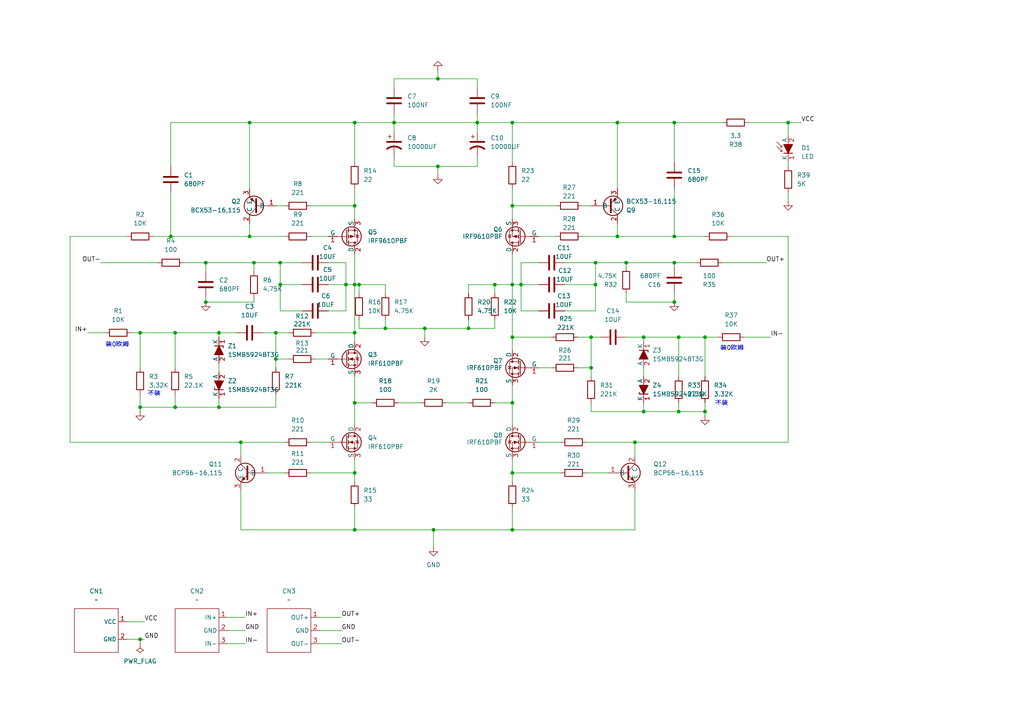
<source format=kicad_sch>
(kicad_sch
	(version 20250114)
	(generator "eeschema")
	(generator_version "9.0")
	(uuid "4eaf1a87-769b-4cd8-9c87-35d37ffb87a8")
	(paper "A4")
	(lib_symbols
		(symbol "3线焊盘_1"
			(exclude_from_sim no)
			(in_bom yes)
			(on_board yes)
			(property "Reference" "CN3"
				(at 0 11.43 0)
				(effects
					(font
						(size 1.27 1.27)
					)
				)
			)
			(property "Value" "~"
				(at 0 8.89 0)
				(effects
					(font
						(size 1.27 1.27)
					)
				)
			)
			(property "Footprint" "connectors:3线焊盘"
				(at 0 0 0)
				(effects
					(font
						(size 1.27 1.27)
					)
					(hide yes)
				)
			)
			(property "Datasheet" ""
				(at 0 0 0)
				(effects
					(font
						(size 1.27 1.27)
					)
					(hide yes)
				)
			)
			(property "Description" ""
				(at 0 0 0)
				(effects
					(font
						(size 1.27 1.27)
					)
					(hide yes)
				)
			)
			(symbol "3线焊盘_1_0_1"
				(rectangle
					(start -6.35 6.35)
					(end 6.35 -6.35)
					(stroke
						(width 0)
						(type default)
					)
					(fill
						(type none)
					)
				)
			)
			(symbol "3线焊盘_1_1_1"
				(pin passive line
					(at 8.89 3.81 180)
					(length 2.54)
					(name "OUT+"
						(effects
							(font
								(size 1.25 1.25)
							)
						)
					)
					(number "1"
						(effects
							(font
								(size 1.25 1.25)
							)
						)
					)
				)
				(pin passive line
					(at 8.89 0 180)
					(length 2.54)
					(name "GND"
						(effects
							(font
								(size 1.25 1.25)
							)
						)
					)
					(number "2"
						(effects
							(font
								(size 1.25 1.25)
							)
						)
					)
				)
				(pin passive line
					(at 8.89 -3.81 180)
					(length 2.54)
					(name "OUT-"
						(effects
							(font
								(size 1.25 1.25)
							)
						)
					)
					(number "3"
						(effects
							(font
								(size 1.25 1.25)
							)
						)
					)
				)
			)
			(embedded_fonts no)
		)
		(symbol "BCP56-16,115_1"
			(pin_names
				(offset 0.762)
			)
			(exclude_from_sim no)
			(in_bom yes)
			(on_board yes)
			(property "Reference" "Q"
				(at 6.604 2.54 0)
				(effects
					(font
						(size 1.27 1.27)
					)
					(justify left)
					(hide yes)
				)
			)
			(property "Value" "BCP56-16,115"
				(at 6.604 0 0)
				(effects
					(font
						(size 1.27 1.27)
					)
					(justify left)
					(hide yes)
				)
			)
			(property "Footprint" "cus_transistor:BCP56-16,115"
				(at 21.59 2.54 0)
				(effects
					(font
						(size 1.27 1.27)
					)
					(justify left)
					(hide yes)
				)
			)
			(property "Datasheet" ""
				(at 21.59 0 0)
				(effects
					(font
						(size 1.27 1.27)
					)
					(justify left)
					(hide yes)
				)
			)
			(property "Description" "NPN SOT-223"
				(at 11.43 -2.032 0)
				(effects
					(font
						(size 1.27 1.27)
					)
					(hide yes)
				)
			)
			(symbol "BCP56-16,115_1_0_1"
				(polyline
					(pts
						(xy -3.81 0) (xy -0.635 0)
					)
					(stroke
						(width 0.1524)
						(type default)
					)
					(fill
						(type none)
					)
				)
				(polyline
					(pts
						(xy -0.635 1.905) (xy -0.635 -1.905) (xy -0.635 -1.905)
					)
					(stroke
						(width 0.508)
						(type default)
					)
					(fill
						(type none)
					)
				)
				(polyline
					(pts
						(xy -0.635 0.635) (xy 1.27 2.54)
					)
					(stroke
						(width 0)
						(type default)
					)
					(fill
						(type none)
					)
				)
				(polyline
					(pts
						(xy -0.635 -0.635) (xy 1.27 -2.54) (xy 1.27 -2.54)
					)
					(stroke
						(width 0)
						(type default)
					)
					(fill
						(type none)
					)
				)
				(circle
					(center 0 0)
					(radius 2.8194)
					(stroke
						(width 0.254)
						(type default)
					)
					(fill
						(type none)
					)
				)
				(polyline
					(pts
						(xy 0 -1.778) (xy 0.508 -1.27) (xy 1.016 -2.286) (xy 0 -1.778) (xy 0 -1.778)
					)
					(stroke
						(width 0)
						(type default)
					)
					(fill
						(type outline)
					)
				)
				(polyline
					(pts
						(xy 1.524 -1.27) (xy 1.524 -1.27)
					)
					(stroke
						(width 0.1524)
						(type default)
					)
					(fill
						(type none)
					)
				)
				(polyline
					(pts
						(xy 1.524 -1.27) (xy 1.524 -1.27)
					)
					(stroke
						(width 0.1524)
						(type default)
					)
					(fill
						(type none)
					)
				)
			)
			(symbol "BCP56-16,115_1_1_1"
				(pin input line
					(at -6.35 0 0)
					(length 2.54)
					(name "B"
						(effects
							(font
								(size 1.27 1.27)
							)
						)
					)
					(number "1"
						(effects
							(font
								(size 1.27 1.27)
							)
						)
					)
				)
				(pin input line
					(at 1.27 5.08 270)
					(length 2.54)
					(name "C"
						(effects
							(font
								(size 1.27 1.27)
							)
						)
					)
					(number "2"
						(effects
							(font
								(size 1.27 1.27)
							)
						)
					)
				)
				(pin passive line
					(at 1.27 -5.08 90)
					(length 2.54)
					(name "E"
						(effects
							(font
								(size 1.27 1.27)
							)
						)
					)
					(number "3"
						(effects
							(font
								(size 1.27 1.27)
							)
						)
					)
				)
			)
			(embedded_fonts no)
		)
		(symbol "cus_connector:2线焊盘"
			(exclude_from_sim no)
			(in_bom yes)
			(on_board yes)
			(property "Reference" "CN1"
				(at 0 11.43 0)
				(effects
					(font
						(size 1.27 1.27)
					)
				)
			)
			(property "Value" "~"
				(at 0 8.89 0)
				(effects
					(font
						(size 1.27 1.27)
					)
				)
			)
			(property "Footprint" "connectors:2线焊盘"
				(at 0 0 0)
				(effects
					(font
						(size 1.27 1.27)
					)
					(hide yes)
				)
			)
			(property "Datasheet" ""
				(at 0 0 0)
				(effects
					(font
						(size 1.27 1.27)
					)
					(hide yes)
				)
			)
			(property "Description" ""
				(at 0 0 0)
				(effects
					(font
						(size 1.27 1.27)
					)
					(hide yes)
				)
			)
			(symbol "2线焊盘_0_1"
				(rectangle
					(start -6.35 6.35)
					(end 6.35 -6.35)
					(stroke
						(width 0)
						(type default)
					)
					(fill
						(type none)
					)
				)
			)
			(symbol "2线焊盘_1_1"
				(pin passive line
					(at 8.89 2.54 180)
					(length 2.54)
					(name "VCC"
						(effects
							(font
								(size 1.2 1.2)
							)
						)
					)
					(number "1"
						(effects
							(font
								(size 1.2 1.2)
							)
						)
					)
				)
				(pin passive line
					(at 8.89 -2.54 180)
					(length 2.54)
					(name "GND"
						(effects
							(font
								(size 1.2 1.2)
							)
						)
					)
					(number "2"
						(effects
							(font
								(size 1.2 1.2)
							)
						)
					)
				)
			)
			(embedded_fonts no)
		)
		(symbol "cus_connector:3线焊盘"
			(exclude_from_sim no)
			(in_bom yes)
			(on_board yes)
			(property "Reference" "CN2"
				(at 0 11.43 0)
				(effects
					(font
						(size 1.27 1.27)
					)
				)
			)
			(property "Value" "~"
				(at 0 8.89 0)
				(effects
					(font
						(size 1.27 1.27)
					)
				)
			)
			(property "Footprint" "connectors:3线焊盘"
				(at 0 0 0)
				(effects
					(font
						(size 1.27 1.27)
					)
					(hide yes)
				)
			)
			(property "Datasheet" ""
				(at 0 0 0)
				(effects
					(font
						(size 1.27 1.27)
					)
					(hide yes)
				)
			)
			(property "Description" ""
				(at 0 0 0)
				(effects
					(font
						(size 1.27 1.27)
					)
					(hide yes)
				)
			)
			(symbol "3线焊盘_0_1"
				(rectangle
					(start -6.35 6.35)
					(end 6.35 -6.35)
					(stroke
						(width 0)
						(type default)
					)
					(fill
						(type none)
					)
				)
			)
			(symbol "3线焊盘_1_1"
				(pin passive line
					(at 8.89 3.81 180)
					(length 2.54)
					(name "IN+"
						(effects
							(font
								(size 1.25 1.25)
							)
						)
					)
					(number "1"
						(effects
							(font
								(size 1.25 1.25)
							)
						)
					)
				)
				(pin passive line
					(at 8.89 0 180)
					(length 2.54)
					(name "GND"
						(effects
							(font
								(size 1.25 1.25)
							)
						)
					)
					(number "2"
						(effects
							(font
								(size 1.25 1.25)
							)
						)
					)
				)
				(pin passive line
					(at 8.89 -3.81 180)
					(length 2.54)
					(name "IN-"
						(effects
							(font
								(size 1.25 1.25)
							)
						)
					)
					(number "3"
						(effects
							(font
								(size 1.25 1.25)
							)
						)
					)
				)
			)
			(embedded_fonts no)
		)
		(symbol "cus_mosfet:IRF610PBF"
			(pin_names
				(offset 0)
			)
			(exclude_from_sim no)
			(in_bom yes)
			(on_board yes)
			(property "Reference" "Q"
				(at 5.334 2.032 0)
				(effects
					(font
						(size 1.27 1.27)
					)
					(justify left)
				)
			)
			(property "Value" "IRF610PBF"
				(at 5.334 0 0)
				(effects
					(font
						(size 1.27 1.27)
					)
					(justify left)
				)
			)
			(property "Footprint" ""
				(at 0 0 0)
				(effects
					(font
						(size 1.27 1.27)
					)
					(hide yes)
				)
			)
			(property "Datasheet" ""
				(at 0 0 0)
				(effects
					(font
						(size 1.27 1.27)
					)
					(hide yes)
				)
			)
			(property "Description" "1个N沟道 耐压:200V 电流:3.3A"
				(at 5.334 -2.032 0)
				(effects
					(font
						(size 1.27 1.27)
					)
					(justify left)
					(hide yes)
				)
			)
			(symbol "IRF610PBF_0_1"
				(polyline
					(pts
						(xy 0.254 1.905) (xy 0.254 -1.905)
					)
					(stroke
						(width 0.254)
						(type default)
					)
					(fill
						(type none)
					)
				)
				(polyline
					(pts
						(xy 0.254 0) (xy -2.54 0)
					)
					(stroke
						(width 0)
						(type default)
					)
					(fill
						(type none)
					)
				)
				(polyline
					(pts
						(xy 0.762 2.286) (xy 0.762 1.27)
					)
					(stroke
						(width 0.254)
						(type default)
					)
					(fill
						(type none)
					)
				)
				(polyline
					(pts
						(xy 0.762 0.508) (xy 0.762 -0.508)
					)
					(stroke
						(width 0.254)
						(type default)
					)
					(fill
						(type none)
					)
				)
				(polyline
					(pts
						(xy 0.762 -1.27) (xy 0.762 -2.286)
					)
					(stroke
						(width 0.254)
						(type default)
					)
					(fill
						(type none)
					)
				)
				(polyline
					(pts
						(xy 0.762 -1.778) (xy 3.302 -1.778) (xy 3.302 1.778) (xy 0.762 1.778)
					)
					(stroke
						(width 0)
						(type default)
					)
					(fill
						(type none)
					)
				)
				(polyline
					(pts
						(xy 1.016 0) (xy 2.032 0.381) (xy 2.032 -0.381) (xy 1.016 0)
					)
					(stroke
						(width 0)
						(type default)
					)
					(fill
						(type outline)
					)
				)
				(circle
					(center 1.651 0)
					(radius 2.794)
					(stroke
						(width 0.254)
						(type default)
					)
					(fill
						(type none)
					)
				)
				(polyline
					(pts
						(xy 2.54 2.54) (xy 2.54 1.778)
					)
					(stroke
						(width 0)
						(type default)
					)
					(fill
						(type none)
					)
				)
				(circle
					(center 2.54 1.778)
					(radius 0.254)
					(stroke
						(width 0)
						(type default)
					)
					(fill
						(type outline)
					)
				)
				(circle
					(center 2.54 -1.778)
					(radius 0.254)
					(stroke
						(width 0)
						(type default)
					)
					(fill
						(type outline)
					)
				)
				(polyline
					(pts
						(xy 2.54 -2.54) (xy 2.54 0) (xy 0.762 0)
					)
					(stroke
						(width 0)
						(type default)
					)
					(fill
						(type none)
					)
				)
				(polyline
					(pts
						(xy 2.794 0.508) (xy 2.921 0.381) (xy 3.683 0.381) (xy 3.81 0.254)
					)
					(stroke
						(width 0)
						(type default)
					)
					(fill
						(type none)
					)
				)
				(polyline
					(pts
						(xy 3.302 0.381) (xy 2.921 -0.254) (xy 3.683 -0.254) (xy 3.302 0.381)
					)
					(stroke
						(width 0)
						(type default)
					)
					(fill
						(type none)
					)
				)
			)
			(symbol "IRF610PBF_1_1"
				(pin input line
					(at -5.08 0 0)
					(length 2.54)
					(name "G"
						(effects
							(font
								(size 1.27 1.27)
							)
						)
					)
					(number "1"
						(effects
							(font
								(size 1.27 1.27)
							)
						)
					)
				)
				(pin passive line
					(at 2.54 5.08 270)
					(length 2.54)
					(name "D"
						(effects
							(font
								(size 1.27 1.27)
							)
						)
					)
					(number "2"
						(effects
							(font
								(size 1.27 1.27)
							)
						)
					)
				)
				(pin passive line
					(at 2.54 -5.08 90)
					(length 2.54)
					(name "S"
						(effects
							(font
								(size 1.27 1.27)
							)
						)
					)
					(number "3"
						(effects
							(font
								(size 1.27 1.27)
							)
						)
					)
				)
			)
			(embedded_fonts no)
		)
		(symbol "cus_mosfet:IRF9610PBF"
			(pin_names
				(offset 0)
			)
			(exclude_from_sim no)
			(in_bom yes)
			(on_board yes)
			(property "Reference" "Q"
				(at 4.064 2.032 0)
				(effects
					(font
						(size 1.27 1.27)
					)
					(justify left)
				)
			)
			(property "Value" "IRF9610PBF"
				(at 4.064 0 0)
				(effects
					(font
						(size 1.27 1.27)
					)
					(justify left)
				)
			)
			(property "Footprint" ""
				(at 0 0 0)
				(effects
					(font
						(size 1.27 1.27)
					)
					(hide yes)
				)
			)
			(property "Datasheet" ""
				(at 0 0 0)
				(effects
					(font
						(size 1.27 1.27)
					)
					(hide yes)
				)
			)
			(property "Description" "1个P沟道 耐压:200V 电流:1.8A"
				(at 4.064 -2.032 0)
				(effects
					(font
						(size 1.27 1.27)
					)
					(justify left)
					(hide yes)
				)
			)
			(symbol "IRF9610PBF_0_1"
				(polyline
					(pts
						(xy -1.016 0) (xy -3.81 0)
					)
					(stroke
						(width 0)
						(type default)
					)
					(fill
						(type none)
					)
				)
				(polyline
					(pts
						(xy -1.016 -1.905) (xy -1.016 1.905)
					)
					(stroke
						(width 0.254)
						(type default)
					)
					(fill
						(type none)
					)
				)
				(polyline
					(pts
						(xy -0.508 1.27) (xy -0.508 2.286)
					)
					(stroke
						(width 0.254)
						(type default)
					)
					(fill
						(type none)
					)
				)
				(polyline
					(pts
						(xy -0.508 -0.508) (xy -0.508 0.508)
					)
					(stroke
						(width 0.254)
						(type default)
					)
					(fill
						(type none)
					)
				)
				(polyline
					(pts
						(xy -0.508 -1.778) (xy 2.032 -1.778) (xy 2.032 1.778) (xy -0.508 1.778)
					)
					(stroke
						(width 0)
						(type default)
					)
					(fill
						(type none)
					)
				)
				(polyline
					(pts
						(xy -0.508 -2.286) (xy -0.508 -1.27)
					)
					(stroke
						(width 0.254)
						(type default)
					)
					(fill
						(type none)
					)
				)
				(circle
					(center 0.381 0)
					(radius 2.794)
					(stroke
						(width 0.254)
						(type default)
					)
					(fill
						(type none)
					)
				)
				(polyline
					(pts
						(xy 1.016 0) (xy 0 -0.381) (xy 0 0.381) (xy 1.016 0)
					)
					(stroke
						(width 0)
						(type default)
					)
					(fill
						(type outline)
					)
				)
				(polyline
					(pts
						(xy 1.27 2.54) (xy 1.27 0) (xy -0.508 0)
					)
					(stroke
						(width 0)
						(type default)
					)
					(fill
						(type none)
					)
				)
				(circle
					(center 1.27 1.778)
					(radius 0.254)
					(stroke
						(width 0)
						(type default)
					)
					(fill
						(type outline)
					)
				)
				(circle
					(center 1.27 -1.778)
					(radius 0.254)
					(stroke
						(width 0)
						(type default)
					)
					(fill
						(type outline)
					)
				)
				(polyline
					(pts
						(xy 1.27 -2.54) (xy 1.27 -1.778)
					)
					(stroke
						(width 0)
						(type default)
					)
					(fill
						(type none)
					)
				)
				(polyline
					(pts
						(xy 1.524 0.508) (xy 1.651 0.381) (xy 2.413 0.381) (xy 2.54 0.254)
					)
					(stroke
						(width 0)
						(type default)
					)
					(fill
						(type none)
					)
				)
				(polyline
					(pts
						(xy 2.032 0.381) (xy 1.651 -0.254) (xy 2.413 -0.254) (xy 2.032 0.381)
					)
					(stroke
						(width 0)
						(type default)
					)
					(fill
						(type none)
					)
				)
			)
			(symbol "IRF9610PBF_1_1"
				(pin input line
					(at -6.35 0 0)
					(length 2.54)
					(name "G"
						(effects
							(font
								(size 1.27 1.27)
							)
						)
					)
					(number "1"
						(effects
							(font
								(size 1.27 1.27)
							)
						)
					)
				)
				(pin passive line
					(at 1.27 5.08 270)
					(length 2.54)
					(name "S"
						(effects
							(font
								(size 1.27 1.27)
							)
						)
					)
					(number "3"
						(effects
							(font
								(size 1.27 1.27)
							)
						)
					)
				)
				(pin passive line
					(at 1.27 -5.08 90)
					(length 2.54)
					(name "D"
						(effects
							(font
								(size 1.27 1.27)
							)
						)
					)
					(number "2"
						(effects
							(font
								(size 1.27 1.27)
							)
						)
					)
				)
			)
			(embedded_fonts no)
		)
		(symbol "cus_transistor:BCP53-16,115"
			(pin_names
				(offset 0.762)
			)
			(exclude_from_sim no)
			(in_bom yes)
			(on_board yes)
			(property "Reference" "Q"
				(at 5.842 2.54 0)
				(effects
					(font
						(size 1.27 1.27)
					)
					(justify left)
					(hide yes)
				)
			)
			(property "Value" "BCP53-16,115"
				(at 5.842 0 0)
				(effects
					(font
						(size 1.27 1.27)
					)
					(justify left)
					(hide yes)
				)
			)
			(property "Footprint" "cus_transistor:BCP53-16,115"
				(at 21.59 2.54 0)
				(effects
					(font
						(size 1.27 1.27)
					)
					(justify left)
					(hide yes)
				)
			)
			(property "Datasheet" ""
				(at 21.59 0 0)
				(effects
					(font
						(size 1.27 1.27)
					)
					(justify left)
					(hide yes)
				)
			)
			(property "Description" "PNP SOT-223"
				(at 10.668 -2.286 0)
				(effects
					(font
						(size 1.27 1.27)
					)
					(hide yes)
				)
			)
			(symbol "BCP53-16,115_0_1"
				(polyline
					(pts
						(xy -3.81 0) (xy -0.635 0)
					)
					(stroke
						(width 0.1524)
						(type default)
					)
					(fill
						(type none)
					)
				)
				(polyline
					(pts
						(xy -0.635 1.905) (xy -0.635 -1.905) (xy -0.635 -1.905)
					)
					(stroke
						(width 0.508)
						(type default)
					)
					(fill
						(type none)
					)
				)
				(polyline
					(pts
						(xy -0.635 0.635) (xy 1.27 2.54)
					)
					(stroke
						(width 0)
						(type default)
					)
					(fill
						(type none)
					)
				)
				(polyline
					(pts
						(xy -0.635 -0.635) (xy 1.27 -2.54) (xy 1.27 -2.54)
					)
					(stroke
						(width 0)
						(type default)
					)
					(fill
						(type none)
					)
				)
				(circle
					(center 0 0)
					(radius 2.8194)
					(stroke
						(width 0.254)
						(type default)
					)
					(fill
						(type none)
					)
				)
				(polyline
					(pts
						(xy 1.016 -1.778) (xy 0.508 -2.286) (xy 0 -1.27) (xy 1.016 -1.778) (xy 1.016 -1.778)
					)
					(stroke
						(width 0)
						(type default)
					)
					(fill
						(type outline)
					)
				)
			)
			(symbol "BCP53-16,115_1_1"
				(pin passive line
					(at -6.35 0 0)
					(length 2.54)
					(name "B"
						(effects
							(font
								(size 1.27 1.27)
							)
						)
					)
					(number "1"
						(effects
							(font
								(size 1.27 1.27)
							)
						)
					)
				)
				(pin passive line
					(at 1.27 5.08 270)
					(length 2.54)
					(name "C"
						(effects
							(font
								(size 1.27 1.27)
							)
						)
					)
					(number "2"
						(effects
							(font
								(size 1.27 1.27)
							)
						)
					)
				)
				(pin passive line
					(at 1.27 -5.08 90)
					(length 2.54)
					(name "E"
						(effects
							(font
								(size 1.27 1.27)
							)
						)
					)
					(number "3"
						(effects
							(font
								(size 1.27 1.27)
							)
						)
					)
				)
			)
			(embedded_fonts no)
		)
		(symbol "cus_transistor:BCP56-16,115"
			(pin_names
				(offset 0.762)
			)
			(exclude_from_sim no)
			(in_bom yes)
			(on_board yes)
			(property "Reference" "Q"
				(at 6.604 2.54 0)
				(effects
					(font
						(size 1.27 1.27)
					)
					(justify left)
					(hide yes)
				)
			)
			(property "Value" "BCP56-16,115"
				(at 6.604 0 0)
				(effects
					(font
						(size 1.27 1.27)
					)
					(justify left)
					(hide yes)
				)
			)
			(property "Footprint" "cus_transistor:BCP56-16,115"
				(at 21.59 2.54 0)
				(effects
					(font
						(size 1.27 1.27)
					)
					(justify left)
					(hide yes)
				)
			)
			(property "Datasheet" ""
				(at 21.59 0 0)
				(effects
					(font
						(size 1.27 1.27)
					)
					(justify left)
					(hide yes)
				)
			)
			(property "Description" "NPN SOT-223"
				(at 11.43 -2.032 0)
				(effects
					(font
						(size 1.27 1.27)
					)
					(hide yes)
				)
			)
			(symbol "BCP56-16,115_0_1"
				(polyline
					(pts
						(xy -3.81 0) (xy -0.635 0)
					)
					(stroke
						(width 0.1524)
						(type default)
					)
					(fill
						(type none)
					)
				)
				(polyline
					(pts
						(xy -0.635 1.905) (xy -0.635 -1.905) (xy -0.635 -1.905)
					)
					(stroke
						(width 0.508)
						(type default)
					)
					(fill
						(type none)
					)
				)
				(polyline
					(pts
						(xy -0.635 0.635) (xy 1.27 2.54)
					)
					(stroke
						(width 0)
						(type default)
					)
					(fill
						(type none)
					)
				)
				(polyline
					(pts
						(xy -0.635 -0.635) (xy 1.27 -2.54) (xy 1.27 -2.54)
					)
					(stroke
						(width 0)
						(type default)
					)
					(fill
						(type none)
					)
				)
				(circle
					(center 0 0)
					(radius 2.8194)
					(stroke
						(width 0.254)
						(type default)
					)
					(fill
						(type none)
					)
				)
				(polyline
					(pts
						(xy 0 -1.778) (xy 0.508 -1.27) (xy 1.016 -2.286) (xy 0 -1.778) (xy 0 -1.778)
					)
					(stroke
						(width 0)
						(type default)
					)
					(fill
						(type outline)
					)
				)
				(polyline
					(pts
						(xy 1.524 -1.27) (xy 1.524 -1.27)
					)
					(stroke
						(width 0.1524)
						(type default)
					)
					(fill
						(type none)
					)
				)
				(polyline
					(pts
						(xy 1.524 -1.27) (xy 1.524 -1.27)
					)
					(stroke
						(width 0.1524)
						(type default)
					)
					(fill
						(type none)
					)
				)
			)
			(symbol "BCP56-16,115_1_1"
				(pin input line
					(at -6.35 0 0)
					(length 2.54)
					(name "B"
						(effects
							(font
								(size 1.27 1.27)
							)
						)
					)
					(number "1"
						(effects
							(font
								(size 1.27 1.27)
							)
						)
					)
				)
				(pin input line
					(at 1.27 5.08 270)
					(length 2.54)
					(name "C"
						(effects
							(font
								(size 1.27 1.27)
							)
						)
					)
					(number "2"
						(effects
							(font
								(size 1.27 1.27)
							)
						)
					)
				)
				(pin passive line
					(at 1.27 -5.08 90)
					(length 2.54)
					(name "E"
						(effects
							(font
								(size 1.27 1.27)
							)
						)
					)
					(number "3"
						(effects
							(font
								(size 1.27 1.27)
							)
						)
					)
				)
			)
			(embedded_fonts no)
		)
		(symbol "cus_zener:1SMB5924BT3G"
			(pin_names
				(offset 0)
			)
			(exclude_from_sim no)
			(in_bom yes)
			(on_board yes)
			(property "Reference" "Z"
				(at 10.16 8.89 0)
				(effects
					(font
						(size 1.27 1.27)
					)
					(justify left)
				)
			)
			(property "Value" "1SMB5924BT3G"
				(at 10.16 6.35 0)
				(effects
					(font
						(size 1.27 1.27)
					)
					(justify left)
				)
			)
			(property "Footprint" ""
				(at 10.16 3.81 0)
				(effects
					(font
						(size 1.27 1.27)
					)
					(justify left)
					(hide yes)
				)
			)
			(property "Datasheet" ""
				(at 10.16 1.27 0)
				(effects
					(font
						(size 1.27 1.27)
					)
					(justify left)
					(hide yes)
				)
			)
			(property "Description" "SMB 9.1V"
				(at 13.716 4.064 0)
				(effects
					(font
						(size 1.27 1.27)
					)
					(hide yes)
				)
			)
			(symbol "1SMB5924BT3G_0_1"
				(polyline
					(pts
						(xy 2.54 -1.27) (xy 2.54 1.27) (xy 3.048 1.27)
					)
					(stroke
						(width 0.254)
						(type default)
					)
					(fill
						(type none)
					)
				)
				(polyline
					(pts
						(xy 5.08 0) (xy 2.54 0)
					)
					(stroke
						(width 0)
						(type default)
					)
					(fill
						(type none)
					)
				)
				(polyline
					(pts
						(xy 5.08 -1.27) (xy 5.08 1.27) (xy 2.54 0) (xy 5.08 -1.27)
					)
					(stroke
						(width 0.254)
						(type default)
					)
					(fill
						(type outline)
					)
				)
			)
			(symbol "1SMB5924BT3G_1_1"
				(pin passive line
					(at 0 0 0)
					(length 2.54)
					(name "K"
						(effects
							(font
								(size 1.27 1.27)
							)
						)
					)
					(number "1"
						(effects
							(font
								(size 1.27 1.27)
							)
						)
					)
				)
				(pin passive line
					(at 7.62 0 180)
					(length 2.54)
					(name "A"
						(effects
							(font
								(size 1.27 1.27)
							)
						)
					)
					(number "2"
						(effects
							(font
								(size 1.27 1.27)
							)
						)
					)
				)
			)
			(embedded_fonts no)
		)
		(symbol "generic components:C_Polarized"
			(pin_numbers
				(hide yes)
			)
			(pin_names
				(offset 0)
				(hide yes)
			)
			(exclude_from_sim no)
			(in_bom yes)
			(on_board yes)
			(property "Reference" "C"
				(at 1.778 -1.524 0)
				(effects
					(font
						(size 1.27 1.27)
					)
					(justify left)
				)
			)
			(property "Value" "C_Polarized"
				(at 1.778 -3.302 0)
				(effects
					(font
						(size 1.27 1.27)
					)
					(justify left)
				)
			)
			(property "Footprint" ""
				(at 0 0 0)
				(effects
					(font
						(size 1.27 1.27)
					)
					(hide yes)
				)
			)
			(property "Datasheet" "~"
				(at 0 0 0)
				(effects
					(font
						(size 1.27 1.27)
					)
					(hide yes)
				)
			)
			(property "Description" "Polarized Capacitor"
				(at 1.778 -5.334 0)
				(effects
					(font
						(size 1.27 1.27)
					)
					(justify left)
					(hide yes)
				)
			)
			(property "ki_keywords" "cap capacitor"
				(at 0 0 0)
				(effects
					(font
						(size 1.27 1.27)
					)
					(hide yes)
				)
			)
			(property "ki_fp_filters" "CP_*"
				(at 0 0 0)
				(effects
					(font
						(size 1.27 1.27)
					)
					(hide yes)
				)
			)
			(symbol "C_Polarized_0_1"
				(arc
					(start -1.27 2.032)
					(mid -0.5572 0)
					(end -1.27 -2.032)
					(stroke
						(width 0.508)
						(type default)
					)
					(fill
						(type none)
					)
				)
				(polyline
					(pts
						(xy 0.762 2.032) (xy 0.762 -2.032)
					)
					(stroke
						(width 0.508)
						(type default)
					)
					(fill
						(type none)
					)
				)
				(polyline
					(pts
						(xy 1.778 1.27) (xy 2.794 1.27)
					)
					(stroke
						(width 0)
						(type default)
					)
					(fill
						(type none)
					)
				)
				(polyline
					(pts
						(xy 2.286 1.778) (xy 2.286 0.762)
					)
					(stroke
						(width 0)
						(type default)
					)
					(fill
						(type none)
					)
				)
			)
			(symbol "C_Polarized_1_1"
				(pin passive line
					(at -3.81 0 0)
					(length 3.302)
					(name "2"
						(effects
							(font
								(size 1.27 1.27)
							)
						)
					)
					(number "2"
						(effects
							(font
								(size 1.27 1.27)
							)
						)
					)
				)
				(pin passive line
					(at 3.81 0 180)
					(length 2.794)
					(name "1"
						(effects
							(font
								(size 1.27 1.27)
							)
						)
					)
					(number "1"
						(effects
							(font
								(size 1.27 1.27)
							)
						)
					)
				)
			)
			(embedded_fonts no)
		)
		(symbol "generic components:C_Unpolarized"
			(pin_numbers
				(hide yes)
			)
			(pin_names
				(offset 0.254)
			)
			(exclude_from_sim no)
			(in_bom yes)
			(on_board yes)
			(property "Reference" "C"
				(at 1.524 1.27 0)
				(effects
					(font
						(size 1.27 1.27)
					)
					(justify left)
				)
			)
			(property "Value" "Cap_Non_Polarized"
				(at 1.524 -1.524 0)
				(effects
					(font
						(size 1.27 1.27)
					)
					(justify left)
				)
			)
			(property "Footprint" ""
				(at 0.9652 -3.81 0)
				(effects
					(font
						(size 1.27 1.27)
					)
					(hide yes)
				)
			)
			(property "Datasheet" "~"
				(at 0 0 0)
				(effects
					(font
						(size 1.27 1.27)
					)
					(hide yes)
				)
			)
			(property "Description" "Unpolarized capacitor"
				(at 1.524 -3.81 0)
				(effects
					(font
						(size 1.27 1.27)
					)
					(justify left)
					(hide yes)
				)
			)
			(property "ki_keywords" "cap capacitor"
				(at 0 0 0)
				(effects
					(font
						(size 1.27 1.27)
					)
					(hide yes)
				)
			)
			(property "ki_fp_filters" "C_*"
				(at 0 0 0)
				(effects
					(font
						(size 1.27 1.27)
					)
					(hide yes)
				)
			)
			(symbol "C_Unpolarized_0_1"
				(polyline
					(pts
						(xy -0.762 2.032) (xy -0.762 -2.032)
					)
					(stroke
						(width 0.508)
						(type default)
					)
					(fill
						(type none)
					)
				)
				(polyline
					(pts
						(xy 0.762 2.032) (xy 0.762 -2.032)
					)
					(stroke
						(width 0.508)
						(type default)
					)
					(fill
						(type none)
					)
				)
			)
			(symbol "C_Unpolarized_1_1"
				(pin passive line
					(at -3.81 0 0)
					(length 2.794)
					(name "~"
						(effects
							(font
								(size 1.27 1.27)
							)
						)
					)
					(number "2"
						(effects
							(font
								(size 1.27 1.27)
							)
						)
					)
				)
				(pin passive line
					(at 3.81 0 180)
					(length 2.794)
					(name "~"
						(effects
							(font
								(size 1.27 1.27)
							)
						)
					)
					(number "1"
						(effects
							(font
								(size 1.27 1.27)
							)
						)
					)
				)
			)
			(embedded_fonts no)
		)
		(symbol "generic components:LED"
			(pin_names
				(offset 0)
			)
			(exclude_from_sim no)
			(in_bom yes)
			(on_board yes)
			(property "Reference" "D"
				(at 0 -2.54 0)
				(effects
					(font
						(size 1.27 1.27)
					)
					(justify left)
				)
			)
			(property "Value" ""
				(at 0 0 0)
				(effects
					(font
						(size 1.27 1.27)
					)
				)
			)
			(property "Footprint" ""
				(at 0 0 0)
				(effects
					(font
						(size 1.27 1.27)
					)
					(hide yes)
				)
			)
			(property "Datasheet" ""
				(at 0 0 0)
				(effects
					(font
						(size 1.27 1.27)
					)
					(hide yes)
				)
			)
			(property "Description" "5MM LED BLUE 20MA 3V"
				(at 0 -4.318 0)
				(effects
					(font
						(size 1.27 1.27)
					)
					(justify left)
					(hide yes)
				)
			)
			(symbol "LED_0_1"
				(polyline
					(pts
						(xy -1.27 1.27) (xy -1.27 -1.27)
					)
					(stroke
						(width 0.254)
						(type default)
					)
					(fill
						(type none)
					)
				)
				(polyline
					(pts
						(xy -0.762 1.778) (xy -0.254 1.778)
					)
					(stroke
						(width 0)
						(type default)
					)
					(fill
						(type none)
					)
				)
				(polyline
					(pts
						(xy 0.762 3.302) (xy -0.762 1.778) (xy -0.762 2.286)
					)
					(stroke
						(width 0)
						(type default)
					)
					(fill
						(type none)
					)
				)
				(polyline
					(pts
						(xy 1.27 0) (xy -1.27 0)
					)
					(stroke
						(width 0)
						(type default)
					)
					(fill
						(type none)
					)
				)
				(polyline
					(pts
						(xy 1.27 -1.27) (xy 1.27 1.27) (xy -1.27 0) (xy 1.27 -1.27)
					)
					(stroke
						(width 0.254)
						(type default)
					)
					(fill
						(type outline)
					)
				)
				(polyline
					(pts
						(xy 2.032 3.302) (xy 0.508 1.778) (xy 0.508 2.286) (xy 0.508 1.778) (xy 1.016 1.778)
					)
					(stroke
						(width 0)
						(type default)
					)
					(fill
						(type none)
					)
				)
			)
			(symbol "LED_1_1"
				(pin passive line
					(at -3.81 0 0)
					(length 2.54)
					(name "K"
						(effects
							(font
								(size 1.27 1.27)
							)
						)
					)
					(number "1"
						(effects
							(font
								(size 1.27 1.27)
							)
						)
					)
				)
				(pin passive line
					(at 3.81 0 180)
					(length 2.54)
					(name "A"
						(effects
							(font
								(size 1.27 1.27)
							)
						)
					)
					(number "2"
						(effects
							(font
								(size 1.27 1.27)
							)
						)
					)
				)
			)
			(embedded_fonts no)
		)
		(symbol "generic components:R"
			(pin_numbers
				(hide yes)
			)
			(exclude_from_sim no)
			(in_bom yes)
			(on_board yes)
			(property "Reference" "R"
				(at 1.524 1.524 0)
				(effects
					(font
						(size 1.27 1.27)
					)
					(justify left)
				)
			)
			(property "Value" "R"
				(at 1.524 -1.524 0)
				(effects
					(font
						(size 1.27 1.27)
					)
					(justify left)
				)
			)
			(property "Footprint" ""
				(at 0 0 0)
				(effects
					(font
						(size 1.27 1.27)
					)
					(hide yes)
				)
			)
			(property "Datasheet" ""
				(at 0 0 0)
				(effects
					(font
						(size 1.27 1.27)
					)
					(hide yes)
				)
			)
			(property "Description" "Resistor"
				(at 1.524 0 0)
				(effects
					(font
						(size 1.27 1.27)
					)
					(justify left)
					(hide yes)
				)
			)
			(symbol "R_0_1"
				(rectangle
					(start -1.016 -2.54)
					(end 1.016 2.54)
					(stroke
						(width 0.254)
						(type default)
					)
					(fill
						(type none)
					)
				)
			)
			(symbol "R_1_1"
				(pin passive line
					(at 0 3.81 270)
					(length 1.27)
					(name "~"
						(effects
							(font
								(size 1.27 1.27)
							)
						)
					)
					(number "1"
						(effects
							(font
								(size 1.27 1.27)
							)
						)
					)
				)
				(pin passive line
					(at 0 -3.81 90)
					(length 1.27)
					(name "~"
						(effects
							(font
								(size 1.27 1.27)
							)
						)
					)
					(number "2"
						(effects
							(font
								(size 1.27 1.27)
							)
						)
					)
				)
			)
			(embedded_fonts no)
		)
		(symbol "power:GND"
			(power)
			(pin_numbers
				(hide yes)
			)
			(pin_names
				(offset 0)
				(hide yes)
			)
			(exclude_from_sim no)
			(in_bom yes)
			(on_board yes)
			(property "Reference" "#PWR"
				(at 0 -6.35 0)
				(effects
					(font
						(size 1.27 1.27)
					)
					(hide yes)
				)
			)
			(property "Value" "GND"
				(at 0 -3.81 0)
				(effects
					(font
						(size 1.27 1.27)
					)
				)
			)
			(property "Footprint" ""
				(at 0 0 0)
				(effects
					(font
						(size 1.27 1.27)
					)
					(hide yes)
				)
			)
			(property "Datasheet" ""
				(at 0 0 0)
				(effects
					(font
						(size 1.27 1.27)
					)
					(hide yes)
				)
			)
			(property "Description" "Power symbol creates a global label with name \"GND\" , ground"
				(at 0 0 0)
				(effects
					(font
						(size 1.27 1.27)
					)
					(hide yes)
				)
			)
			(property "ki_keywords" "global power"
				(at 0 0 0)
				(effects
					(font
						(size 1.27 1.27)
					)
					(hide yes)
				)
			)
			(symbol "GND_0_1"
				(polyline
					(pts
						(xy 0 0) (xy 0 -1.27) (xy 1.27 -1.27) (xy 0 -2.54) (xy -1.27 -1.27) (xy 0 -1.27)
					)
					(stroke
						(width 0)
						(type default)
					)
					(fill
						(type none)
					)
				)
			)
			(symbol "GND_1_1"
				(pin power_in line
					(at 0 0 270)
					(length 0)
					(name "~"
						(effects
							(font
								(size 1.27 1.27)
							)
						)
					)
					(number "1"
						(effects
							(font
								(size 1.27 1.27)
							)
						)
					)
				)
			)
			(embedded_fonts no)
		)
		(symbol "power:PWR_FLAG"
			(power)
			(pin_numbers
				(hide yes)
			)
			(pin_names
				(offset 0)
				(hide yes)
			)
			(exclude_from_sim no)
			(in_bom yes)
			(on_board yes)
			(property "Reference" "#FLG"
				(at 0 1.905 0)
				(effects
					(font
						(size 1.27 1.27)
					)
					(hide yes)
				)
			)
			(property "Value" "PWR_FLAG"
				(at 0 3.81 0)
				(effects
					(font
						(size 1.27 1.27)
					)
				)
			)
			(property "Footprint" ""
				(at 0 0 0)
				(effects
					(font
						(size 1.27 1.27)
					)
					(hide yes)
				)
			)
			(property "Datasheet" "~"
				(at 0 0 0)
				(effects
					(font
						(size 1.27 1.27)
					)
					(hide yes)
				)
			)
			(property "Description" "Special symbol for telling ERC where power comes from"
				(at 0 0 0)
				(effects
					(font
						(size 1.27 1.27)
					)
					(hide yes)
				)
			)
			(property "ki_keywords" "flag power"
				(at 0 0 0)
				(effects
					(font
						(size 1.27 1.27)
					)
					(hide yes)
				)
			)
			(symbol "PWR_FLAG_0_0"
				(pin power_out line
					(at 0 0 90)
					(length 0)
					(name "~"
						(effects
							(font
								(size 1.27 1.27)
							)
						)
					)
					(number "1"
						(effects
							(font
								(size 1.27 1.27)
							)
						)
					)
				)
			)
			(symbol "PWR_FLAG_0_1"
				(polyline
					(pts
						(xy 0 0) (xy 0 1.27) (xy -1.016 1.905) (xy 0 2.54) (xy 1.016 1.905) (xy 0 1.27)
					)
					(stroke
						(width 0)
						(type default)
					)
					(fill
						(type none)
					)
				)
			)
			(embedded_fonts no)
		)
	)
	(text "装0欧姆"
		(exclude_from_sim no)
		(at 34.036 100.076 0)
		(effects
			(font
				(size 1.27 1.27)
			)
		)
		(uuid "4931de3d-0636-43cd-8b6a-3ca826f12ca5")
	)
	(text "不装"
		(exclude_from_sim no)
		(at 209.296 117.094 0)
		(effects
			(font
				(size 1.27 1.27)
			)
		)
		(uuid "7a8c5998-57b3-4758-808f-64e311427b29")
	)
	(text "装0欧姆"
		(exclude_from_sim no)
		(at 212.344 101.092 0)
		(effects
			(font
				(size 1.27 1.27)
			)
		)
		(uuid "868aa590-c82f-4f67-94b2-87c6b986076e")
	)
	(text "不装"
		(exclude_from_sim no)
		(at 44.704 114.3 0)
		(effects
			(font
				(size 1.27 1.27)
			)
		)
		(uuid "f3635f11-eef0-4c66-8af8-abab3e600106")
	)
	(junction
		(at 179.07 35.56)
		(diameter 0)
		(color 0 0 0 0)
		(uuid "09464bb2-f094-4ff0-ada4-3636d965f09f")
	)
	(junction
		(at 195.58 87.63)
		(diameter 0)
		(color 0 0 0 0)
		(uuid "096fb44e-34fb-4742-a8c4-e3fedb4e0f3b")
	)
	(junction
		(at 73.66 76.2)
		(diameter 0)
		(color 0 0 0 0)
		(uuid "0f4877c5-4b5f-4524-b948-2bec0891f3c7")
	)
	(junction
		(at 80.01 104.14)
		(diameter 0)
		(color 0 0 0 0)
		(uuid "1159cf8a-98d7-4c1b-94c8-06d73f8812c5")
	)
	(junction
		(at 111.76 95.25)
		(diameter 0)
		(color 0 0 0 0)
		(uuid "1758c1e2-c8f7-454d-a3e6-343be16ae256")
	)
	(junction
		(at 102.87 137.16)
		(diameter 0)
		(color 0 0 0 0)
		(uuid "22afc542-7c53-4dec-accb-0e7d6fb082ba")
	)
	(junction
		(at 40.64 185.42)
		(diameter 0)
		(color 0 0 0 0)
		(uuid "271cfe41-eca3-4680-8735-3f4a97ad16f0")
	)
	(junction
		(at 114.3 35.56)
		(diameter 0)
		(color 0 0 0 0)
		(uuid "389207ff-f0b7-4941-8b0a-2b3307ac98e3")
	)
	(junction
		(at 102.87 153.67)
		(diameter 0)
		(color 0 0 0 0)
		(uuid "3d0d556a-46cc-4493-abf9-43940282f145")
	)
	(junction
		(at 127 48.26)
		(diameter 0)
		(color 0 0 0 0)
		(uuid "409a62c4-d8e7-48e4-8bdf-6cc65bf5b2b7")
	)
	(junction
		(at 195.58 68.58)
		(diameter 0)
		(color 0 0 0 0)
		(uuid "4e040295-236d-47f9-8396-0e53e3974f8e")
	)
	(junction
		(at 148.59 82.55)
		(diameter 0)
		(color 0 0 0 0)
		(uuid "52a53c22-05cf-4ac2-990e-31600efb3528")
	)
	(junction
		(at 127 22.86)
		(diameter 0)
		(color 0 0 0 0)
		(uuid "539eb975-453b-4660-a605-0deaaf8c2f23")
	)
	(junction
		(at 81.28 82.55)
		(diameter 0)
		(color 0 0 0 0)
		(uuid "59546440-0483-43cc-a447-2a0ef5cc05a3")
	)
	(junction
		(at 172.72 82.55)
		(diameter 0)
		(color 0 0 0 0)
		(uuid "5d3876d2-6bce-4e4c-9166-ccfe260ce759")
	)
	(junction
		(at 69.85 128.27)
		(diameter 0)
		(color 0 0 0 0)
		(uuid "5e97e19b-c488-4d17-b542-150c39d68c68")
	)
	(junction
		(at 102.87 82.55)
		(diameter 0)
		(color 0 0 0 0)
		(uuid "5ebd5c73-d9de-404d-b9a5-d1a7d2808bfa")
	)
	(junction
		(at 179.07 68.58)
		(diameter 0)
		(color 0 0 0 0)
		(uuid "60118480-60e0-4a1b-84dd-27ea8183af53")
	)
	(junction
		(at 196.85 97.79)
		(diameter 0)
		(color 0 0 0 0)
		(uuid "602d1fc0-4f25-402f-bf56-051bbdf68ad9")
	)
	(junction
		(at 59.69 76.2)
		(diameter 0)
		(color 0 0 0 0)
		(uuid "618213a3-dfa5-4119-885c-1ebf890ebb27")
	)
	(junction
		(at 171.45 106.68)
		(diameter 0)
		(color 0 0 0 0)
		(uuid "64276bb5-7f64-4937-a803-c67259088887")
	)
	(junction
		(at 228.6 35.56)
		(diameter 0)
		(color 0 0 0 0)
		(uuid "6558b28f-3242-493a-afe6-69536f888efe")
	)
	(junction
		(at 181.61 76.2)
		(diameter 0)
		(color 0 0 0 0)
		(uuid "66b26fcc-2193-4e92-8978-bcd01903523e")
	)
	(junction
		(at 196.85 119.38)
		(diameter 0)
		(color 0 0 0 0)
		(uuid "67ceb3ff-7ea3-4e8e-a14d-57186c3375cf")
	)
	(junction
		(at 102.87 116.84)
		(diameter 0)
		(color 0 0 0 0)
		(uuid "67f15123-9573-4a66-bc6f-2e62387353c3")
	)
	(junction
		(at 72.39 68.58)
		(diameter 0)
		(color 0 0 0 0)
		(uuid "68af5f78-f91f-4cf3-93b8-ede3635a7246")
	)
	(junction
		(at 148.59 137.16)
		(diameter 0)
		(color 0 0 0 0)
		(uuid "701a1340-f48a-4ae9-af2b-a52b06fcd0b6")
	)
	(junction
		(at 104.14 82.55)
		(diameter 0)
		(color 0 0 0 0)
		(uuid "74f769c6-ebc9-4c4d-a5ae-5791899b2e32")
	)
	(junction
		(at 184.15 128.27)
		(diameter 0)
		(color 0 0 0 0)
		(uuid "755b896c-3fff-43d2-9b6c-9772e93ab36e")
	)
	(junction
		(at 81.28 76.2)
		(diameter 0)
		(color 0 0 0 0)
		(uuid "785378aa-c638-42f2-b60c-0e1800d5737f")
	)
	(junction
		(at 148.59 116.84)
		(diameter 0)
		(color 0 0 0 0)
		(uuid "7891522e-b560-4728-ae16-856ef6248aad")
	)
	(junction
		(at 171.45 97.79)
		(diameter 0)
		(color 0 0 0 0)
		(uuid "7a0af76d-1996-4963-8c67-12e78a925082")
	)
	(junction
		(at 138.43 35.56)
		(diameter 0)
		(color 0 0 0 0)
		(uuid "7be59695-0a27-4aa5-9528-dcdccf66cc64")
	)
	(junction
		(at 172.72 76.2)
		(diameter 0)
		(color 0 0 0 0)
		(uuid "800a5fd5-887d-427e-8a2d-97226824b66c")
	)
	(junction
		(at 80.01 96.52)
		(diameter 0)
		(color 0 0 0 0)
		(uuid "85862f10-a418-4717-a649-187606bec827")
	)
	(junction
		(at 100.33 82.55)
		(diameter 0)
		(color 0 0 0 0)
		(uuid "8651db8a-42dc-4d3e-b996-f9cc55df80ae")
	)
	(junction
		(at 63.5 118.11)
		(diameter 0)
		(color 0 0 0 0)
		(uuid "86dc292a-b3ab-4c50-945b-3e3d0f7188ad")
	)
	(junction
		(at 72.39 35.56)
		(diameter 0)
		(color 0 0 0 0)
		(uuid "89a45bdd-4f43-40f4-b106-532eae6cf78b")
	)
	(junction
		(at 186.69 97.79)
		(diameter 0)
		(color 0 0 0 0)
		(uuid "8ab79b53-1555-41ad-8a69-1656fdf1b1aa")
	)
	(junction
		(at 148.59 59.69)
		(diameter 0)
		(color 0 0 0 0)
		(uuid "8ad776ed-81f3-43e3-b2df-8710907365a6")
	)
	(junction
		(at 151.13 82.55)
		(diameter 0)
		(color 0 0 0 0)
		(uuid "8c73513e-c4fa-4031-b43f-97fda1f54553")
	)
	(junction
		(at 186.69 119.38)
		(diameter 0)
		(color 0 0 0 0)
		(uuid "90548f51-874b-4301-9b7c-21375ba53de7")
	)
	(junction
		(at 143.51 82.55)
		(diameter 0)
		(color 0 0 0 0)
		(uuid "91b773a0-ef83-4921-94f7-063cafb499eb")
	)
	(junction
		(at 135.89 95.25)
		(diameter 0)
		(color 0 0 0 0)
		(uuid "9b121577-ce5b-4482-a578-00ed963820a9")
	)
	(junction
		(at 123.19 95.25)
		(diameter 0)
		(color 0 0 0 0)
		(uuid "a18005aa-6d73-4dc4-afaf-d5e4d9dd24a2")
	)
	(junction
		(at 195.58 76.2)
		(diameter 0)
		(color 0 0 0 0)
		(uuid "a6d712a4-1982-4fe8-b582-31ebcd3238d9")
	)
	(junction
		(at 148.59 97.79)
		(diameter 0)
		(color 0 0 0 0)
		(uuid "ac06106a-2800-47bc-9501-a4260df8eefa")
	)
	(junction
		(at 102.87 35.56)
		(diameter 0)
		(color 0 0 0 0)
		(uuid "b9cc3210-4838-40e7-b571-ba2c914b1252")
	)
	(junction
		(at 102.87 96.52)
		(diameter 0)
		(color 0 0 0 0)
		(uuid "c254d1cd-336d-4e65-a886-6ff74cd0d4e5")
	)
	(junction
		(at 125.73 153.67)
		(diameter 0)
		(color 0 0 0 0)
		(uuid "c56878b3-9648-464e-83d8-e6193a38aa00")
	)
	(junction
		(at 59.69 87.63)
		(diameter 0)
		(color 0 0 0 0)
		(uuid "c7dfd22e-4d21-4cc9-a689-cddc9b523e67")
	)
	(junction
		(at 50.8 96.52)
		(diameter 0)
		(color 0 0 0 0)
		(uuid "ccb61f45-eb49-4600-9015-f60c8c3c2845")
	)
	(junction
		(at 40.64 96.52)
		(diameter 0)
		(color 0 0 0 0)
		(uuid "ce32da45-d633-409c-a318-19b27ebc9299")
	)
	(junction
		(at 50.8 118.11)
		(diameter 0)
		(color 0 0 0 0)
		(uuid "d1689f90-1963-4f7e-9378-de2958b88fbd")
	)
	(junction
		(at 148.59 153.67)
		(diameter 0)
		(color 0 0 0 0)
		(uuid "d5d8e0b6-fd5a-4cd3-b966-c312c5204183")
	)
	(junction
		(at 102.87 59.69)
		(diameter 0)
		(color 0 0 0 0)
		(uuid "e1ca509b-9ba8-480d-8f57-88f5de9cd56b")
	)
	(junction
		(at 40.64 118.11)
		(diameter 0)
		(color 0 0 0 0)
		(uuid "e413749c-5bf8-4d92-b904-d14d277d2302")
	)
	(junction
		(at 63.5 96.52)
		(diameter 0)
		(color 0 0 0 0)
		(uuid "e8ddb6ae-e7b0-4e1b-9640-7d7592267d4e")
	)
	(junction
		(at 49.53 68.58)
		(diameter 0)
		(color 0 0 0 0)
		(uuid "ec5959e2-98db-4f15-ae47-388471047af9")
	)
	(junction
		(at 204.47 119.38)
		(diameter 0)
		(color 0 0 0 0)
		(uuid "f82e9eef-3806-479a-8924-649b501b0373")
	)
	(junction
		(at 195.58 35.56)
		(diameter 0)
		(color 0 0 0 0)
		(uuid "fd27f4ac-2b68-42d7-b708-a9be99ee9d32")
	)
	(junction
		(at 148.59 35.56)
		(diameter 0)
		(color 0 0 0 0)
		(uuid "fdbff436-e79d-413b-b141-4d4be274508e")
	)
	(junction
		(at 204.47 97.79)
		(diameter 0)
		(color 0 0 0 0)
		(uuid "ff2f7e46-11cb-494c-8a33-8717b19d97d3")
	)
	(wire
		(pts
			(xy 73.66 86.36) (xy 73.66 87.63)
		)
		(stroke
			(width 0)
			(type default)
		)
		(uuid "005f09c0-ab8d-4318-add6-402cb516d162")
	)
	(wire
		(pts
			(xy 87.63 90.17) (xy 81.28 90.17)
		)
		(stroke
			(width 0)
			(type default)
		)
		(uuid "033d7da5-4e0b-4da7-88e6-9fa7a824a848")
	)
	(wire
		(pts
			(xy 148.59 59.69) (xy 148.59 63.5)
		)
		(stroke
			(width 0)
			(type default)
		)
		(uuid "03b42325-e0e6-41a6-bc24-bcd299eba35f")
	)
	(wire
		(pts
			(xy 69.85 142.24) (xy 69.85 153.67)
		)
		(stroke
			(width 0)
			(type default)
		)
		(uuid "04691cf7-7a2d-4b53-ba1f-48173dd95cc2")
	)
	(wire
		(pts
			(xy 168.91 68.58) (xy 179.07 68.58)
		)
		(stroke
			(width 0)
			(type default)
		)
		(uuid "04c70875-2510-4b76-9eb4-e6d9a548decb")
	)
	(wire
		(pts
			(xy 168.91 59.69) (xy 171.45 59.69)
		)
		(stroke
			(width 0)
			(type default)
		)
		(uuid "04fd11fe-0428-4638-b09a-774cfa9f419e")
	)
	(wire
		(pts
			(xy 111.76 95.25) (xy 123.19 95.25)
		)
		(stroke
			(width 0)
			(type default)
		)
		(uuid "05aaa3fc-c3fb-4de6-8641-5d3a7025c398")
	)
	(wire
		(pts
			(xy 167.64 106.68) (xy 171.45 106.68)
		)
		(stroke
			(width 0)
			(type default)
		)
		(uuid "06ad3c14-be55-49a6-a245-9e3a878b4b12")
	)
	(wire
		(pts
			(xy 80.01 104.14) (xy 80.01 106.68)
		)
		(stroke
			(width 0)
			(type default)
		)
		(uuid "06f78858-96e8-4f2d-84c6-7ba664b44dca")
	)
	(wire
		(pts
			(xy 81.28 90.17) (xy 81.28 82.55)
		)
		(stroke
			(width 0)
			(type default)
		)
		(uuid "09291175-c058-47f3-95b6-4702168c91f4")
	)
	(wire
		(pts
			(xy 127 48.26) (xy 138.43 48.26)
		)
		(stroke
			(width 0)
			(type default)
		)
		(uuid "09c9c778-9145-43eb-8503-5525fb4f2cb0")
	)
	(wire
		(pts
			(xy 90.17 59.69) (xy 102.87 59.69)
		)
		(stroke
			(width 0)
			(type default)
		)
		(uuid "09fcba8d-d139-45f9-ad28-5b47f850a680")
	)
	(wire
		(pts
			(xy 80.01 114.3) (xy 80.01 118.11)
		)
		(stroke
			(width 0)
			(type default)
		)
		(uuid "0a24d94e-f94e-4cf4-b391-370853c32add")
	)
	(wire
		(pts
			(xy 179.07 54.61) (xy 179.07 35.56)
		)
		(stroke
			(width 0)
			(type default)
		)
		(uuid "0a920486-5e97-484d-83a7-1b6f7e5749f4")
	)
	(wire
		(pts
			(xy 135.89 95.25) (xy 135.89 92.71)
		)
		(stroke
			(width 0)
			(type default)
		)
		(uuid "0af1793a-81bf-4ec8-a885-f7d8e50efebe")
	)
	(wire
		(pts
			(xy 68.58 96.52) (xy 63.5 96.52)
		)
		(stroke
			(width 0)
			(type default)
		)
		(uuid "0c90ecf9-f9a8-46be-bd4f-dd84886baef6")
	)
	(wire
		(pts
			(xy 148.59 82.55) (xy 151.13 82.55)
		)
		(stroke
			(width 0)
			(type default)
		)
		(uuid "0d937359-4dc2-42cc-ba75-433ad278fe05")
	)
	(wire
		(pts
			(xy 69.85 132.08) (xy 69.85 128.27)
		)
		(stroke
			(width 0)
			(type default)
		)
		(uuid "0de8d83a-0d19-45a0-96b0-a86662b71e99")
	)
	(wire
		(pts
			(xy 38.1 96.52) (xy 40.64 96.52)
		)
		(stroke
			(width 0)
			(type default)
		)
		(uuid "0f251075-3c6b-48a1-bf26-84de2d4397fa")
	)
	(wire
		(pts
			(xy 179.07 68.58) (xy 179.07 64.77)
		)
		(stroke
			(width 0)
			(type default)
		)
		(uuid "0f3e9e92-fc4e-4f08-9046-9da43a51f9a5")
	)
	(wire
		(pts
			(xy 195.58 87.63) (xy 195.58 85.09)
		)
		(stroke
			(width 0)
			(type default)
		)
		(uuid "0ff1c9c1-f1e6-454c-8623-38b377316adf")
	)
	(wire
		(pts
			(xy 196.85 97.79) (xy 186.69 97.79)
		)
		(stroke
			(width 0)
			(type default)
		)
		(uuid "1193f5b4-c237-4294-9cc1-2802b153b077")
	)
	(wire
		(pts
			(xy 179.07 35.56) (xy 148.59 35.56)
		)
		(stroke
			(width 0)
			(type default)
		)
		(uuid "127eff5b-4b39-442f-a3e3-0f69f3437cd0")
	)
	(wire
		(pts
			(xy 196.85 116.84) (xy 196.85 119.38)
		)
		(stroke
			(width 0)
			(type default)
		)
		(uuid "145fb75d-6d3e-4887-b04d-22dd69ebda0d")
	)
	(wire
		(pts
			(xy 196.85 109.22) (xy 196.85 97.79)
		)
		(stroke
			(width 0)
			(type default)
		)
		(uuid "15d6702b-ceca-49ff-a757-820aa29b6816")
	)
	(wire
		(pts
			(xy 59.69 87.63) (xy 73.66 87.63)
		)
		(stroke
			(width 0)
			(type default)
		)
		(uuid "161e8f42-b4b7-4f7a-a044-b5bd49b9c0c5")
	)
	(wire
		(pts
			(xy 148.59 54.61) (xy 148.59 59.69)
		)
		(stroke
			(width 0)
			(type default)
		)
		(uuid "173ff19c-d01f-40f6-ae5b-77d0cb199fbc")
	)
	(wire
		(pts
			(xy 172.72 76.2) (xy 163.83 76.2)
		)
		(stroke
			(width 0)
			(type default)
		)
		(uuid "1a1b8698-248a-4eaf-8dc0-3b150faa33be")
	)
	(wire
		(pts
			(xy 114.3 45.72) (xy 114.3 48.26)
		)
		(stroke
			(width 0)
			(type default)
		)
		(uuid "1a66557c-97cc-46ce-a7a3-bcddcfbe3cba")
	)
	(wire
		(pts
			(xy 204.47 97.79) (xy 208.28 97.79)
		)
		(stroke
			(width 0)
			(type default)
		)
		(uuid "1a90059c-dabb-44a9-836d-871f62866680")
	)
	(wire
		(pts
			(xy 72.39 35.56) (xy 102.87 35.56)
		)
		(stroke
			(width 0)
			(type default)
		)
		(uuid "1af596ee-4eb7-4b00-9060-aa289d286a4b")
	)
	(wire
		(pts
			(xy 138.43 33.02) (xy 138.43 35.56)
		)
		(stroke
			(width 0)
			(type default)
		)
		(uuid "1b55d2b0-2cc9-4540-8f2e-5abe1fd40807")
	)
	(wire
		(pts
			(xy 80.01 96.52) (xy 80.01 104.14)
		)
		(stroke
			(width 0)
			(type default)
		)
		(uuid "1e936eb6-26e1-4e51-9f72-6065f46fd52c")
	)
	(wire
		(pts
			(xy 114.3 33.02) (xy 114.3 35.56)
		)
		(stroke
			(width 0)
			(type default)
		)
		(uuid "1f97eb8c-54de-4f28-9005-a839a78bde0e")
	)
	(wire
		(pts
			(xy 114.3 48.26) (xy 127 48.26)
		)
		(stroke
			(width 0)
			(type default)
		)
		(uuid "203fab90-a594-4bbf-84a0-c682fced606d")
	)
	(wire
		(pts
			(xy 111.76 95.25) (xy 111.76 92.71)
		)
		(stroke
			(width 0)
			(type default)
		)
		(uuid "20f8e440-fbfc-4c5e-8a2f-77ca8d945512")
	)
	(wire
		(pts
			(xy 111.76 85.09) (xy 111.76 82.55)
		)
		(stroke
			(width 0)
			(type default)
		)
		(uuid "227b932e-18e6-422c-bbdc-e3b84ea6234a")
	)
	(wire
		(pts
			(xy 77.47 137.16) (xy 82.55 137.16)
		)
		(stroke
			(width 0)
			(type default)
		)
		(uuid "241980d0-cdae-43f2-a8bb-3924c4203456")
	)
	(wire
		(pts
			(xy 104.14 92.71) (xy 104.14 95.25)
		)
		(stroke
			(width 0)
			(type default)
		)
		(uuid "24b74a56-3641-47ef-b0cc-b418de83133d")
	)
	(wire
		(pts
			(xy 63.5 96.52) (xy 63.5 97.79)
		)
		(stroke
			(width 0)
			(type default)
		)
		(uuid "26fe8556-aa7d-4dbd-9223-b0e74fa32c02")
	)
	(wire
		(pts
			(xy 66.04 182.88) (xy 71.12 182.88)
		)
		(stroke
			(width 0)
			(type default)
		)
		(uuid "27460c85-a8d1-46ce-9159-38136d458b7e")
	)
	(wire
		(pts
			(xy 127 20.32) (xy 127 22.86)
		)
		(stroke
			(width 0)
			(type default)
		)
		(uuid "2799ef02-94ee-4fe4-be6d-aabf7757fbde")
	)
	(wire
		(pts
			(xy 148.59 97.79) (xy 160.02 97.79)
		)
		(stroke
			(width 0)
			(type default)
		)
		(uuid "28330bb4-d7a7-4dd5-9b4e-65f46ac293f4")
	)
	(wire
		(pts
			(xy 212.09 68.58) (xy 228.6 68.58)
		)
		(stroke
			(width 0)
			(type default)
		)
		(uuid "28e4d2f8-0c71-434e-a469-0bbb272b039f")
	)
	(wire
		(pts
			(xy 138.43 25.4) (xy 138.43 22.86)
		)
		(stroke
			(width 0)
			(type default)
		)
		(uuid "2a3926c2-1e98-4255-9ee7-90c5a96c8cd1")
	)
	(wire
		(pts
			(xy 69.85 128.27) (xy 82.55 128.27)
		)
		(stroke
			(width 0)
			(type default)
		)
		(uuid "2c575e56-3927-4e04-8dad-577366cde88a")
	)
	(wire
		(pts
			(xy 49.53 68.58) (xy 72.39 68.58)
		)
		(stroke
			(width 0)
			(type default)
		)
		(uuid "2c8f2ca2-aaf4-4eaa-b53e-ab29e3a3ba57")
	)
	(wire
		(pts
			(xy 195.58 76.2) (xy 195.58 77.47)
		)
		(stroke
			(width 0)
			(type default)
		)
		(uuid "323ee503-1d76-45df-9a19-3c058923b43c")
	)
	(wire
		(pts
			(xy 181.61 77.47) (xy 181.61 76.2)
		)
		(stroke
			(width 0)
			(type default)
		)
		(uuid "328ead7d-4c54-4304-8cfb-ffd2718b9ac2")
	)
	(wire
		(pts
			(xy 156.21 128.27) (xy 162.56 128.27)
		)
		(stroke
			(width 0)
			(type default)
		)
		(uuid "339934ba-1210-495f-98e6-a0d5849bb114")
	)
	(wire
		(pts
			(xy 204.47 116.84) (xy 204.47 119.38)
		)
		(stroke
			(width 0)
			(type default)
		)
		(uuid "34bc4e15-d861-4466-8882-42272afd8fe1")
	)
	(wire
		(pts
			(xy 186.69 97.79) (xy 186.69 99.06)
		)
		(stroke
			(width 0)
			(type default)
		)
		(uuid "36ecd008-d908-447e-adac-6606b9a07657")
	)
	(wire
		(pts
			(xy 29.21 76.2) (xy 45.72 76.2)
		)
		(stroke
			(width 0)
			(type default)
		)
		(uuid "375d88bf-683d-46ab-a0c7-75a7f7456708")
	)
	(wire
		(pts
			(xy 170.18 128.27) (xy 184.15 128.27)
		)
		(stroke
			(width 0)
			(type default)
		)
		(uuid "3885a972-96dc-47e2-8772-fa61459c20ba")
	)
	(wire
		(pts
			(xy 172.72 90.17) (xy 172.72 82.55)
		)
		(stroke
			(width 0)
			(type default)
		)
		(uuid "38b53006-b626-40f0-a6a0-84a577cbe423")
	)
	(wire
		(pts
			(xy 127 48.26) (xy 127 50.8)
		)
		(stroke
			(width 0)
			(type default)
		)
		(uuid "3c9775cc-3c69-4eff-a254-815184274b9b")
	)
	(wire
		(pts
			(xy 129.54 116.84) (xy 135.89 116.84)
		)
		(stroke
			(width 0)
			(type default)
		)
		(uuid "3daef687-83b1-452d-940f-48d8325d576f")
	)
	(wire
		(pts
			(xy 104.14 82.55) (xy 111.76 82.55)
		)
		(stroke
			(width 0)
			(type default)
		)
		(uuid "40cecc0a-fcdf-47d3-b132-e0b3bc7155e2")
	)
	(wire
		(pts
			(xy 181.61 76.2) (xy 195.58 76.2)
		)
		(stroke
			(width 0)
			(type default)
		)
		(uuid "417a3891-2c6c-4585-86dd-d0e480552437")
	)
	(wire
		(pts
			(xy 102.87 116.84) (xy 107.95 116.84)
		)
		(stroke
			(width 0)
			(type default)
		)
		(uuid "424d28d9-c4a9-45b9-82d7-d3fc09e6b4f9")
	)
	(wire
		(pts
			(xy 181.61 97.79) (xy 186.69 97.79)
		)
		(stroke
			(width 0)
			(type default)
		)
		(uuid "445272dd-1407-4672-a24e-7176397317c5")
	)
	(wire
		(pts
			(xy 184.15 153.67) (xy 148.59 153.67)
		)
		(stroke
			(width 0)
			(type default)
		)
		(uuid "45da4071-3ad0-4cdd-ba1b-4b57e46ab8f5")
	)
	(wire
		(pts
			(xy 217.17 35.56) (xy 228.6 35.56)
		)
		(stroke
			(width 0)
			(type default)
		)
		(uuid "4678259f-ab8e-4fb8-ba79-2c2e4bee8a4b")
	)
	(wire
		(pts
			(xy 91.44 104.14) (xy 95.25 104.14)
		)
		(stroke
			(width 0)
			(type default)
		)
		(uuid "479dc00a-a6cb-4858-a266-9affc270bb4f")
	)
	(wire
		(pts
			(xy 125.73 153.67) (xy 148.59 153.67)
		)
		(stroke
			(width 0)
			(type default)
		)
		(uuid "47f6a14a-7dd1-402e-8274-8eda85fbf504")
	)
	(wire
		(pts
			(xy 73.66 76.2) (xy 73.66 78.74)
		)
		(stroke
			(width 0)
			(type default)
		)
		(uuid "49dbe8b8-363b-43d1-989f-c6de9c7f3566")
	)
	(wire
		(pts
			(xy 114.3 35.56) (xy 114.3 38.1)
		)
		(stroke
			(width 0)
			(type default)
		)
		(uuid "4a616ffc-57b2-491c-9cef-5440ff1cbc71")
	)
	(wire
		(pts
			(xy 151.13 76.2) (xy 156.21 76.2)
		)
		(stroke
			(width 0)
			(type default)
		)
		(uuid "4c1da621-d0b0-4452-9574-29849c5e662e")
	)
	(wire
		(pts
			(xy 148.59 73.66) (xy 148.59 82.55)
		)
		(stroke
			(width 0)
			(type default)
		)
		(uuid "4d03ca3e-02ff-4ae3-84f9-145bdcf8898f")
	)
	(wire
		(pts
			(xy 49.53 48.26) (xy 49.53 35.56)
		)
		(stroke
			(width 0)
			(type default)
		)
		(uuid "503bbb1a-21a8-4cd9-b1a1-85dce37b8b92")
	)
	(wire
		(pts
			(xy 90.17 68.58) (xy 95.25 68.58)
		)
		(stroke
			(width 0)
			(type default)
		)
		(uuid "509b86b2-0fde-4f50-b3b2-7e702d68c6c4")
	)
	(wire
		(pts
			(xy 102.87 73.66) (xy 102.87 82.55)
		)
		(stroke
			(width 0)
			(type default)
		)
		(uuid "50b4d17e-0891-44c6-925c-72d259c8cea5")
	)
	(wire
		(pts
			(xy 95.25 90.17) (xy 100.33 90.17)
		)
		(stroke
			(width 0)
			(type default)
		)
		(uuid "514907dc-cd63-4567-bda9-b0cbeae54cd2")
	)
	(wire
		(pts
			(xy 50.8 114.3) (xy 50.8 118.11)
		)
		(stroke
			(width 0)
			(type default)
		)
		(uuid "51c5db5e-c2e6-4620-9a1e-52f3da1141ad")
	)
	(wire
		(pts
			(xy 92.71 186.69) (xy 99.06 186.69)
		)
		(stroke
			(width 0)
			(type default)
		)
		(uuid "52bc7310-d1a0-4ce7-a9ee-aa8005905aef")
	)
	(wire
		(pts
			(xy 148.59 59.69) (xy 161.29 59.69)
		)
		(stroke
			(width 0)
			(type default)
		)
		(uuid "554d5b1a-8d87-465c-b596-10405b02fb70")
	)
	(wire
		(pts
			(xy 36.83 180.34) (xy 41.91 180.34)
		)
		(stroke
			(width 0)
			(type default)
		)
		(uuid "558d6aa8-5383-4932-8bda-51b5670b99bd")
	)
	(wire
		(pts
			(xy 123.19 97.79) (xy 123.19 95.25)
		)
		(stroke
			(width 0)
			(type default)
		)
		(uuid "56297aff-a1b9-459c-96de-494068dc41c7")
	)
	(wire
		(pts
			(xy 50.8 118.11) (xy 63.5 118.11)
		)
		(stroke
			(width 0)
			(type default)
		)
		(uuid "5bba6f25-d545-430e-912f-2997fa21c9bb")
	)
	(wire
		(pts
			(xy 102.87 82.55) (xy 102.87 96.52)
		)
		(stroke
			(width 0)
			(type default)
		)
		(uuid "5c71ffdc-1afa-4f1f-bd65-84af4d0b5754")
	)
	(wire
		(pts
			(xy 228.6 68.58) (xy 228.6 128.27)
		)
		(stroke
			(width 0)
			(type default)
		)
		(uuid "5cd2c001-f0ad-4328-b8d8-8c85d825f172")
	)
	(wire
		(pts
			(xy 156.21 68.58) (xy 161.29 68.58)
		)
		(stroke
			(width 0)
			(type default)
		)
		(uuid "5fc11eab-e81e-4cca-9c9d-69d949a643da")
	)
	(wire
		(pts
			(xy 163.83 82.55) (xy 172.72 82.55)
		)
		(stroke
			(width 0)
			(type default)
		)
		(uuid "612249a6-9c2f-4edc-a529-a76cb7361fbb")
	)
	(wire
		(pts
			(xy 181.61 87.63) (xy 195.58 87.63)
		)
		(stroke
			(width 0)
			(type default)
		)
		(uuid "613eb565-25f7-4828-867a-4c8c23a75fc8")
	)
	(wire
		(pts
			(xy 186.69 119.38) (xy 186.69 116.84)
		)
		(stroke
			(width 0)
			(type default)
		)
		(uuid "628905e6-61ad-4c23-b21a-04be1d085c32")
	)
	(wire
		(pts
			(xy 63.5 105.41) (xy 63.5 107.95)
		)
		(stroke
			(width 0)
			(type default)
		)
		(uuid "62b61887-3a18-437a-bbfa-2c06f806900a")
	)
	(wire
		(pts
			(xy 83.82 96.52) (xy 80.01 96.52)
		)
		(stroke
			(width 0)
			(type default)
		)
		(uuid "6427908d-a9a4-4bd1-9a2f-f02a75f66a97")
	)
	(wire
		(pts
			(xy 76.2 96.52) (xy 80.01 96.52)
		)
		(stroke
			(width 0)
			(type default)
		)
		(uuid "64cf83e3-4b9f-4212-b478-f62ec5ac3562")
	)
	(wire
		(pts
			(xy 66.04 186.69) (xy 71.12 186.69)
		)
		(stroke
			(width 0)
			(type default)
		)
		(uuid "6601eb8d-ddf2-4a67-8c03-5491d64d6b25")
	)
	(wire
		(pts
			(xy 63.5 115.57) (xy 63.5 118.11)
		)
		(stroke
			(width 0)
			(type default)
		)
		(uuid "66669459-5a5b-45d8-9fe1-e981644f05ab")
	)
	(wire
		(pts
			(xy 156.21 82.55) (xy 151.13 82.55)
		)
		(stroke
			(width 0)
			(type default)
		)
		(uuid "6bd09a77-0974-4d84-9075-0b82c99868cf")
	)
	(wire
		(pts
			(xy 72.39 64.77) (xy 72.39 68.58)
		)
		(stroke
			(width 0)
			(type default)
		)
		(uuid "6cd29a30-40fd-46b3-9969-859826de0b69")
	)
	(wire
		(pts
			(xy 184.15 128.27) (xy 184.15 132.08)
		)
		(stroke
			(width 0)
			(type default)
		)
		(uuid "6e049f98-e62d-40a4-9055-c6a2e385726b")
	)
	(wire
		(pts
			(xy 81.28 82.55) (xy 87.63 82.55)
		)
		(stroke
			(width 0)
			(type default)
		)
		(uuid "700f37c6-ba3a-478c-9762-bd68ff2221d5")
	)
	(wire
		(pts
			(xy 148.59 111.76) (xy 148.59 116.84)
		)
		(stroke
			(width 0)
			(type default)
		)
		(uuid "718a1d4e-4633-4b3d-b379-fd0ef6d439eb")
	)
	(wire
		(pts
			(xy 135.89 95.25) (xy 143.51 95.25)
		)
		(stroke
			(width 0)
			(type default)
		)
		(uuid "747cc004-e4ef-49f8-a597-c16a6fe735a4")
	)
	(wire
		(pts
			(xy 72.39 68.58) (xy 82.55 68.58)
		)
		(stroke
			(width 0)
			(type default)
		)
		(uuid "75f61e4d-41ee-48ca-a2a8-d1f1053dd630")
	)
	(wire
		(pts
			(xy 102.87 96.52) (xy 102.87 99.06)
		)
		(stroke
			(width 0)
			(type default)
		)
		(uuid "76545ec9-2f1a-4b92-84a1-1a1bf274005b")
	)
	(wire
		(pts
			(xy 195.58 68.58) (xy 204.47 68.58)
		)
		(stroke
			(width 0)
			(type default)
		)
		(uuid "76a4598c-911b-435c-9be7-6241556a89f6")
	)
	(wire
		(pts
			(xy 138.43 38.1) (xy 138.43 35.56)
		)
		(stroke
			(width 0)
			(type default)
		)
		(uuid "77011c97-3cf5-473d-8f75-65e1ca92dfd8")
	)
	(wire
		(pts
			(xy 102.87 133.35) (xy 102.87 137.16)
		)
		(stroke
			(width 0)
			(type default)
		)
		(uuid "77e2e84a-bafe-41f4-96f5-5f3314e8136a")
	)
	(wire
		(pts
			(xy 36.83 185.42) (xy 40.64 185.42)
		)
		(stroke
			(width 0)
			(type default)
		)
		(uuid "784067d9-e3b5-492f-9028-3a3de5f8c42a")
	)
	(wire
		(pts
			(xy 148.59 46.99) (xy 148.59 35.56)
		)
		(stroke
			(width 0)
			(type default)
		)
		(uuid "7aa6eb50-db96-4a1e-a8b5-4b5e0fe3c1cd")
	)
	(wire
		(pts
			(xy 102.87 109.22) (xy 102.87 116.84)
		)
		(stroke
			(width 0)
			(type default)
		)
		(uuid "7bcbc24e-cee4-4fcf-95be-e59e587f0e75")
	)
	(wire
		(pts
			(xy 204.47 119.38) (xy 196.85 119.38)
		)
		(stroke
			(width 0)
			(type default)
		)
		(uuid "7c823659-624c-4936-ad32-5c91fbeed7cd")
	)
	(wire
		(pts
			(xy 228.6 46.99) (xy 228.6 48.26)
		)
		(stroke
			(width 0)
			(type default)
		)
		(uuid "8139aaf3-1260-492d-a76e-8f94a6b47070")
	)
	(wire
		(pts
			(xy 50.8 96.52) (xy 63.5 96.52)
		)
		(stroke
			(width 0)
			(type default)
		)
		(uuid "81564aec-abea-4f21-a21c-425d25880da6")
	)
	(wire
		(pts
			(xy 228.6 35.56) (xy 232.41 35.56)
		)
		(stroke
			(width 0)
			(type default)
		)
		(uuid "8251cd43-fc09-43b2-98f6-6605f3a21a30")
	)
	(wire
		(pts
			(xy 171.45 106.68) (xy 171.45 109.22)
		)
		(stroke
			(width 0)
			(type default)
		)
		(uuid "84a12937-3f74-4440-835d-5442bcaf4a5f")
	)
	(wire
		(pts
			(xy 151.13 76.2) (xy 151.13 82.55)
		)
		(stroke
			(width 0)
			(type default)
		)
		(uuid "8c7d9f8b-2897-4d03-9166-c6f1abdb84c7")
	)
	(wire
		(pts
			(xy 186.69 106.68) (xy 186.69 109.22)
		)
		(stroke
			(width 0)
			(type default)
		)
		(uuid "8dfbba29-9f6b-4169-8b5b-755efe722758")
	)
	(wire
		(pts
			(xy 123.19 95.25) (xy 135.89 95.25)
		)
		(stroke
			(width 0)
			(type default)
		)
		(uuid "8e533611-be4a-4bd0-8a7d-12fc79c8419f")
	)
	(wire
		(pts
			(xy 95.25 76.2) (xy 100.33 76.2)
		)
		(stroke
			(width 0)
			(type default)
		)
		(uuid "8e6f05ab-08b9-44c6-9e8e-94c5e9736c40")
	)
	(wire
		(pts
			(xy 167.64 97.79) (xy 171.45 97.79)
		)
		(stroke
			(width 0)
			(type default)
		)
		(uuid "90d09b65-8908-406c-97fa-28f199d5a5b1")
	)
	(wire
		(pts
			(xy 73.66 76.2) (xy 81.28 76.2)
		)
		(stroke
			(width 0)
			(type default)
		)
		(uuid "90f79bc6-83e8-4fa1-85cb-0632713f4725")
	)
	(wire
		(pts
			(xy 135.89 82.55) (xy 143.51 82.55)
		)
		(stroke
			(width 0)
			(type default)
		)
		(uuid "912b726b-e6cb-4cb9-8bff-97186033156b")
	)
	(wire
		(pts
			(xy 215.9 97.79) (xy 223.52 97.79)
		)
		(stroke
			(width 0)
			(type default)
		)
		(uuid "91c36a14-25c8-4ad6-ae70-f92aa0ffd66a")
	)
	(wire
		(pts
			(xy 53.34 76.2) (xy 59.69 76.2)
		)
		(stroke
			(width 0)
			(type default)
		)
		(uuid "93b35703-d0ee-431a-8b06-65c0e21f60e4")
	)
	(wire
		(pts
			(xy 90.17 137.16) (xy 102.87 137.16)
		)
		(stroke
			(width 0)
			(type default)
		)
		(uuid "9447ab43-3200-4a7e-bc21-9fe3738c79ce")
	)
	(wire
		(pts
			(xy 148.59 137.16) (xy 148.59 139.7)
		)
		(stroke
			(width 0)
			(type default)
		)
		(uuid "958fae78-cdf8-4896-8a67-aa4bab19c68a")
	)
	(wire
		(pts
			(xy 228.6 55.88) (xy 228.6 58.42)
		)
		(stroke
			(width 0)
			(type default)
		)
		(uuid "9b6370b0-f38d-49fe-81e7-cbc6533f9f60")
	)
	(wire
		(pts
			(xy 40.64 96.52) (xy 50.8 96.52)
		)
		(stroke
			(width 0)
			(type default)
		)
		(uuid "9e92e2bf-2910-47a8-985d-98d3b9e3d487")
	)
	(wire
		(pts
			(xy 204.47 119.38) (xy 204.47 120.65)
		)
		(stroke
			(width 0)
			(type default)
		)
		(uuid "9ef69cd8-fa04-4dcd-99de-94956bf09c64")
	)
	(wire
		(pts
			(xy 138.43 22.86) (xy 127 22.86)
		)
		(stroke
			(width 0)
			(type default)
		)
		(uuid "9f20ff5e-575e-4d69-bd35-0c84dcf62cea")
	)
	(wire
		(pts
			(xy 49.53 55.88) (xy 49.53 68.58)
		)
		(stroke
			(width 0)
			(type default)
		)
		(uuid "a06e74d1-bee2-4647-b4ab-060773efde00")
	)
	(wire
		(pts
			(xy 40.64 96.52) (xy 40.64 106.68)
		)
		(stroke
			(width 0)
			(type default)
		)
		(uuid "a27932b6-5123-4032-baaa-77e44f41d03d")
	)
	(wire
		(pts
			(xy 36.83 68.58) (xy 20.32 68.58)
		)
		(stroke
			(width 0)
			(type default)
		)
		(uuid "a285e1e6-4659-4f82-81ca-6ff03ad075e6")
	)
	(wire
		(pts
			(xy 143.51 82.55) (xy 148.59 82.55)
		)
		(stroke
			(width 0)
			(type default)
		)
		(uuid "a4820514-ce89-4175-8276-e38a80bd6349")
	)
	(wire
		(pts
			(xy 172.72 76.2) (xy 181.61 76.2)
		)
		(stroke
			(width 0)
			(type default)
		)
		(uuid "a4a08dcb-d2fa-4dfe-86cc-a2f49a54878f")
	)
	(wire
		(pts
			(xy 40.64 114.3) (xy 40.64 118.11)
		)
		(stroke
			(width 0)
			(type default)
		)
		(uuid "a6e3a3be-7b15-40b5-8e37-d464ea1d0d6e")
	)
	(wire
		(pts
			(xy 163.83 90.17) (xy 172.72 90.17)
		)
		(stroke
			(width 0)
			(type default)
		)
		(uuid "ac578d96-ab33-43d2-b35f-03139c787287")
	)
	(wire
		(pts
			(xy 179.07 68.58) (xy 195.58 68.58)
		)
		(stroke
			(width 0)
			(type default)
		)
		(uuid "ae9844ae-9738-4063-8034-611112ff9730")
	)
	(wire
		(pts
			(xy 143.51 82.55) (xy 143.51 85.09)
		)
		(stroke
			(width 0)
			(type default)
		)
		(uuid "af8832da-c2b7-4b85-b153-572bef1bbe54")
	)
	(wire
		(pts
			(xy 81.28 82.55) (xy 81.28 76.2)
		)
		(stroke
			(width 0)
			(type default)
		)
		(uuid "b0fe5378-7a4a-48e0-959d-0fad3a7568ae")
	)
	(wire
		(pts
			(xy 69.85 153.67) (xy 102.87 153.67)
		)
		(stroke
			(width 0)
			(type default)
		)
		(uuid "b118233d-a4fb-4038-8bec-84ea6da15ba1")
	)
	(wire
		(pts
			(xy 148.59 97.79) (xy 148.59 101.6)
		)
		(stroke
			(width 0)
			(type default)
		)
		(uuid "b160c681-d928-43cf-bd27-7991afcf9445")
	)
	(wire
		(pts
			(xy 66.04 179.07) (xy 71.12 179.07)
		)
		(stroke
			(width 0)
			(type default)
		)
		(uuid "b27db976-94ac-492e-8b16-ac30b11354b0")
	)
	(wire
		(pts
			(xy 102.87 147.32) (xy 102.87 153.67)
		)
		(stroke
			(width 0)
			(type default)
		)
		(uuid "b36bf3d1-8f7b-4324-a469-e0ba7539c3cf")
	)
	(wire
		(pts
			(xy 196.85 119.38) (xy 186.69 119.38)
		)
		(stroke
			(width 0)
			(type default)
		)
		(uuid "b4a0aa60-8073-46ac-83ac-724a29478972")
	)
	(wire
		(pts
			(xy 195.58 35.56) (xy 179.07 35.56)
		)
		(stroke
			(width 0)
			(type default)
		)
		(uuid "b565f565-fda0-41b8-b8b7-d631ae82e416")
	)
	(wire
		(pts
			(xy 80.01 104.14) (xy 83.82 104.14)
		)
		(stroke
			(width 0)
			(type default)
		)
		(uuid "b57f7272-3878-4c2c-aa7e-74ad04a355ce")
	)
	(wire
		(pts
			(xy 102.87 137.16) (xy 102.87 139.7)
		)
		(stroke
			(width 0)
			(type default)
		)
		(uuid "b5e725e3-38d8-45dc-926e-afd959cd7f36")
	)
	(wire
		(pts
			(xy 59.69 87.63) (xy 59.69 86.36)
		)
		(stroke
			(width 0)
			(type default)
		)
		(uuid "bb4116f5-36fb-4090-9152-267e2b15dc17")
	)
	(wire
		(pts
			(xy 80.01 118.11) (xy 63.5 118.11)
		)
		(stroke
			(width 0)
			(type default)
		)
		(uuid "bbde6b89-a473-43fe-8231-6fe4740581e2")
	)
	(wire
		(pts
			(xy 91.44 96.52) (xy 102.87 96.52)
		)
		(stroke
			(width 0)
			(type default)
		)
		(uuid "bc273673-1475-4307-9dee-8ed4a9215da5")
	)
	(wire
		(pts
			(xy 104.14 82.55) (xy 102.87 82.55)
		)
		(stroke
			(width 0)
			(type default)
		)
		(uuid "bc91e624-3875-405b-82e7-231c48ba7ec0")
	)
	(wire
		(pts
			(xy 59.69 76.2) (xy 59.69 78.74)
		)
		(stroke
			(width 0)
			(type default)
		)
		(uuid "bcec4609-c55a-44b4-90df-d8375f0829a0")
	)
	(wire
		(pts
			(xy 102.87 153.67) (xy 125.73 153.67)
		)
		(stroke
			(width 0)
			(type default)
		)
		(uuid "bd102af4-7460-45e8-9507-a8c0bbc4265e")
	)
	(wire
		(pts
			(xy 40.64 185.42) (xy 41.91 185.42)
		)
		(stroke
			(width 0)
			(type default)
		)
		(uuid "be44d8b8-d832-443a-9891-30aba2fb1d73")
	)
	(wire
		(pts
			(xy 20.32 128.27) (xy 69.85 128.27)
		)
		(stroke
			(width 0)
			(type default)
		)
		(uuid "beb4448b-29f9-4db5-ad37-813825d8381e")
	)
	(wire
		(pts
			(xy 148.59 137.16) (xy 162.56 137.16)
		)
		(stroke
			(width 0)
			(type default)
		)
		(uuid "beee89e0-bb83-4805-92a7-f698fd9e6b31")
	)
	(wire
		(pts
			(xy 100.33 76.2) (xy 100.33 82.55)
		)
		(stroke
			(width 0)
			(type default)
		)
		(uuid "bef465bb-4b37-4402-bd2b-6c0bba93af1a")
	)
	(wire
		(pts
			(xy 195.58 76.2) (xy 201.93 76.2)
		)
		(stroke
			(width 0)
			(type default)
		)
		(uuid "bf70d292-800c-4d3c-95ec-403f6b7c310e")
	)
	(wire
		(pts
			(xy 195.58 54.61) (xy 195.58 68.58)
		)
		(stroke
			(width 0)
			(type default)
		)
		(uuid "c05c427f-2c13-44e9-ac92-2e6da1d2737f")
	)
	(wire
		(pts
			(xy 148.59 147.32) (xy 148.59 153.67)
		)
		(stroke
			(width 0)
			(type default)
		)
		(uuid "c3c88717-731a-4ab5-a11a-d2bc364a65cf")
	)
	(wire
		(pts
			(xy 115.57 116.84) (xy 121.92 116.84)
		)
		(stroke
			(width 0)
			(type default)
		)
		(uuid "c5c308bd-5631-4a83-bd7c-ab53c517a043")
	)
	(wire
		(pts
			(xy 135.89 85.09) (xy 135.89 82.55)
		)
		(stroke
			(width 0)
			(type default)
		)
		(uuid "c67a7f97-9a43-4df5-9f6f-012c89ec802d")
	)
	(wire
		(pts
			(xy 40.64 186.69) (xy 40.64 185.42)
		)
		(stroke
			(width 0)
			(type default)
		)
		(uuid "c67ffcc0-a94d-42c7-a1c0-5d191d3895f0")
	)
	(wire
		(pts
			(xy 171.45 119.38) (xy 186.69 119.38)
		)
		(stroke
			(width 0)
			(type default)
		)
		(uuid "c7289aff-1f9a-483b-b806-b7db68faf25e")
	)
	(wire
		(pts
			(xy 172.72 82.55) (xy 172.72 76.2)
		)
		(stroke
			(width 0)
			(type default)
		)
		(uuid "c84e3cfe-0c7f-47ef-84a5-73087cea6a82")
	)
	(wire
		(pts
			(xy 181.61 87.63) (xy 181.61 85.09)
		)
		(stroke
			(width 0)
			(type default)
		)
		(uuid "ca3e574c-cf12-4fd6-ba6c-678382e8bf94")
	)
	(wire
		(pts
			(xy 102.87 35.56) (xy 102.87 46.99)
		)
		(stroke
			(width 0)
			(type default)
		)
		(uuid "ca954598-b453-42a9-a892-42bbde6e7f1f")
	)
	(wire
		(pts
			(xy 204.47 97.79) (xy 196.85 97.79)
		)
		(stroke
			(width 0)
			(type default)
		)
		(uuid "cc8f8b2f-82aa-4b46-b7c4-c1409c5f6bcb")
	)
	(wire
		(pts
			(xy 184.15 142.24) (xy 184.15 153.67)
		)
		(stroke
			(width 0)
			(type default)
		)
		(uuid "cd6ebd71-16cb-472f-b8c3-5205ac72acbb")
	)
	(wire
		(pts
			(xy 25.4 96.52) (xy 30.48 96.52)
		)
		(stroke
			(width 0)
			(type default)
		)
		(uuid "ce8e9561-c6b7-44d4-b978-0fbf06571ba6")
	)
	(wire
		(pts
			(xy 100.33 82.55) (xy 102.87 82.55)
		)
		(stroke
			(width 0)
			(type default)
		)
		(uuid "d098d540-bceb-43e8-b8ff-175d27d23bdb")
	)
	(wire
		(pts
			(xy 40.64 118.11) (xy 50.8 118.11)
		)
		(stroke
			(width 0)
			(type default)
		)
		(uuid "d0ce06df-62c7-4e18-8de6-36804d7aa46d")
	)
	(wire
		(pts
			(xy 138.43 48.26) (xy 138.43 45.72)
		)
		(stroke
			(width 0)
			(type default)
		)
		(uuid "d2768be6-b905-4a66-81ef-aab85bbac578")
	)
	(wire
		(pts
			(xy 156.21 106.68) (xy 160.02 106.68)
		)
		(stroke
			(width 0)
			(type default)
		)
		(uuid "d34871ac-1678-4e0d-a650-72c9097ed036")
	)
	(wire
		(pts
			(xy 114.3 35.56) (xy 138.43 35.56)
		)
		(stroke
			(width 0)
			(type default)
		)
		(uuid "d40637e6-cd15-4d89-90e8-74038324572d")
	)
	(wire
		(pts
			(xy 44.45 68.58) (xy 49.53 68.58)
		)
		(stroke
			(width 0)
			(type default)
		)
		(uuid "d4d6f55b-633a-43fe-9d05-c73faf91965a")
	)
	(wire
		(pts
			(xy 90.17 128.27) (xy 95.25 128.27)
		)
		(stroke
			(width 0)
			(type default)
		)
		(uuid "d5e6a578-8a6f-4f2b-af69-20b57c8f60d9")
	)
	(wire
		(pts
			(xy 195.58 46.99) (xy 195.58 35.56)
		)
		(stroke
			(width 0)
			(type default)
		)
		(uuid "d62a1df3-28d2-4a24-b6de-774bf8621377")
	)
	(wire
		(pts
			(xy 102.87 54.61) (xy 102.87 59.69)
		)
		(stroke
			(width 0)
			(type default)
		)
		(uuid "d82c48bf-99da-4491-840a-6e688c721076")
	)
	(wire
		(pts
			(xy 40.64 118.11) (xy 40.64 119.38)
		)
		(stroke
			(width 0)
			(type default)
		)
		(uuid "d85c4945-824f-4949-90a0-7effe9c0d04f")
	)
	(wire
		(pts
			(xy 228.6 128.27) (xy 184.15 128.27)
		)
		(stroke
			(width 0)
			(type default)
		)
		(uuid "d9540333-335e-4f9b-9609-3ab02789765b")
	)
	(wire
		(pts
			(xy 148.59 82.55) (xy 148.59 97.79)
		)
		(stroke
			(width 0)
			(type default)
		)
		(uuid "d9aa0ff7-2660-4f67-9c64-a7dfca8a68ed")
	)
	(wire
		(pts
			(xy 49.53 35.56) (xy 72.39 35.56)
		)
		(stroke
			(width 0)
			(type default)
		)
		(uuid "dc25b19c-c053-4e3d-b91a-1b44b2ed3925")
	)
	(wire
		(pts
			(xy 195.58 35.56) (xy 209.55 35.56)
		)
		(stroke
			(width 0)
			(type default)
		)
		(uuid "e1db87d4-ac8a-40d9-883d-9d9a61dd1144")
	)
	(wire
		(pts
			(xy 102.87 116.84) (xy 102.87 123.19)
		)
		(stroke
			(width 0)
			(type default)
		)
		(uuid "e5480d4d-a356-49c9-9043-96d0c7b8a553")
	)
	(wire
		(pts
			(xy 171.45 116.84) (xy 171.45 119.38)
		)
		(stroke
			(width 0)
			(type default)
		)
		(uuid "e5c476f7-4751-494c-b707-da60f6548588")
	)
	(wire
		(pts
			(xy 114.3 22.86) (xy 114.3 25.4)
		)
		(stroke
			(width 0)
			(type default)
		)
		(uuid "e5dee660-544b-4969-add7-59d9706cf34c")
	)
	(wire
		(pts
			(xy 95.25 82.55) (xy 100.33 82.55)
		)
		(stroke
			(width 0)
			(type default)
		)
		(uuid "e5f75131-8b0f-4f1d-b767-992abae779d8")
	)
	(wire
		(pts
			(xy 72.39 54.61) (xy 72.39 35.56)
		)
		(stroke
			(width 0)
			(type default)
		)
		(uuid "e6401afb-9964-4b06-9f05-07ff6b1841a1")
	)
	(wire
		(pts
			(xy 81.28 76.2) (xy 87.63 76.2)
		)
		(stroke
			(width 0)
			(type default)
		)
		(uuid "e6cb2338-c707-472c-b623-9d084388fa49")
	)
	(wire
		(pts
			(xy 209.55 76.2) (xy 222.25 76.2)
		)
		(stroke
			(width 0)
			(type default)
		)
		(uuid "e9a2a6de-462b-43af-bcf6-aa9f5a1ea1ad")
	)
	(wire
		(pts
			(xy 138.43 35.56) (xy 148.59 35.56)
		)
		(stroke
			(width 0)
			(type default)
		)
		(uuid "eb45df09-4d54-49e4-8adb-a14a1f2453dc")
	)
	(wire
		(pts
			(xy 104.14 85.09) (xy 104.14 82.55)
		)
		(stroke
			(width 0)
			(type default)
		)
		(uuid "ebc7bcae-fa3c-4f6d-9ea2-f039976ea5ac")
	)
	(wire
		(pts
			(xy 20.32 68.58) (xy 20.32 128.27)
		)
		(stroke
			(width 0)
			(type default)
		)
		(uuid "ebf1fd84-2c7a-42ad-9da9-69d4a65ef54e")
	)
	(wire
		(pts
			(xy 171.45 97.79) (xy 171.45 106.68)
		)
		(stroke
			(width 0)
			(type default)
		)
		(uuid "ee139f97-94db-4fc6-a467-a95647bbc204")
	)
	(wire
		(pts
			(xy 50.8 96.52) (xy 50.8 106.68)
		)
		(stroke
			(width 0)
			(type default)
		)
		(uuid "ee4d329f-95dc-4cb2-bcb4-8811354bc5de")
	)
	(wire
		(pts
			(xy 80.01 59.69) (xy 82.55 59.69)
		)
		(stroke
			(width 0)
			(type default)
		)
		(uuid "ee9256d4-f5b3-4a17-b7d8-965fbb39ccff")
	)
	(wire
		(pts
			(xy 170.18 137.16) (xy 176.53 137.16)
		)
		(stroke
			(width 0)
			(type default)
		)
		(uuid "f01fb80c-4ae5-45c1-96ac-65b5c9ecc2c2")
	)
	(wire
		(pts
			(xy 228.6 35.56) (xy 228.6 39.37)
		)
		(stroke
			(width 0)
			(type default)
		)
		(uuid "f19dad9b-c030-4968-a3be-bcef39f7111b")
	)
	(wire
		(pts
			(xy 92.71 179.07) (xy 99.06 179.07)
		)
		(stroke
			(width 0)
			(type default)
		)
		(uuid "f4ca8f23-544d-49a3-a55c-bbae47a1bdde")
	)
	(wire
		(pts
			(xy 127 22.86) (xy 114.3 22.86)
		)
		(stroke
			(width 0)
			(type default)
		)
		(uuid "f51ad8ba-8a67-43f0-9d5c-e1be1e3a1fe1")
	)
	(wire
		(pts
			(xy 148.59 116.84) (xy 148.59 123.19)
		)
		(stroke
			(width 0)
			(type default)
		)
		(uuid "f5b2d669-bbc9-4a8e-9f43-a8259d65af0e")
	)
	(wire
		(pts
			(xy 148.59 133.35) (xy 148.59 137.16)
		)
		(stroke
			(width 0)
			(type default)
		)
		(uuid "f5f10a12-70e5-4785-8d93-bcfb5c2bb83d")
	)
	(wire
		(pts
			(xy 102.87 59.69) (xy 102.87 63.5)
		)
		(stroke
			(width 0)
			(type default)
		)
		(uuid "f66f5434-3340-40fe-8a1e-a6e2c840c3f1")
	)
	(wire
		(pts
			(xy 125.73 153.67) (xy 125.73 158.75)
		)
		(stroke
			(width 0)
			(type default)
		)
		(uuid "f6899aa4-2063-4d4b-8a25-280b0a2a2137")
	)
	(wire
		(pts
			(xy 156.21 90.17) (xy 151.13 90.17)
		)
		(stroke
			(width 0)
			(type default)
		)
		(uuid "f89ab611-283a-43fe-abc3-eb43b8723743")
	)
	(wire
		(pts
			(xy 151.13 82.55) (xy 151.13 90.17)
		)
		(stroke
			(width 0)
			(type default)
		)
		(uuid "f94926fb-615a-4a1d-bf2b-8ec216930b17")
	)
	(wire
		(pts
			(xy 59.69 76.2) (xy 73.66 76.2)
		)
		(stroke
			(width 0)
			(type default)
		)
		(uuid "f978cc0a-b847-42b3-aa2c-9fc1915f7c93")
	)
	(wire
		(pts
			(xy 204.47 109.22) (xy 204.47 97.79)
		)
		(stroke
			(width 0)
			(type default)
		)
		(uuid "f9d347a4-38c1-40e3-a860-5d4fdee42f58")
	)
	(wire
		(pts
			(xy 143.51 92.71) (xy 143.51 95.25)
		)
		(stroke
			(width 0)
			(type default)
		)
		(uuid "facb02dd-505a-4a22-bf62-075882aa136f")
	)
	(wire
		(pts
			(xy 143.51 116.84) (xy 148.59 116.84)
		)
		(stroke
			(width 0)
			(type default)
		)
		(uuid "fb508159-ba26-4547-bcfe-f7bc856d3058")
	)
	(wire
		(pts
			(xy 92.71 182.88) (xy 99.06 182.88)
		)
		(stroke
			(width 0)
			(type default)
		)
		(uuid "fbb806c8-b702-4a73-a47d-3b12de41b844")
	)
	(wire
		(pts
			(xy 114.3 35.56) (xy 102.87 35.56)
		)
		(stroke
			(width 0)
			(type default)
		)
		(uuid "fbd873f7-970e-4a6f-ab13-fc1e1fac5035")
	)
	(wire
		(pts
			(xy 104.14 95.25) (xy 111.76 95.25)
		)
		(stroke
			(width 0)
			(type default)
		)
		(uuid "fc6ac506-be61-46b3-9712-af58fcfb5575")
	)
	(wire
		(pts
			(xy 100.33 82.55) (xy 100.33 90.17)
		)
		(stroke
			(width 0)
			(type default)
		)
		(uuid "feede17f-a2d3-42d2-8cca-d977b1b014ea")
	)
	(wire
		(pts
			(xy 171.45 97.79) (xy 173.99 97.79)
		)
		(stroke
			(width 0)
			(type default)
		)
		(uuid "ffb64c56-5d73-4db3-bddb-7f38ffa947c4")
	)
	(label "IN-"
		(at 223.52 97.79 0)
		(effects
			(font
				(size 1.27 1.27)
			)
			(justify left bottom)
		)
		(uuid "04b51699-fd77-4aa6-bcd9-7278f3add6a1")
	)
	(label "IN-"
		(at 71.12 186.69 0)
		(effects
			(font
				(size 1.27 1.27)
			)
			(justify left bottom)
		)
		(uuid "4b4bef79-f1b0-42ed-8de3-6aa7b82f8d57")
	)
	(label "GND"
		(at 71.12 182.88 0)
		(effects
			(font
				(size 1.27 1.27)
			)
			(justify left bottom)
		)
		(uuid "6868acf6-1305-4d65-a67e-9d124dc9de00")
	)
	(label "IN+"
		(at 25.4 96.52 180)
		(effects
			(font
				(size 1.27 1.27)
			)
			(justify right bottom)
		)
		(uuid "70e21182-8f40-4929-a7a3-275c78af5d3b")
	)
	(label "GND"
		(at 99.06 182.88 0)
		(effects
			(font
				(size 1.27 1.27)
			)
			(justify left bottom)
		)
		(uuid "82328ad3-aa9e-4cd9-a750-838411f9d071")
	)
	(label "OUT-"
		(at 99.06 186.69 0)
		(effects
			(font
				(size 1.27 1.27)
			)
			(justify left bottom)
		)
		(uuid "8d87ec5a-47d5-4624-b8b8-064a64b80be4")
	)
	(label "OUT+"
		(at 222.25 76.2 0)
		(effects
			(font
				(size 1.27 1.27)
			)
			(justify left bottom)
		)
		(uuid "901d9d3f-a63b-46e2-87e9-6ea71fb3741b")
	)
	(label "IN+"
		(at 71.12 179.07 0)
		(effects
			(font
				(size 1.27 1.27)
			)
			(justify left bottom)
		)
		(uuid "9033d5eb-5d31-4743-9401-267f47aa2575")
	)
	(label "GND"
		(at 41.91 185.42 0)
		(effects
			(font
				(size 1.27 1.27)
			)
			(justify left bottom)
		)
		(uuid "9b28bedb-581f-4029-b36a-6609a37900f5")
	)
	(label "VCC"
		(at 232.41 35.56 0)
		(effects
			(font
				(size 1.27 1.27)
			)
			(justify left bottom)
		)
		(uuid "a1b31a9a-d899-4486-8be3-46e6fc8eb8f7")
	)
	(label "OUT+"
		(at 99.06 179.07 0)
		(effects
			(font
				(size 1.27 1.27)
			)
			(justify left bottom)
		)
		(uuid "c040e9d3-0ea3-4cee-b8dc-082e3e358041")
	)
	(label "OUT-"
		(at 29.21 76.2 180)
		(effects
			(font
				(size 1.27 1.27)
			)
			(justify right bottom)
		)
		(uuid "ca71423b-f6c9-42a6-9c8f-4a5e3cc5e2a3")
	)
	(label "VCC"
		(at 41.91 180.34 0)
		(effects
			(font
				(size 1.27 1.27)
			)
			(justify left bottom)
		)
		(uuid "dd295251-d27e-4b8a-9501-8ae8d51fdd15")
	)
	(symbol
		(lib_id "cus_transistor:BCP53-16,115")
		(at 177.8 59.69 0)
		(mirror x)
		(unit 1)
		(exclude_from_sim no)
		(in_bom yes)
		(on_board yes)
		(dnp no)
		(uuid "0121dfc5-3ed6-42ad-8be2-ddb6f3f1f80b")
		(property "Reference" "Q9"
			(at 181.61 60.9601 0)
			(effects
				(font
					(size 1.27 1.27)
				)
				(justify left)
			)
		)
		(property "Value" "BCX53-16,115"
			(at 181.61 58.4201 0)
			(effects
				(font
					(size 1.27 1.27)
				)
				(justify left)
			)
		)
		(property "Footprint" "cus_transistor:BCP53-16,115"
			(at 199.39 62.23 0)
			(effects
				(font
					(size 1.27 1.27)
				)
				(justify left)
				(hide yes)
			)
		)
		(property "Datasheet" ""
			(at 199.39 59.69 0)
			(effects
				(font
					(size 1.27 1.27)
				)
				(justify left)
				(hide yes)
			)
		)
		(property "Description" "PNP SOT-223"
			(at 188.468 57.404 0)
			(effects
				(font
					(size 1.27 1.27)
				)
				(hide yes)
			)
		)
		(pin "1"
			(uuid "84e87a0a-d609-41e2-b295-14f4f5870dfb")
		)
		(pin "3"
			(uuid "e1e5b489-ea78-444e-ab71-81d6e564014e")
		)
		(pin "2"
			(uuid "60aab16c-a0d0-45d3-8617-764965b68485")
		)
		(instances
			(project "PASS ALEPH P 1.7"
				(path "/4eaf1a87-769b-4cd8-9c87-35d37ffb87a8"
					(reference "Q9")
					(unit 1)
				)
			)
		)
	)
	(symbol
		(lib_id "cus_connector:3线焊盘")
		(at 57.15 182.88 0)
		(unit 1)
		(exclude_from_sim no)
		(in_bom yes)
		(on_board yes)
		(dnp no)
		(fields_autoplaced yes)
		(uuid "016cf669-a28f-4141-ae20-4a8d1f9934e9")
		(property "Reference" "CN2"
			(at 57.15 171.45 0)
			(effects
				(font
					(size 1.27 1.27)
				)
			)
		)
		(property "Value" "~"
			(at 57.15 173.99 0)
			(effects
				(font
					(size 1.27 1.27)
				)
			)
		)
		(property "Footprint" "connectors:3线焊盘"
			(at 57.15 182.88 0)
			(effects
				(font
					(size 1.27 1.27)
				)
				(hide yes)
			)
		)
		(property "Datasheet" ""
			(at 57.15 182.88 0)
			(effects
				(font
					(size 1.27 1.27)
				)
				(hide yes)
			)
		)
		(property "Description" ""
			(at 57.15 182.88 0)
			(effects
				(font
					(size 1.27 1.27)
				)
				(hide yes)
			)
		)
		(pin "1"
			(uuid "0b9e27a2-e520-4171-8b60-b68d078aaa39")
		)
		(pin "2"
			(uuid "5d5964b1-12fe-4405-8c9f-853c7c157e02")
		)
		(pin "3"
			(uuid "7786feb2-fbdc-4ebb-b7f7-b11db8b663c6")
		)
		(instances
			(project "PASS ALEPH P 1.7"
				(path "/4eaf1a87-769b-4cd8-9c87-35d37ffb87a8"
					(reference "CN2")
					(unit 1)
				)
			)
		)
	)
	(symbol
		(lib_id "generic components:R")
		(at 86.36 59.69 90)
		(unit 1)
		(exclude_from_sim no)
		(in_bom yes)
		(on_board yes)
		(dnp no)
		(fields_autoplaced yes)
		(uuid "02d990c8-9135-49a6-b609-d0aa323d42db")
		(property "Reference" "R8"
			(at 86.36 53.34 90)
			(effects
				(font
					(size 1.27 1.27)
				)
			)
		)
		(property "Value" "221"
			(at 86.36 55.88 90)
			(effects
				(font
					(size 1.27 1.27)
				)
			)
		)
		(property "Footprint" "generic package:R_1206"
			(at 86.36 59.69 0)
			(effects
				(font
					(size 1.27 1.27)
				)
				(hide yes)
			)
		)
		(property "Datasheet" ""
			(at 86.36 59.69 0)
			(effects
				(font
					(size 1.27 1.27)
				)
				(hide yes)
			)
		)
		(property "Description" "Resistor"
			(at 86.36 58.166 0)
			(effects
				(font
					(size 1.27 1.27)
				)
				(justify left)
				(hide yes)
			)
		)
		(pin "2"
			(uuid "4c5a8273-288d-48d5-b3e3-9383d97ca9d1")
		)
		(pin "1"
			(uuid "d476a073-761c-42f9-ac39-f9d941ac8b1c")
		)
		(instances
			(project "PASS ALEPH P 1.7"
				(path "/4eaf1a87-769b-4cd8-9c87-35d37ffb87a8"
					(reference "R8")
					(unit 1)
				)
			)
		)
	)
	(symbol
		(lib_id "generic components:R")
		(at 34.29 96.52 270)
		(unit 1)
		(exclude_from_sim no)
		(in_bom yes)
		(on_board yes)
		(dnp no)
		(fields_autoplaced yes)
		(uuid "041beca9-329c-4d7c-86ed-5c6e9ad0ccd0")
		(property "Reference" "R1"
			(at 34.29 90.17 90)
			(effects
				(font
					(size 1.27 1.27)
				)
			)
		)
		(property "Value" "10K"
			(at 34.29 92.71 90)
			(effects
				(font
					(size 1.27 1.27)
				)
			)
		)
		(property "Footprint" "cus_resistor:R_MELF_0207"
			(at 34.29 96.52 0)
			(effects
				(font
					(size 1.27 1.27)
				)
				(hide yes)
			)
		)
		(property "Datasheet" ""
			(at 34.29 96.52 0)
			(effects
				(font
					(size 1.27 1.27)
				)
				(hide yes)
			)
		)
		(property "Description" "Resistor"
			(at 34.29 98.044 0)
			(effects
				(font
					(size 1.27 1.27)
				)
				(justify left)
				(hide yes)
			)
		)
		(pin "2"
			(uuid "f5d9f826-b394-46d4-a071-b6887e2d2c06")
		)
		(pin "1"
			(uuid "d24e383d-7fe3-43be-86ec-3e643e237e6e")
		)
		(instances
			(project "PASS ALEPH P 1.7"
				(path "/4eaf1a87-769b-4cd8-9c87-35d37ffb87a8"
					(reference "R1")
					(unit 1)
				)
			)
		)
	)
	(symbol
		(lib_id "generic components:R")
		(at 111.76 116.84 90)
		(unit 1)
		(exclude_from_sim no)
		(in_bom yes)
		(on_board yes)
		(dnp no)
		(fields_autoplaced yes)
		(uuid "0797fbef-6c4a-483a-b1eb-e8e5b3c101f8")
		(property "Reference" "R18"
			(at 111.76 110.49 90)
			(effects
				(font
					(size 1.27 1.27)
				)
			)
		)
		(property "Value" "100"
			(at 111.76 113.03 90)
			(effects
				(font
					(size 1.27 1.27)
				)
			)
		)
		(property "Footprint" "cus_resistor:R_MELF_0207"
			(at 111.76 116.84 0)
			(effects
				(font
					(size 1.27 1.27)
				)
				(hide yes)
			)
		)
		(property "Datasheet" ""
			(at 111.76 116.84 0)
			(effects
				(font
					(size 1.27 1.27)
				)
				(hide yes)
			)
		)
		(property "Description" "Resistor"
			(at 111.76 115.316 0)
			(effects
				(font
					(size 1.27 1.27)
				)
				(justify left)
				(hide yes)
			)
		)
		(pin "2"
			(uuid "8c5f60cd-ac12-4a8a-8e58-469653182601")
		)
		(pin "1"
			(uuid "e8f6d825-2518-4b01-9a8f-30f89f5485cb")
		)
		(instances
			(project "PASS ALEPH P 1.7"
				(path "/4eaf1a87-769b-4cd8-9c87-35d37ffb87a8"
					(reference "R18")
					(unit 1)
				)
			)
		)
	)
	(symbol
		(lib_id "power:GND")
		(at 40.64 119.38 0)
		(unit 1)
		(exclude_from_sim no)
		(in_bom yes)
		(on_board yes)
		(dnp no)
		(fields_autoplaced yes)
		(uuid "0997eb06-f8cb-482e-9c27-84238b8b208e")
		(property "Reference" "#PWR01"
			(at 40.64 125.73 0)
			(effects
				(font
					(size 1.27 1.27)
				)
				(hide yes)
			)
		)
		(property "Value" "GND"
			(at 40.64 124.46 0)
			(effects
				(font
					(size 1.27 1.27)
				)
				(hide yes)
			)
		)
		(property "Footprint" ""
			(at 40.64 119.38 0)
			(effects
				(font
					(size 1.27 1.27)
				)
				(hide yes)
			)
		)
		(property "Datasheet" ""
			(at 40.64 119.38 0)
			(effects
				(font
					(size 1.27 1.27)
				)
				(hide yes)
			)
		)
		(property "Description" "Power symbol creates a global label with name \"GND\" , ground"
			(at 40.64 119.38 0)
			(effects
				(font
					(size 1.27 1.27)
				)
				(hide yes)
			)
		)
		(pin "1"
			(uuid "2e709178-8520-4555-9d49-954c29af42ca")
		)
		(instances
			(project "PASS ALEPH P 1.7"
				(path "/4eaf1a87-769b-4cd8-9c87-35d37ffb87a8"
					(reference "#PWR01")
					(unit 1)
				)
			)
		)
	)
	(symbol
		(lib_id "generic components:C_Unpolarized")
		(at 177.8 97.79 180)
		(unit 1)
		(exclude_from_sim no)
		(in_bom yes)
		(on_board yes)
		(dnp no)
		(fields_autoplaced yes)
		(uuid "0d0f9500-d673-4b53-8262-8d4d7a138ce3")
		(property "Reference" "C14"
			(at 177.8 90.17 0)
			(effects
				(font
					(size 1.27 1.27)
				)
			)
		)
		(property "Value" "10UF"
			(at 177.8 92.71 0)
			(effects
				(font
					(size 1.27 1.27)
				)
			)
		)
		(property "Footprint" "3rd package:MKP20106J2EAC461625-扁形"
			(at 176.8348 93.98 0)
			(effects
				(font
					(size 1.27 1.27)
				)
				(hide yes)
			)
		)
		(property "Datasheet" "~"
			(at 177.8 97.79 0)
			(effects
				(font
					(size 1.27 1.27)
				)
				(hide yes)
			)
		)
		(property "Description" "Unpolarized capacitor"
			(at 176.276 93.98 0)
			(effects
				(font
					(size 1.27 1.27)
				)
				(justify left)
				(hide yes)
			)
		)
		(pin "2"
			(uuid "7bd9473e-4a6c-41ee-9606-995c70186e56")
		)
		(pin "1"
			(uuid "7db45653-f513-4f41-adb4-36db0eeac757")
		)
		(instances
			(project "PASS ALEPH P 1.7"
				(path "/4eaf1a87-769b-4cd8-9c87-35d37ffb87a8"
					(reference "C14")
					(unit 1)
				)
			)
		)
	)
	(symbol
		(lib_id "generic components:R")
		(at 228.6 52.07 0)
		(unit 1)
		(exclude_from_sim no)
		(in_bom yes)
		(on_board yes)
		(dnp no)
		(fields_autoplaced yes)
		(uuid "151f2e44-456b-4014-aedc-df0df7ae5f13")
		(property "Reference" "R39"
			(at 231.14 50.7999 0)
			(effects
				(font
					(size 1.27 1.27)
				)
				(justify left)
			)
		)
		(property "Value" "5K"
			(at 231.14 53.3399 0)
			(effects
				(font
					(size 1.27 1.27)
				)
				(justify left)
			)
		)
		(property "Footprint" "generic package:R_1206"
			(at 228.6 52.07 0)
			(effects
				(font
					(size 1.27 1.27)
				)
				(hide yes)
			)
		)
		(property "Datasheet" ""
			(at 228.6 52.07 0)
			(effects
				(font
					(size 1.27 1.27)
				)
				(hide yes)
			)
		)
		(property "Description" "Resistor"
			(at 230.124 52.07 0)
			(effects
				(font
					(size 1.27 1.27)
				)
				(justify left)
				(hide yes)
			)
		)
		(pin "2"
			(uuid "43eea6d5-9ec5-4e70-bdf7-a91ebb6083ab")
		)
		(pin "1"
			(uuid "9f421a51-0d6c-4fc2-b76e-e250682efb09")
		)
		(instances
			(project "PASS ALEPH P 1.7"
				(path "/4eaf1a87-769b-4cd8-9c87-35d37ffb87a8"
					(reference "R39")
					(unit 1)
				)
			)
		)
	)
	(symbol
		(lib_id "generic components:R")
		(at 181.61 81.28 180)
		(unit 1)
		(exclude_from_sim no)
		(in_bom yes)
		(on_board yes)
		(dnp no)
		(fields_autoplaced yes)
		(uuid "17374cf3-0e8f-498d-a7b4-92817dbbccf0")
		(property "Reference" "R32"
			(at 179.07 82.5501 0)
			(effects
				(font
					(size 1.27 1.27)
				)
				(justify left)
			)
		)
		(property "Value" "4.75K"
			(at 179.07 80.0101 0)
			(effects
				(font
					(size 1.27 1.27)
				)
				(justify left)
			)
		)
		(property "Footprint" "generic package:R_1206"
			(at 181.61 81.28 0)
			(effects
				(font
					(size 1.27 1.27)
				)
				(hide yes)
			)
		)
		(property "Datasheet" ""
			(at 181.61 81.28 0)
			(effects
				(font
					(size 1.27 1.27)
				)
				(hide yes)
			)
		)
		(property "Description" "Resistor"
			(at 180.086 81.28 0)
			(effects
				(font
					(size 1.27 1.27)
				)
				(justify left)
				(hide yes)
			)
		)
		(pin "2"
			(uuid "c645a21a-f628-4693-b666-a3ba8f850688")
		)
		(pin "1"
			(uuid "dd84943a-8e51-4744-bb07-49b2e592374d")
		)
		(instances
			(project "PASS ALEPH P 1.7"
				(path "/4eaf1a87-769b-4cd8-9c87-35d37ffb87a8"
					(reference "R32")
					(unit 1)
				)
			)
		)
	)
	(symbol
		(lib_id "power:GND")
		(at 127 20.32 180)
		(unit 1)
		(exclude_from_sim no)
		(in_bom yes)
		(on_board yes)
		(dnp no)
		(fields_autoplaced yes)
		(uuid "184b7946-2d20-494c-b7a0-203062db65c3")
		(property "Reference" "#PWR05"
			(at 127 13.97 0)
			(effects
				(font
					(size 1.27 1.27)
				)
				(hide yes)
			)
		)
		(property "Value" "GND"
			(at 127 15.24 0)
			(effects
				(font
					(size 1.27 1.27)
				)
				(hide yes)
			)
		)
		(property "Footprint" ""
			(at 127 20.32 0)
			(effects
				(font
					(size 1.27 1.27)
				)
				(hide yes)
			)
		)
		(property "Datasheet" ""
			(at 127 20.32 0)
			(effects
				(font
					(size 1.27 1.27)
				)
				(hide yes)
			)
		)
		(property "Description" "Power symbol creates a global label with name \"GND\" , ground"
			(at 127 20.32 0)
			(effects
				(font
					(size 1.27 1.27)
				)
				(hide yes)
			)
		)
		(pin "1"
			(uuid "6e979fa2-e906-41be-93b7-95388a36da52")
		)
		(instances
			(project "PASS ALEPH P 1.7"
				(path "/4eaf1a87-769b-4cd8-9c87-35d37ffb87a8"
					(reference "#PWR05")
					(unit 1)
				)
			)
		)
	)
	(symbol
		(lib_id "power:GND")
		(at 228.6 58.42 0)
		(unit 1)
		(exclude_from_sim no)
		(in_bom yes)
		(on_board yes)
		(dnp no)
		(fields_autoplaced yes)
		(uuid "18b0a953-ab53-4f8a-9494-fe3c35dbddf6")
		(property "Reference" "#PWR010"
			(at 228.6 64.77 0)
			(effects
				(font
					(size 1.27 1.27)
				)
				(hide yes)
			)
		)
		(property "Value" "GND"
			(at 228.6 63.5 0)
			(effects
				(font
					(size 1.27 1.27)
				)
				(hide yes)
			)
		)
		(property "Footprint" ""
			(at 228.6 58.42 0)
			(effects
				(font
					(size 1.27 1.27)
				)
				(hide yes)
			)
		)
		(property "Datasheet" ""
			(at 228.6 58.42 0)
			(effects
				(font
					(size 1.27 1.27)
				)
				(hide yes)
			)
		)
		(property "Description" "Power symbol creates a global label with name \"GND\" , ground"
			(at 228.6 58.42 0)
			(effects
				(font
					(size 1.27 1.27)
				)
				(hide yes)
			)
		)
		(pin "1"
			(uuid "36171339-0bbc-460f-9f81-8ccd709556ab")
		)
		(instances
			(project "PASS ALEPH P 1.7"
				(path "/4eaf1a87-769b-4cd8-9c87-35d37ffb87a8"
					(reference "#PWR010")
					(unit 1)
				)
			)
		)
	)
	(symbol
		(lib_id "generic components:C_Unpolarized")
		(at 195.58 81.28 270)
		(unit 1)
		(exclude_from_sim no)
		(in_bom yes)
		(on_board yes)
		(dnp no)
		(fields_autoplaced yes)
		(uuid "1f6c9683-56a1-4f46-9d6d-a004af68e4f5")
		(property "Reference" "C16"
			(at 191.77 82.5501 90)
			(effects
				(font
					(size 1.27 1.27)
				)
				(justify right)
			)
		)
		(property "Value" "680PF"
			(at 191.77 80.0101 90)
			(effects
				(font
					(size 1.27 1.27)
				)
				(justify right)
			)
		)
		(property "Footprint" "3rd package:MMKP681K3A1001"
			(at 191.77 82.2452 0)
			(effects
				(font
					(size 1.27 1.27)
				)
				(hide yes)
			)
		)
		(property "Datasheet" "~"
			(at 195.58 81.28 0)
			(effects
				(font
					(size 1.27 1.27)
				)
				(hide yes)
			)
		)
		(property "Description" "Unpolarized capacitor"
			(at 191.77 82.804 0)
			(effects
				(font
					(size 1.27 1.27)
				)
				(justify left)
				(hide yes)
			)
		)
		(pin "2"
			(uuid "d01c263a-9413-49b6-b20e-bd80f437579b")
		)
		(pin "1"
			(uuid "7e9d67ff-6b0b-4deb-92da-14ce7d8c7a08")
		)
		(instances
			(project "PASS ALEPH P 1.7"
				(path "/4eaf1a87-769b-4cd8-9c87-35d37ffb87a8"
					(reference "C16")
					(unit 1)
				)
			)
		)
	)
	(symbol
		(lib_id "generic components:R")
		(at 49.53 76.2 270)
		(unit 1)
		(exclude_from_sim no)
		(in_bom yes)
		(on_board yes)
		(dnp no)
		(fields_autoplaced yes)
		(uuid "2001025f-bbd7-4b84-af5e-894d74fcdcb7")
		(property "Reference" "R4"
			(at 49.53 69.85 90)
			(effects
				(font
					(size 1.27 1.27)
				)
			)
		)
		(property "Value" "100"
			(at 49.53 72.39 90)
			(effects
				(font
					(size 1.27 1.27)
				)
			)
		)
		(property "Footprint" "cus_resistor:R_MELF_0207"
			(at 49.53 76.2 0)
			(effects
				(font
					(size 1.27 1.27)
				)
				(hide yes)
			)
		)
		(property "Datasheet" ""
			(at 49.53 76.2 0)
			(effects
				(font
					(size 1.27 1.27)
				)
				(hide yes)
			)
		)
		(property "Description" "Resistor"
			(at 49.53 77.724 0)
			(effects
				(font
					(size 1.27 1.27)
				)
				(justify left)
				(hide yes)
			)
		)
		(pin "2"
			(uuid "fab2db77-6355-4fa5-98fb-fc3811f27bbb")
		)
		(pin "1"
			(uuid "b7481aae-dbff-4689-9280-db9c080cc602")
		)
		(instances
			(project "PASS ALEPH P 1.7"
				(path "/4eaf1a87-769b-4cd8-9c87-35d37ffb87a8"
					(reference "R4")
					(unit 1)
				)
			)
		)
	)
	(symbol
		(lib_id "generic components:R")
		(at 111.76 88.9 180)
		(unit 1)
		(exclude_from_sim no)
		(in_bom yes)
		(on_board yes)
		(dnp no)
		(fields_autoplaced yes)
		(uuid "24224375-3e9a-43b4-bc11-27a004821906")
		(property "Reference" "R17"
			(at 114.3 87.6299 0)
			(effects
				(font
					(size 1.27 1.27)
				)
				(justify right)
			)
		)
		(property "Value" "4.75K"
			(at 114.3 90.1699 0)
			(effects
				(font
					(size 1.27 1.27)
				)
				(justify right)
			)
		)
		(property "Footprint" "generic package:R_1206"
			(at 111.76 88.9 0)
			(effects
				(font
					(size 1.27 1.27)
				)
				(hide yes)
			)
		)
		(property "Datasheet" ""
			(at 111.76 88.9 0)
			(effects
				(font
					(size 1.27 1.27)
				)
				(hide yes)
			)
		)
		(property "Description" "Resistor"
			(at 110.236 88.9 0)
			(effects
				(font
					(size 1.27 1.27)
				)
				(justify left)
				(hide yes)
			)
		)
		(pin "2"
			(uuid "246d824a-220c-4f1f-a9e6-d5a401d34ee7")
		)
		(pin "1"
			(uuid "5e351f18-0883-4f5d-bc6b-b3c67199bbfd")
		)
		(instances
			(project "PASS ALEPH P 1.7"
				(path "/4eaf1a87-769b-4cd8-9c87-35d37ffb87a8"
					(reference "R17")
					(unit 1)
				)
			)
		)
	)
	(symbol
		(lib_id "generic components:R")
		(at 212.09 97.79 270)
		(unit 1)
		(exclude_from_sim no)
		(in_bom yes)
		(on_board yes)
		(dnp no)
		(fields_autoplaced yes)
		(uuid "254781aa-b17d-4d47-9687-cfb7f7ef7415")
		(property "Reference" "R37"
			(at 212.09 91.44 90)
			(effects
				(font
					(size 1.27 1.27)
				)
			)
		)
		(property "Value" "10K"
			(at 212.09 93.98 90)
			(effects
				(font
					(size 1.27 1.27)
				)
			)
		)
		(property "Footprint" "cus_resistor:R_MELF_0207"
			(at 212.09 97.79 0)
			(effects
				(font
					(size 1.27 1.27)
				)
				(hide yes)
			)
		)
		(property "Datasheet" ""
			(at 212.09 97.79 0)
			(effects
				(font
					(size 1.27 1.27)
				)
				(hide yes)
			)
		)
		(property "Description" "Resistor"
			(at 212.09 99.314 0)
			(effects
				(font
					(size 1.27 1.27)
				)
				(justify left)
				(hide yes)
			)
		)
		(pin "2"
			(uuid "3816e8cf-1327-4fc9-9142-9d092a0b0fe0")
		)
		(pin "1"
			(uuid "82c963cd-8615-4d80-a685-9b5e8bfea68d")
		)
		(instances
			(project "PASS ALEPH P 1.7"
				(path "/4eaf1a87-769b-4cd8-9c87-35d37ffb87a8"
					(reference "R37")
					(unit 1)
				)
			)
		)
	)
	(symbol
		(lib_id "generic components:R")
		(at 86.36 128.27 90)
		(unit 1)
		(exclude_from_sim no)
		(in_bom yes)
		(on_board yes)
		(dnp no)
		(fields_autoplaced yes)
		(uuid "2588a27e-fa10-4658-bc94-dd2aa6f812a2")
		(property "Reference" "R10"
			(at 86.36 121.92 90)
			(effects
				(font
					(size 1.27 1.27)
				)
			)
		)
		(property "Value" "221"
			(at 86.36 124.46 90)
			(effects
				(font
					(size 1.27 1.27)
				)
			)
		)
		(property "Footprint" "generic package:R_1206"
			(at 86.36 128.27 0)
			(effects
				(font
					(size 1.27 1.27)
				)
				(hide yes)
			)
		)
		(property "Datasheet" ""
			(at 86.36 128.27 0)
			(effects
				(font
					(size 1.27 1.27)
				)
				(hide yes)
			)
		)
		(property "Description" "Resistor"
			(at 86.36 126.746 0)
			(effects
				(font
					(size 1.27 1.27)
				)
				(justify left)
				(hide yes)
			)
		)
		(pin "2"
			(uuid "605f7e9f-2e13-4b30-a27b-8212e54ad67b")
		)
		(pin "1"
			(uuid "fcc5c472-b14b-4144-bf3c-17d594b0b350")
		)
		(instances
			(project "PASS ALEPH P 1.7"
				(path "/4eaf1a87-769b-4cd8-9c87-35d37ffb87a8"
					(reference "R10")
					(unit 1)
				)
			)
		)
	)
	(symbol
		(lib_id "generic components:C_Unpolarized")
		(at 91.44 90.17 0)
		(unit 1)
		(exclude_from_sim no)
		(in_bom yes)
		(on_board yes)
		(dnp no)
		(uuid "26c20c68-3215-4d07-9fe8-f6120989a032")
		(property "Reference" "C6"
			(at 94.488 85.852 0)
			(effects
				(font
					(size 1.27 1.27)
				)
			)
		)
		(property "Value" "10UF"
			(at 94.488 88.392 0)
			(effects
				(font
					(size 1.27 1.27)
				)
			)
		)
		(property "Footprint" "3rd package:MKP20106J2EAC461625-扁形"
			(at 92.4052 93.98 0)
			(effects
				(font
					(size 1.27 1.27)
				)
				(hide yes)
			)
		)
		(property "Datasheet" "~"
			(at 91.44 90.17 0)
			(effects
				(font
					(size 1.27 1.27)
				)
				(hide yes)
			)
		)
		(property "Description" "Unpolarized capacitor"
			(at 92.964 93.98 0)
			(effects
				(font
					(size 1.27 1.27)
				)
				(justify left)
				(hide yes)
			)
		)
		(pin "2"
			(uuid "3947c6ea-a651-4190-9c93-089dd1b16924")
		)
		(pin "1"
			(uuid "4dc9f6d9-6553-4134-a86f-ec4b9e7d6846")
		)
		(instances
			(project "PASS ALEPH P 1.7"
				(path "/4eaf1a87-769b-4cd8-9c87-35d37ffb87a8"
					(reference "C6")
					(unit 1)
				)
			)
		)
	)
	(symbol
		(lib_id "generic components:R")
		(at 165.1 68.58 90)
		(unit 1)
		(exclude_from_sim no)
		(in_bom yes)
		(on_board yes)
		(dnp no)
		(uuid "26e71adb-cf63-4aba-88bf-7ba0458b653f")
		(property "Reference" "R28"
			(at 165.1 63.5 90)
			(effects
				(font
					(size 1.27 1.27)
				)
			)
		)
		(property "Value" "221"
			(at 165.1 66.04 90)
			(effects
				(font
					(size 1.27 1.27)
				)
			)
		)
		(property "Footprint" "generic package:R_1206"
			(at 165.1 68.58 0)
			(effects
				(font
					(size 1.27 1.27)
				)
				(hide yes)
			)
		)
		(property "Datasheet" ""
			(at 165.1 68.58 0)
			(effects
				(font
					(size 1.27 1.27)
				)
				(hide yes)
			)
		)
		(property "Description" "Resistor"
			(at 165.1 67.056 0)
			(effects
				(font
					(size 1.27 1.27)
				)
				(justify left)
				(hide yes)
			)
		)
		(pin "2"
			(uuid "6fd7ffa2-cb9e-4c4a-ada7-b9365c7367ea")
		)
		(pin "1"
			(uuid "7db2c539-771e-491b-b22e-24d1a7b32f1d")
		)
		(instances
			(project "PASS ALEPH P 1.7"
				(path "/4eaf1a87-769b-4cd8-9c87-35d37ffb87a8"
					(reference "R28")
					(unit 1)
				)
			)
		)
	)
	(symbol
		(lib_id "generic components:R")
		(at 208.28 68.58 90)
		(unit 1)
		(exclude_from_sim no)
		(in_bom yes)
		(on_board yes)
		(dnp no)
		(fields_autoplaced yes)
		(uuid "2724d70b-0e33-46a4-b141-8eb51862ddae")
		(property "Reference" "R36"
			(at 208.28 62.23 90)
			(effects
				(font
					(size 1.27 1.27)
				)
			)
		)
		(property "Value" "10K"
			(at 208.28 64.77 90)
			(effects
				(font
					(size 1.27 1.27)
				)
			)
		)
		(property "Footprint" "cus_resistor:R_MELF_0207"
			(at 208.28 68.58 0)
			(effects
				(font
					(size 1.27 1.27)
				)
				(hide yes)
			)
		)
		(property "Datasheet" ""
			(at 208.28 68.58 0)
			(effects
				(font
					(size 1.27 1.27)
				)
				(hide yes)
			)
		)
		(property "Description" "Resistor"
			(at 208.28 67.056 0)
			(effects
				(font
					(size 1.27 1.27)
				)
				(justify left)
				(hide yes)
			)
		)
		(pin "2"
			(uuid "5268ffac-cdef-4eb9-8b6c-df68eef1fe32")
		)
		(pin "1"
			(uuid "65173d4d-00cf-4c35-8fc2-ec524ed73709")
		)
		(instances
			(project "PASS ALEPH P 1.7"
				(path "/4eaf1a87-769b-4cd8-9c87-35d37ffb87a8"
					(reference "R36")
					(unit 1)
				)
			)
		)
	)
	(symbol
		(lib_id "generic components:C_Unpolarized")
		(at 160.02 76.2 0)
		(unit 1)
		(exclude_from_sim no)
		(in_bom yes)
		(on_board yes)
		(dnp no)
		(uuid "2c223579-ecbc-4139-bdb9-f77f8669c5d4")
		(property "Reference" "C11"
			(at 163.576 71.882 0)
			(effects
				(font
					(size 1.27 1.27)
				)
			)
		)
		(property "Value" "10UF"
			(at 163.576 74.422 0)
			(effects
				(font
					(size 1.27 1.27)
				)
			)
		)
		(property "Footprint" "3rd package:MKP20106J2EAC461625-扁形"
			(at 160.9852 80.01 0)
			(effects
				(font
					(size 1.27 1.27)
				)
				(hide yes)
			)
		)
		(property "Datasheet" "~"
			(at 160.02 76.2 0)
			(effects
				(font
					(size 1.27 1.27)
				)
				(hide yes)
			)
		)
		(property "Description" "Unpolarized capacitor"
			(at 161.544 80.01 0)
			(effects
				(font
					(size 1.27 1.27)
				)
				(justify left)
				(hide yes)
			)
		)
		(pin "2"
			(uuid "f8d3d7ae-48e4-443a-b4c3-ffcbb8655102")
		)
		(pin "1"
			(uuid "2f2ba040-0e68-474c-a8e7-6b39a7809f95")
		)
		(instances
			(project "PASS ALEPH P 1.7"
				(path "/4eaf1a87-769b-4cd8-9c87-35d37ffb87a8"
					(reference "C11")
					(unit 1)
				)
			)
		)
	)
	(symbol
		(lib_id "generic components:R")
		(at 165.1 59.69 90)
		(unit 1)
		(exclude_from_sim no)
		(in_bom yes)
		(on_board yes)
		(dnp no)
		(uuid "2c7f12a4-5a84-46e1-9a20-dc37c0719fca")
		(property "Reference" "R27"
			(at 165.1 54.356 90)
			(effects
				(font
					(size 1.27 1.27)
				)
			)
		)
		(property "Value" "221"
			(at 165.1 56.896 90)
			(effects
				(font
					(size 1.27 1.27)
				)
			)
		)
		(property "Footprint" "generic package:R_1206"
			(at 165.1 59.69 0)
			(effects
				(font
					(size 1.27 1.27)
				)
				(hide yes)
			)
		)
		(property "Datasheet" ""
			(at 165.1 59.69 0)
			(effects
				(font
					(size 1.27 1.27)
				)
				(hide yes)
			)
		)
		(property "Description" "Resistor"
			(at 165.1 58.166 0)
			(effects
				(font
					(size 1.27 1.27)
				)
				(justify left)
				(hide yes)
			)
		)
		(pin "2"
			(uuid "2fd79505-948b-4631-bb36-a3f5af514665")
		)
		(pin "1"
			(uuid "af7ee870-09b0-4083-8fef-85f7be79777d")
		)
		(instances
			(project "PASS ALEPH P 1.7"
				(path "/4eaf1a87-769b-4cd8-9c87-35d37ffb87a8"
					(reference "R27")
					(unit 1)
				)
			)
		)
	)
	(symbol
		(lib_id "generic components:R")
		(at 40.64 110.49 180)
		(unit 1)
		(exclude_from_sim no)
		(in_bom yes)
		(on_board yes)
		(dnp no)
		(fields_autoplaced yes)
		(uuid "2f7b4731-9cd7-458a-8c5b-d38ce75f7b81")
		(property "Reference" "R3"
			(at 43.18 109.2199 0)
			(effects
				(font
					(size 1.27 1.27)
				)
				(justify right)
			)
		)
		(property "Value" "3.32K"
			(at 43.18 111.7599 0)
			(effects
				(font
					(size 1.27 1.27)
				)
				(justify right)
			)
		)
		(property "Footprint" "generic package:R_1206"
			(at 40.64 110.49 0)
			(effects
				(font
					(size 1.27 1.27)
				)
				(hide yes)
			)
		)
		(property "Datasheet" ""
			(at 40.64 110.49 0)
			(effects
				(font
					(size 1.27 1.27)
				)
				(hide yes)
			)
		)
		(property "Description" "Resistor"
			(at 39.116 110.49 0)
			(effects
				(font
					(size 1.27 1.27)
				)
				(justify left)
				(hide yes)
			)
		)
		(pin "2"
			(uuid "5bb70aed-134c-42a0-a27b-84efacb98cda")
		)
		(pin "1"
			(uuid "31ceae22-ec8a-42ff-82ec-35a362767e0d")
		)
		(instances
			(project "PASS ALEPH P 1.7"
				(path "/4eaf1a87-769b-4cd8-9c87-35d37ffb87a8"
					(reference "R3")
					(unit 1)
				)
			)
		)
	)
	(symbol
		(lib_id "generic components:R")
		(at 166.37 137.16 90)
		(unit 1)
		(exclude_from_sim no)
		(in_bom yes)
		(on_board yes)
		(dnp no)
		(uuid "352f49ed-220b-44c0-8799-5bdd0d038554")
		(property "Reference" "R30"
			(at 166.37 132.08 90)
			(effects
				(font
					(size 1.27 1.27)
				)
			)
		)
		(property "Value" "221"
			(at 166.37 134.62 90)
			(effects
				(font
					(size 1.27 1.27)
				)
			)
		)
		(property "Footprint" "generic package:R_1206"
			(at 166.37 137.16 0)
			(effects
				(font
					(size 1.27 1.27)
				)
				(hide yes)
			)
		)
		(property "Datasheet" ""
			(at 166.37 137.16 0)
			(effects
				(font
					(size 1.27 1.27)
				)
				(hide yes)
			)
		)
		(property "Description" "Resistor"
			(at 166.37 135.636 0)
			(effects
				(font
					(size 1.27 1.27)
				)
				(justify left)
				(hide yes)
			)
		)
		(pin "2"
			(uuid "ea833081-dd2d-44a6-ba60-87a587717e45")
		)
		(pin "1"
			(uuid "e8ee5168-cb89-4fc1-a1f7-37863fd02782")
		)
		(instances
			(project "PASS ALEPH P 1.7"
				(path "/4eaf1a87-769b-4cd8-9c87-35d37ffb87a8"
					(reference "R30")
					(unit 1)
				)
			)
		)
	)
	(symbol
		(lib_id "generic components:R")
		(at 166.37 128.27 90)
		(unit 1)
		(exclude_from_sim no)
		(in_bom yes)
		(on_board yes)
		(dnp no)
		(fields_autoplaced yes)
		(uuid "35f03c1a-cc57-4001-ad33-4839a530d6f7")
		(property "Reference" "R29"
			(at 166.37 121.92 90)
			(effects
				(font
					(size 1.27 1.27)
				)
			)
		)
		(property "Value" "221"
			(at 166.37 124.46 90)
			(effects
				(font
					(size 1.27 1.27)
				)
			)
		)
		(property "Footprint" "generic package:R_1206"
			(at 166.37 128.27 0)
			(effects
				(font
					(size 1.27 1.27)
				)
				(hide yes)
			)
		)
		(property "Datasheet" ""
			(at 166.37 128.27 0)
			(effects
				(font
					(size 1.27 1.27)
				)
				(hide yes)
			)
		)
		(property "Description" "Resistor"
			(at 166.37 126.746 0)
			(effects
				(font
					(size 1.27 1.27)
				)
				(justify left)
				(hide yes)
			)
		)
		(pin "2"
			(uuid "d46de60f-529d-4eea-ac53-fe447d46e48c")
		)
		(pin "1"
			(uuid "499f356d-4cc3-4660-a025-8d2fa5833d3e")
		)
		(instances
			(project "PASS ALEPH P 1.7"
				(path "/4eaf1a87-769b-4cd8-9c87-35d37ffb87a8"
					(reference "R29")
					(unit 1)
				)
			)
		)
	)
	(symbol
		(lib_id "generic components:R")
		(at 196.85 113.03 180)
		(unit 1)
		(exclude_from_sim no)
		(in_bom yes)
		(on_board yes)
		(dnp no)
		(fields_autoplaced yes)
		(uuid "36aaec4f-f5bc-4abc-b702-d276fb93630a")
		(property "Reference" "R33"
			(at 199.39 111.7599 0)
			(effects
				(font
					(size 1.27 1.27)
				)
				(justify right)
			)
		)
		(property "Value" "22.1K"
			(at 199.39 114.2999 0)
			(effects
				(font
					(size 1.27 1.27)
				)
				(justify right)
			)
		)
		(property "Footprint" "generic package:R_1206"
			(at 196.85 113.03 0)
			(effects
				(font
					(size 1.27 1.27)
				)
				(hide yes)
			)
		)
		(property "Datasheet" ""
			(at 196.85 113.03 0)
			(effects
				(font
					(size 1.27 1.27)
				)
				(hide yes)
			)
		)
		(property "Description" "Resistor"
			(at 195.326 113.03 0)
			(effects
				(font
					(size 1.27 1.27)
				)
				(justify left)
				(hide yes)
			)
		)
		(pin "2"
			(uuid "9355e35d-011c-453b-9d64-2ebdc0437aba")
		)
		(pin "1"
			(uuid "af427d10-59b8-48a4-a629-7087a0afd24c")
		)
		(instances
			(project "PASS ALEPH P 1.7"
				(path "/4eaf1a87-769b-4cd8-9c87-35d37ffb87a8"
					(reference "R33")
					(unit 1)
				)
			)
		)
	)
	(symbol
		(lib_id "generic components:C_Unpolarized")
		(at 195.58 50.8 90)
		(unit 1)
		(exclude_from_sim no)
		(in_bom yes)
		(on_board yes)
		(dnp no)
		(fields_autoplaced yes)
		(uuid "36d4ce2a-6b10-4177-a60c-00c97cbfb250")
		(property "Reference" "C15"
			(at 199.39 49.5299 90)
			(effects
				(font
					(size 1.27 1.27)
				)
				(justify right)
			)
		)
		(property "Value" "680PF"
			(at 199.39 52.0699 90)
			(effects
				(font
					(size 1.27 1.27)
				)
				(justify right)
			)
		)
		(property "Footprint" "3rd package:MMKP681K3A1001"
			(at 199.39 49.8348 0)
			(effects
				(font
					(size 1.27 1.27)
				)
				(hide yes)
			)
		)
		(property "Datasheet" "~"
			(at 195.58 50.8 0)
			(effects
				(font
					(size 1.27 1.27)
				)
				(hide yes)
			)
		)
		(property "Description" "Unpolarized capacitor"
			(at 199.39 49.276 0)
			(effects
				(font
					(size 1.27 1.27)
				)
				(justify left)
				(hide yes)
			)
		)
		(pin "2"
			(uuid "228f3ed2-8ea4-4b20-986a-8d1bf5aefd3e")
		)
		(pin "1"
			(uuid "e91c7bf3-01e8-407f-8c09-f8390b98cfba")
		)
		(instances
			(project "PASS ALEPH P 1.7"
				(path "/4eaf1a87-769b-4cd8-9c87-35d37ffb87a8"
					(reference "C15")
					(unit 1)
				)
			)
		)
	)
	(symbol
		(lib_id "generic components:R")
		(at 135.89 88.9 180)
		(unit 1)
		(exclude_from_sim no)
		(in_bom yes)
		(on_board yes)
		(dnp no)
		(fields_autoplaced yes)
		(uuid "3ba56d8a-a775-49a1-a467-a032fca9a346")
		(property "Reference" "R20"
			(at 138.43 87.6299 0)
			(effects
				(font
					(size 1.27 1.27)
				)
				(justify right)
			)
		)
		(property "Value" "4.75K"
			(at 138.43 90.1699 0)
			(effects
				(font
					(size 1.27 1.27)
				)
				(justify right)
			)
		)
		(property "Footprint" "generic package:R_1206"
			(at 135.89 88.9 0)
			(effects
				(font
					(size 1.27 1.27)
				)
				(hide yes)
			)
		)
		(property "Datasheet" ""
			(at 135.89 88.9 0)
			(effects
				(font
					(size 1.27 1.27)
				)
				(hide yes)
			)
		)
		(property "Description" "Resistor"
			(at 134.366 88.9 0)
			(effects
				(font
					(size 1.27 1.27)
				)
				(justify left)
				(hide yes)
			)
		)
		(pin "2"
			(uuid "b27e153e-4fc1-4a5f-800f-1495e0a99754")
		)
		(pin "1"
			(uuid "c24a355b-209c-44cb-8c2e-e0eab31f2d41")
		)
		(instances
			(project "PASS ALEPH P 1.7"
				(path "/4eaf1a87-769b-4cd8-9c87-35d37ffb87a8"
					(reference "R20")
					(unit 1)
				)
			)
		)
	)
	(symbol
		(lib_id "generic components:R")
		(at 102.87 143.51 0)
		(unit 1)
		(exclude_from_sim no)
		(in_bom yes)
		(on_board yes)
		(dnp no)
		(fields_autoplaced yes)
		(uuid "436df1b2-6bc3-4ada-8a86-550a444c97ef")
		(property "Reference" "R15"
			(at 105.41 142.2399 0)
			(effects
				(font
					(size 1.27 1.27)
				)
				(justify left)
			)
		)
		(property "Value" "33"
			(at 105.41 144.7799 0)
			(effects
				(font
					(size 1.27 1.27)
				)
				(justify left)
			)
		)
		(property "Footprint" "cus_resistor:R_MELF_0207"
			(at 102.87 143.51 0)
			(effects
				(font
					(size 1.27 1.27)
				)
				(hide yes)
			)
		)
		(property "Datasheet" ""
			(at 102.87 143.51 0)
			(effects
				(font
					(size 1.27 1.27)
				)
				(hide yes)
			)
		)
		(property "Description" "Resistor"
			(at 104.394 143.51 0)
			(effects
				(font
					(size 1.27 1.27)
				)
				(justify left)
				(hide yes)
			)
		)
		(pin "2"
			(uuid "adacff44-74d3-4a0c-950f-5dfbf7b09b3d")
		)
		(pin "1"
			(uuid "c74d555e-be23-4604-97f3-57ce0b2c9a2c")
		)
		(instances
			(project "PASS ALEPH P 1.7"
				(path "/4eaf1a87-769b-4cd8-9c87-35d37ffb87a8"
					(reference "R15")
					(unit 1)
				)
			)
		)
	)
	(symbol
		(lib_id "cus_mosfet:IRF610PBF")
		(at 100.33 128.27 0)
		(unit 1)
		(exclude_from_sim no)
		(in_bom yes)
		(on_board yes)
		(dnp no)
		(fields_autoplaced yes)
		(uuid "4c1aae5e-086f-4b0c-a075-c65f02cd3f59")
		(property "Reference" "Q4"
			(at 106.68 126.9999 0)
			(effects
				(font
					(size 1.27 1.27)
				)
				(justify left)
			)
		)
		(property "Value" "IRF610PBF"
			(at 106.68 129.5399 0)
			(effects
				(font
					(size 1.27 1.27)
				)
				(justify left)
			)
		)
		(property "Footprint" "cus_mosfet:IRF610PBF"
			(at 100.33 128.27 0)
			(effects
				(font
					(size 1.27 1.27)
				)
				(hide yes)
			)
		)
		(property "Datasheet" ""
			(at 100.33 128.27 0)
			(effects
				(font
					(size 1.27 1.27)
				)
				(hide yes)
			)
		)
		(property "Description" "1个N沟道 耐压:200V 电流:3.3A"
			(at 105.664 130.302 0)
			(effects
				(font
					(size 1.27 1.27)
				)
				(justify left)
				(hide yes)
			)
		)
		(pin "2"
			(uuid "b3abcef0-0c72-4f1d-8bbc-6aa41667843a")
		)
		(pin "1"
			(uuid "21cbe5d7-5a27-4779-9e19-1c43c873fc0f")
		)
		(pin "3"
			(uuid "7c098365-0044-4ae8-a908-9f73e1f72819")
		)
		(instances
			(project "PASS ALEPH P 1.7"
				(path "/4eaf1a87-769b-4cd8-9c87-35d37ffb87a8"
					(reference "Q4")
					(unit 1)
				)
			)
		)
	)
	(symbol
		(lib_id "cus_zener:1SMB5924BT3G")
		(at 63.5 97.79 270)
		(unit 1)
		(exclude_from_sim no)
		(in_bom yes)
		(on_board yes)
		(dnp no)
		(fields_autoplaced yes)
		(uuid "4ddd013a-7b87-401e-8815-8fb6a2182cd9")
		(property "Reference" "Z1"
			(at 66.04 100.3299 90)
			(effects
				(font
					(size 1.27 1.27)
				)
				(justify left)
			)
		)
		(property "Value" "1SMB5924BT3G"
			(at 66.04 102.8699 90)
			(effects
				(font
					(size 1.27 1.27)
				)
				(justify left)
			)
		)
		(property "Footprint" "cus_zener:1SMB5924BT3G"
			(at 67.31 107.95 0)
			(effects
				(font
					(size 1.27 1.27)
				)
				(justify left)
				(hide yes)
			)
		)
		(property "Datasheet" ""
			(at 64.77 107.95 0)
			(effects
				(font
					(size 1.27 1.27)
				)
				(justify left)
				(hide yes)
			)
		)
		(property "Description" "SMB 9.1V"
			(at 67.564 111.506 0)
			(effects
				(font
					(size 1.27 1.27)
				)
				(hide yes)
			)
		)
		(pin "1"
			(uuid "2d042313-844f-48c4-ac91-081c541561db")
		)
		(pin "2"
			(uuid "b38c3ddc-9cbc-4efd-9142-e6cd6d3de97d")
		)
		(instances
			(project "PASS ALEPH P 1.7"
				(path "/4eaf1a87-769b-4cd8-9c87-35d37ffb87a8"
					(reference "Z1")
					(unit 1)
				)
			)
		)
	)
	(symbol
		(lib_id "generic components:R")
		(at 73.66 82.55 0)
		(unit 1)
		(exclude_from_sim no)
		(in_bom yes)
		(on_board yes)
		(dnp no)
		(fields_autoplaced yes)
		(uuid "62fdf98f-31fb-4a6c-9d9e-e1906cd442c2")
		(property "Reference" "R6"
			(at 76.2 81.2799 0)
			(effects
				(font
					(size 1.27 1.27)
				)
				(justify left)
			)
		)
		(property "Value" "4.75K"
			(at 76.2 83.8199 0)
			(effects
				(font
					(size 1.27 1.27)
				)
				(justify left)
			)
		)
		(property "Footprint" "generic package:R_1206"
			(at 73.66 82.55 0)
			(effects
				(font
					(size 1.27 1.27)
				)
				(hide yes)
			)
		)
		(property "Datasheet" ""
			(at 73.66 82.55 0)
			(effects
				(font
					(size 1.27 1.27)
				)
				(hide yes)
			)
		)
		(property "Description" "Resistor"
			(at 75.184 82.55 0)
			(effects
				(font
					(size 1.27 1.27)
				)
				(justify left)
				(hide yes)
			)
		)
		(pin "2"
			(uuid "027a42a9-1ed8-4f3d-83e0-5bf5bedba1d5")
		)
		(pin "1"
			(uuid "ffb18938-71ac-4f27-baac-38fdbd294da0")
		)
		(instances
			(project "PASS ALEPH P 1.7"
				(path "/4eaf1a87-769b-4cd8-9c87-35d37ffb87a8"
					(reference "R6")
					(unit 1)
				)
			)
		)
	)
	(symbol
		(lib_id "generic components:C_Unpolarized")
		(at 160.02 82.55 0)
		(unit 1)
		(exclude_from_sim no)
		(in_bom yes)
		(on_board yes)
		(dnp no)
		(uuid "651e2d12-5f50-48ad-afbe-a60b51f8019a")
		(property "Reference" "C12"
			(at 163.83 78.486 0)
			(effects
				(font
					(size 1.27 1.27)
				)
			)
		)
		(property "Value" "10UF"
			(at 163.83 81.026 0)
			(effects
				(font
					(size 1.27 1.27)
				)
			)
		)
		(property "Footprint" "3rd package:MKP20106J2EAC461625-扁形"
			(at 160.9852 86.36 0)
			(effects
				(font
					(size 1.27 1.27)
				)
				(hide yes)
			)
		)
		(property "Datasheet" "~"
			(at 160.02 82.55 0)
			(effects
				(font
					(size 1.27 1.27)
				)
				(hide yes)
			)
		)
		(property "Description" "Unpolarized capacitor"
			(at 161.544 86.36 0)
			(effects
				(font
					(size 1.27 1.27)
				)
				(justify left)
				(hide yes)
			)
		)
		(pin "2"
			(uuid "28f15572-9c53-460f-b56d-f6e0a85e5c66")
		)
		(pin "1"
			(uuid "29b0499d-31f2-4449-8396-fb41343ac502")
		)
		(instances
			(project "PASS ALEPH P 1.7"
				(path "/4eaf1a87-769b-4cd8-9c87-35d37ffb87a8"
					(reference "C12")
					(unit 1)
				)
			)
		)
	)
	(symbol
		(lib_id "generic components:C_Polarized")
		(at 114.3 41.91 90)
		(unit 1)
		(exclude_from_sim no)
		(in_bom yes)
		(on_board yes)
		(dnp no)
		(fields_autoplaced yes)
		(uuid "664a25e7-4195-4bbc-9bf8-b94a5a6a538b")
		(property "Reference" "C8"
			(at 118.11 40.0049 90)
			(effects
				(font
					(size 1.27 1.27)
				)
				(justify right)
			)
		)
		(property "Value" "10000UF"
			(at 118.11 42.5449 90)
			(effects
				(font
					(size 1.27 1.27)
				)
				(justify right)
			)
		)
		(property "Footprint" "3rd package:DL80VN10000M35_50 VN"
			(at 114.3 41.91 0)
			(effects
				(font
					(size 1.27 1.27)
				)
				(hide yes)
			)
		)
		(property "Datasheet" "~"
			(at 114.3 41.91 0)
			(effects
				(font
					(size 1.27 1.27)
				)
				(hide yes)
			)
		)
		(property "Description" "Polarized Capacitor"
			(at 119.634 40.132 0)
			(effects
				(font
					(size 1.27 1.27)
				)
				(justify left)
				(hide yes)
			)
		)
		(pin "1"
			(uuid "929445c3-235e-4129-8eed-20efd1025a7c")
		)
		(pin "2"
			(uuid "d450ac4b-7647-4e0c-b890-0734973beded")
		)
		(instances
			(project "PASS ALEPH P 1.7"
				(path "/4eaf1a87-769b-4cd8-9c87-35d37ffb87a8"
					(reference "C8")
					(unit 1)
				)
			)
		)
	)
	(symbol
		(lib_id "generic components:R")
		(at 204.47 113.03 180)
		(unit 1)
		(exclude_from_sim no)
		(in_bom yes)
		(on_board yes)
		(dnp no)
		(fields_autoplaced yes)
		(uuid "67fec2c7-8834-480d-b371-11b5c3feb1b1")
		(property "Reference" "R34"
			(at 207.01 111.7599 0)
			(effects
				(font
					(size 1.27 1.27)
				)
				(justify right)
			)
		)
		(property "Value" "3.32K"
			(at 207.01 114.2999 0)
			(effects
				(font
					(size 1.27 1.27)
				)
				(justify right)
			)
		)
		(property "Footprint" "generic package:R_1206"
			(at 204.47 113.03 0)
			(effects
				(font
					(size 1.27 1.27)
				)
				(hide yes)
			)
		)
		(property "Datasheet" ""
			(at 204.47 113.03 0)
			(effects
				(font
					(size 1.27 1.27)
				)
				(hide yes)
			)
		)
		(property "Description" "Resistor"
			(at 202.946 113.03 0)
			(effects
				(font
					(size 1.27 1.27)
				)
				(justify left)
				(hide yes)
			)
		)
		(pin "2"
			(uuid "dde878eb-984a-4629-b6fc-526692a92e08")
		)
		(pin "1"
			(uuid "f95c284e-91d8-4633-a4ca-8bc6f05611db")
		)
		(instances
			(project "PASS ALEPH P 1.7"
				(path "/4eaf1a87-769b-4cd8-9c87-35d37ffb87a8"
					(reference "R34")
					(unit 1)
				)
			)
		)
	)
	(symbol
		(lib_id "cus_mosfet:IRF610PBF")
		(at 151.13 128.27 0)
		(mirror y)
		(unit 1)
		(exclude_from_sim no)
		(in_bom yes)
		(on_board yes)
		(dnp no)
		(uuid "6fbede05-a2f8-49d1-8a77-c87511708b9d")
		(property "Reference" "Q8"
			(at 145.796 126.238 0)
			(effects
				(font
					(size 1.27 1.27)
				)
				(justify left)
			)
		)
		(property "Value" "IRF610PBF"
			(at 145.796 128.27 0)
			(effects
				(font
					(size 1.27 1.27)
				)
				(justify left)
			)
		)
		(property "Footprint" "cus_mosfet:IRF610PBF"
			(at 151.13 128.27 0)
			(effects
				(font
					(size 1.27 1.27)
				)
				(hide yes)
			)
		)
		(property "Datasheet" ""
			(at 151.13 128.27 0)
			(effects
				(font
					(size 1.27 1.27)
				)
				(hide yes)
			)
		)
		(property "Description" "1个N沟道 耐压:200V 电流:3.3A"
			(at 145.796 130.302 0)
			(effects
				(font
					(size 1.27 1.27)
				)
				(justify left)
				(hide yes)
			)
		)
		(pin "2"
			(uuid "9884e528-4355-4ad2-9b19-b2df34551ef8")
		)
		(pin "1"
			(uuid "e4704cf4-6e05-47c6-a7e0-36d9bab28c91")
		)
		(pin "3"
			(uuid "12d19708-80ab-44a9-93e8-b41b2e7f8f2a")
		)
		(instances
			(project "PASS ALEPH P 1.7"
				(path "/4eaf1a87-769b-4cd8-9c87-35d37ffb87a8"
					(reference "Q8")
					(unit 1)
				)
			)
		)
	)
	(symbol
		(lib_id "generic components:R")
		(at 143.51 88.9 180)
		(unit 1)
		(exclude_from_sim no)
		(in_bom yes)
		(on_board yes)
		(dnp no)
		(fields_autoplaced yes)
		(uuid "75c21384-3353-4630-aa50-3da5981d8f26")
		(property "Reference" "R22"
			(at 146.05 87.6299 0)
			(effects
				(font
					(size 1.27 1.27)
				)
				(justify right)
			)
		)
		(property "Value" "10K"
			(at 146.05 90.1699 0)
			(effects
				(font
					(size 1.27 1.27)
				)
				(justify right)
			)
		)
		(property "Footprint" "cus_resistor:R_MELF_0207"
			(at 143.51 88.9 0)
			(effects
				(font
					(size 1.27 1.27)
				)
				(hide yes)
			)
		)
		(property "Datasheet" ""
			(at 143.51 88.9 0)
			(effects
				(font
					(size 1.27 1.27)
				)
				(hide yes)
			)
		)
		(property "Description" "Resistor"
			(at 141.986 88.9 0)
			(effects
				(font
					(size 1.27 1.27)
				)
				(justify left)
				(hide yes)
			)
		)
		(pin "2"
			(uuid "c256aeb7-cfcf-4283-b6fe-2293f99b890a")
		)
		(pin "1"
			(uuid "a44bcaf1-104a-4fe9-8310-7a22127e3bb7")
		)
		(instances
			(project "PASS ALEPH P 1.7"
				(path "/4eaf1a87-769b-4cd8-9c87-35d37ffb87a8"
					(reference "R22")
					(unit 1)
				)
			)
		)
	)
	(symbol
		(lib_id "power:GND")
		(at 127 50.8 0)
		(unit 1)
		(exclude_from_sim no)
		(in_bom yes)
		(on_board yes)
		(dnp no)
		(fields_autoplaced yes)
		(uuid "80df89c8-ae67-403c-b2ab-9598ebcfd71c")
		(property "Reference" "#PWR06"
			(at 127 57.15 0)
			(effects
				(font
					(size 1.27 1.27)
				)
				(hide yes)
			)
		)
		(property "Value" "GND"
			(at 127 55.88 0)
			(effects
				(font
					(size 1.27 1.27)
				)
				(hide yes)
			)
		)
		(property "Footprint" ""
			(at 127 50.8 0)
			(effects
				(font
					(size 1.27 1.27)
				)
				(hide yes)
			)
		)
		(property "Datasheet" ""
			(at 127 50.8 0)
			(effects
				(font
					(size 1.27 1.27)
				)
				(hide yes)
			)
		)
		(property "Description" "Power symbol creates a global label with name \"GND\" , ground"
			(at 127 50.8 0)
			(effects
				(font
					(size 1.27 1.27)
				)
				(hide yes)
			)
		)
		(pin "1"
			(uuid "fde4e8b8-2874-4988-9518-e3edfdf69777")
		)
		(instances
			(project "PASS ALEPH P 1.7"
				(path "/4eaf1a87-769b-4cd8-9c87-35d37ffb87a8"
					(reference "#PWR06")
					(unit 1)
				)
			)
		)
	)
	(symbol
		(lib_id "generic components:C_Unpolarized")
		(at 91.44 76.2 0)
		(unit 1)
		(exclude_from_sim no)
		(in_bom yes)
		(on_board yes)
		(dnp no)
		(uuid "8e9fc58b-644b-4694-880d-f34a58027ca0")
		(property "Reference" "C4"
			(at 94.996 71.882 0)
			(effects
				(font
					(size 1.27 1.27)
				)
			)
		)
		(property "Value" "10UF"
			(at 94.996 74.422 0)
			(effects
				(font
					(size 1.27 1.27)
				)
			)
		)
		(property "Footprint" "3rd package:MKP20106J2EAC461625-扁形"
			(at 92.4052 80.01 0)
			(effects
				(font
					(size 1.27 1.27)
				)
				(hide yes)
			)
		)
		(property "Datasheet" "~"
			(at 91.44 76.2 0)
			(effects
				(font
					(size 1.27 1.27)
				)
				(hide yes)
			)
		)
		(property "Description" "Unpolarized capacitor"
			(at 92.964 80.01 0)
			(effects
				(font
					(size 1.27 1.27)
				)
				(justify left)
				(hide yes)
			)
		)
		(pin "2"
			(uuid "a52a94cb-6d37-43e0-a3b0-67fa35ac62e6")
		)
		(pin "1"
			(uuid "13ba7984-df8c-4c23-a4bd-6f6a8336e2f1")
		)
		(instances
			(project "PASS ALEPH P 1.7"
				(path "/4eaf1a87-769b-4cd8-9c87-35d37ffb87a8"
					(reference "C4")
					(unit 1)
				)
			)
		)
	)
	(symbol
		(lib_id "power:GND")
		(at 123.19 97.79 0)
		(unit 1)
		(exclude_from_sim no)
		(in_bom yes)
		(on_board yes)
		(dnp no)
		(fields_autoplaced yes)
		(uuid "915e2b17-903e-4307-8de9-f98d9334b953")
		(property "Reference" "#PWR07"
			(at 123.19 104.14 0)
			(effects
				(font
					(size 1.27 1.27)
				)
				(hide yes)
			)
		)
		(property "Value" "GND"
			(at 123.19 102.87 0)
			(effects
				(font
					(size 1.27 1.27)
				)
				(hide yes)
			)
		)
		(property "Footprint" ""
			(at 123.19 97.79 0)
			(effects
				(font
					(size 1.27 1.27)
				)
				(hide yes)
			)
		)
		(property "Datasheet" ""
			(at 123.19 97.79 0)
			(effects
				(font
					(size 1.27 1.27)
				)
				(hide yes)
			)
		)
		(property "Description" "Power symbol creates a global label with name \"GND\" , ground"
			(at 123.19 97.79 0)
			(effects
				(font
					(size 1.27 1.27)
				)
				(hide yes)
			)
		)
		(pin "1"
			(uuid "b38cf8f5-bcbe-4ad6-bed3-ddee3f3e4468")
		)
		(instances
			(project "PASS ALEPH P 1.7"
				(path "/4eaf1a87-769b-4cd8-9c87-35d37ffb87a8"
					(reference "#PWR07")
					(unit 1)
				)
			)
		)
	)
	(symbol
		(lib_name "3线焊盘_1")
		(lib_id "cus_connector:3线焊盘")
		(at 83.82 182.88 0)
		(unit 1)
		(exclude_from_sim no)
		(in_bom yes)
		(on_board yes)
		(dnp no)
		(fields_autoplaced yes)
		(uuid "9aad5d23-9bca-45f4-8737-b6b21a0dcdde")
		(property "Reference" "CN3"
			(at 83.82 171.45 0)
			(effects
				(font
					(size 1.27 1.27)
				)
			)
		)
		(property "Value" "~"
			(at 83.82 173.99 0)
			(effects
				(font
					(size 1.27 1.27)
				)
			)
		)
		(property "Footprint" "connectors:3线焊盘"
			(at 83.82 182.88 0)
			(effects
				(font
					(size 1.27 1.27)
				)
				(hide yes)
			)
		)
		(property "Datasheet" ""
			(at 83.82 182.88 0)
			(effects
				(font
					(size 1.27 1.27)
				)
				(hide yes)
			)
		)
		(property "Description" ""
			(at 83.82 182.88 0)
			(effects
				(font
					(size 1.27 1.27)
				)
				(hide yes)
			)
		)
		(pin "3"
			(uuid "3cd7a19f-f2dd-4704-a6ed-47c74254ef89")
		)
		(pin "1"
			(uuid "3f15c6cc-d4a1-4101-9cf8-7924730932e2")
		)
		(pin "2"
			(uuid "34def394-5d1f-44db-8adb-903298eee380")
		)
		(instances
			(project "PASS ALEPH P 1.7"
				(path "/4eaf1a87-769b-4cd8-9c87-35d37ffb87a8"
					(reference "CN3")
					(unit 1)
				)
			)
		)
	)
	(symbol
		(lib_id "generic components:C_Unpolarized")
		(at 72.39 96.52 180)
		(unit 1)
		(exclude_from_sim no)
		(in_bom yes)
		(on_board yes)
		(dnp no)
		(fields_autoplaced yes)
		(uuid "9c1191ca-4424-4a7f-8ee0-6cd6acef5d87")
		(property "Reference" "C3"
			(at 72.39 88.9 0)
			(effects
				(font
					(size 1.27 1.27)
				)
			)
		)
		(property "Value" "10UF"
			(at 72.39 91.44 0)
			(effects
				(font
					(size 1.27 1.27)
				)
			)
		)
		(property "Footprint" "3rd package:MKP20106J2EAC461625-扁形"
			(at 71.4248 92.71 0)
			(effects
				(font
					(size 1.27 1.27)
				)
				(hide yes)
			)
		)
		(property "Datasheet" "~"
			(at 72.39 96.52 0)
			(effects
				(font
					(size 1.27 1.27)
				)
				(hide yes)
			)
		)
		(property "Description" "Unpolarized capacitor"
			(at 70.866 92.71 0)
			(effects
				(font
					(size 1.27 1.27)
				)
				(justify left)
				(hide yes)
			)
		)
		(pin "2"
			(uuid "512fecdb-39eb-4f98-b17f-f16c0d208113")
		)
		(pin "1"
			(uuid "a74b9edd-c02e-4794-b8a9-8d7de6ad2cfa")
		)
		(instances
			(project "PASS ALEPH P 1.7"
				(path "/4eaf1a87-769b-4cd8-9c87-35d37ffb87a8"
					(reference "C3")
					(unit 1)
				)
			)
		)
	)
	(symbol
		(lib_id "power:GND")
		(at 125.73 158.75 0)
		(unit 1)
		(exclude_from_sim no)
		(in_bom yes)
		(on_board yes)
		(dnp no)
		(fields_autoplaced yes)
		(uuid "9c431837-7d03-4c75-8656-5563bff5a3b5")
		(property "Reference" "#PWR04"
			(at 125.73 165.1 0)
			(effects
				(font
					(size 1.27 1.27)
				)
				(hide yes)
			)
		)
		(property "Value" "GND"
			(at 125.73 163.83 0)
			(effects
				(font
					(size 1.27 1.27)
				)
			)
		)
		(property "Footprint" ""
			(at 125.73 158.75 0)
			(effects
				(font
					(size 1.27 1.27)
				)
				(hide yes)
			)
		)
		(property "Datasheet" ""
			(at 125.73 158.75 0)
			(effects
				(font
					(size 1.27 1.27)
				)
				(hide yes)
			)
		)
		(property "Description" "Power symbol creates a global label with name \"GND\" , ground"
			(at 125.73 158.75 0)
			(effects
				(font
					(size 1.27 1.27)
				)
				(hide yes)
			)
		)
		(pin "1"
			(uuid "d686606a-a162-45bb-b77f-ce69ee963322")
		)
		(instances
			(project "PASS ALEPH P 1.7"
				(path "/4eaf1a87-769b-4cd8-9c87-35d37ffb87a8"
					(reference "#PWR04")
					(unit 1)
				)
			)
		)
	)
	(symbol
		(lib_name "BCP56-16,115_1")
		(lib_id "cus_transistor:BCP56-16,115")
		(at 71.12 137.16 0)
		(mirror y)
		(unit 1)
		(exclude_from_sim no)
		(in_bom yes)
		(on_board yes)
		(dnp no)
		(uuid "9cceb9a8-93b1-42ea-a3bc-b986a6d8aca8")
		(property "Reference" "Q11"
			(at 64.516 134.62 0)
			(effects
				(font
					(size 1.27 1.27)
				)
				(justify left)
			)
		)
		(property "Value" "BCP56-16,115"
			(at 64.516 137.16 0)
			(effects
				(font
					(size 1.27 1.27)
				)
				(justify left)
			)
		)
		(property "Footprint" "cus_transistor:BCP56-16,115"
			(at 49.53 134.62 0)
			(effects
				(font
					(size 1.27 1.27)
				)
				(justify left)
				(hide yes)
			)
		)
		(property "Datasheet" ""
			(at 49.53 137.16 0)
			(effects
				(font
					(size 1.27 1.27)
				)
				(justify left)
				(hide yes)
			)
		)
		(property "Description" "NPN SOT-223"
			(at 59.69 139.192 0)
			(effects
				(font
					(size 1.27 1.27)
				)
				(hide yes)
			)
		)
		(pin "3"
			(uuid "24c360da-1517-43c8-ade4-981f03bc8c63")
		)
		(pin "1"
			(uuid "5aac384d-fdf6-46ea-8ea0-75677dc1f901")
		)
		(pin "2"
			(uuid "38c5425d-49d6-4b34-a8ab-6d893f060fc9")
		)
		(instances
			(project ""
				(path "/4eaf1a87-769b-4cd8-9c87-35d37ffb87a8"
					(reference "Q11")
					(unit 1)
				)
			)
		)
	)
	(symbol
		(lib_id "cus_connector:2线焊盘")
		(at 27.94 182.88 0)
		(unit 1)
		(exclude_from_sim no)
		(in_bom yes)
		(on_board yes)
		(dnp no)
		(fields_autoplaced yes)
		(uuid "9d66c158-800e-4fc9-a3ca-eff5860f44af")
		(property "Reference" "CN1"
			(at 27.94 171.45 0)
			(effects
				(font
					(size 1.27 1.27)
				)
			)
		)
		(property "Value" "~"
			(at 27.94 173.99 0)
			(effects
				(font
					(size 1.27 1.27)
				)
			)
		)
		(property "Footprint" "connectors:2线焊盘"
			(at 27.94 182.88 0)
			(effects
				(font
					(size 1.27 1.27)
				)
				(hide yes)
			)
		)
		(property "Datasheet" ""
			(at 27.94 182.88 0)
			(effects
				(font
					(size 1.27 1.27)
				)
				(hide yes)
			)
		)
		(property "Description" ""
			(at 27.94 182.88 0)
			(effects
				(font
					(size 1.27 1.27)
				)
				(hide yes)
			)
		)
		(pin "1"
			(uuid "e757617b-8e52-4518-b33a-b6fbb9814c15")
		)
		(pin "2"
			(uuid "862f8207-062b-4772-9dde-9248c53c5b18")
		)
		(instances
			(project "PASS ALEPH P 1.7"
				(path "/4eaf1a87-769b-4cd8-9c87-35d37ffb87a8"
					(reference "CN1")
					(unit 1)
				)
			)
		)
	)
	(symbol
		(lib_id "cus_mosfet:IRF610PBF")
		(at 100.33 104.14 0)
		(unit 1)
		(exclude_from_sim no)
		(in_bom yes)
		(on_board yes)
		(dnp no)
		(fields_autoplaced yes)
		(uuid "9d87b46d-9db3-44a7-be4f-d3faa3b13ccd")
		(property "Reference" "Q3"
			(at 106.68 102.8699 0)
			(effects
				(font
					(size 1.27 1.27)
				)
				(justify left)
			)
		)
		(property "Value" "IRF610PBF"
			(at 106.68 105.4099 0)
			(effects
				(font
					(size 1.27 1.27)
				)
				(justify left)
			)
		)
		(property "Footprint" "cus_mosfet:IRF610PBF"
			(at 100.33 104.14 0)
			(effects
				(font
					(size 1.27 1.27)
				)
				(hide yes)
			)
		)
		(property "Datasheet" ""
			(at 100.33 104.14 0)
			(effects
				(font
					(size 1.27 1.27)
				)
				(hide yes)
			)
		)
		(property "Description" "1个N沟道 耐压:200V 电流:3.3A"
			(at 105.664 106.172 0)
			(effects
				(font
					(size 1.27 1.27)
				)
				(justify left)
				(hide yes)
			)
		)
		(pin "2"
			(uuid "2a4d3dc2-6c51-4e16-a638-931afb49fa32")
		)
		(pin "1"
			(uuid "f539c373-e66a-4a2c-9b19-5ca065d2b504")
		)
		(pin "3"
			(uuid "2e3fa5bc-3b86-4e90-94a9-c2a996b00325")
		)
		(instances
			(project "PASS ALEPH P 1.7"
				(path "/4eaf1a87-769b-4cd8-9c87-35d37ffb87a8"
					(reference "Q3")
					(unit 1)
				)
			)
		)
	)
	(symbol
		(lib_id "generic components:R")
		(at 213.36 35.56 270)
		(unit 1)
		(exclude_from_sim no)
		(in_bom yes)
		(on_board yes)
		(dnp no)
		(fields_autoplaced yes)
		(uuid "9e0ed7e8-852c-47cb-aafb-b002f9206dca")
		(property "Reference" "R38"
			(at 213.36 41.91 90)
			(effects
				(font
					(size 1.27 1.27)
				)
			)
		)
		(property "Value" "3.3"
			(at 213.36 39.37 90)
			(effects
				(font
					(size 1.27 1.27)
				)
			)
		)
		(property "Footprint" "cus_resistor:R_MELF_0207"
			(at 213.36 35.56 0)
			(effects
				(font
					(size 1.27 1.27)
				)
				(hide yes)
			)
		)
		(property "Datasheet" ""
			(at 213.36 35.56 0)
			(effects
				(font
					(size 1.27 1.27)
				)
				(hide yes)
			)
		)
		(property "Description" "Resistor"
			(at 213.36 37.084 0)
			(effects
				(font
					(size 1.27 1.27)
				)
				(justify left)
				(hide yes)
			)
		)
		(pin "2"
			(uuid "3a2e93f6-2a25-43d6-b113-9e6b8825bae5")
		)
		(pin "1"
			(uuid "672a7fc3-65ba-4370-a238-8426ebf3f487")
		)
		(instances
			(project "PASS ALEPH P 1.7"
				(path "/4eaf1a87-769b-4cd8-9c87-35d37ffb87a8"
					(reference "R38")
					(unit 1)
				)
			)
		)
	)
	(symbol
		(lib_id "generic components:C_Unpolarized")
		(at 160.02 90.17 0)
		(unit 1)
		(exclude_from_sim no)
		(in_bom yes)
		(on_board yes)
		(dnp no)
		(uuid "9ead1081-1fa9-414f-bc1c-1c88569f403b")
		(property "Reference" "C13"
			(at 163.576 85.852 0)
			(effects
				(font
					(size 1.27 1.27)
				)
			)
		)
		(property "Value" "10UF"
			(at 163.576 88.392 0)
			(effects
				(font
					(size 1.27 1.27)
				)
			)
		)
		(property "Footprint" "3rd package:MKP20106J2EAC461625-扁形"
			(at 160.9852 93.98 0)
			(effects
				(font
					(size 1.27 1.27)
				)
				(hide yes)
			)
		)
		(property "Datasheet" "~"
			(at 160.02 90.17 0)
			(effects
				(font
					(size 1.27 1.27)
				)
				(hide yes)
			)
		)
		(property "Description" "Unpolarized capacitor"
			(at 161.544 93.98 0)
			(effects
				(font
					(size 1.27 1.27)
				)
				(justify left)
				(hide yes)
			)
		)
		(pin "2"
			(uuid "22ebdd5e-b946-466b-ac9e-8a6fcffce1d6")
		)
		(pin "1"
			(uuid "0e462a3a-c37e-4047-8be5-46e694b23811")
		)
		(instances
			(project "PASS ALEPH P 1.7"
				(path "/4eaf1a87-769b-4cd8-9c87-35d37ffb87a8"
					(reference "C13")
					(unit 1)
				)
			)
		)
	)
	(symbol
		(lib_id "generic components:R")
		(at 205.74 76.2 90)
		(unit 1)
		(exclude_from_sim no)
		(in_bom yes)
		(on_board yes)
		(dnp no)
		(fields_autoplaced yes)
		(uuid "9fc99fe6-032c-4543-b897-c644d9e8f3c1")
		(property "Reference" "R35"
			(at 205.74 82.55 90)
			(effects
				(font
					(size 1.27 1.27)
				)
			)
		)
		(property "Value" "100"
			(at 205.74 80.01 90)
			(effects
				(font
					(size 1.27 1.27)
				)
			)
		)
		(property "Footprint" "cus_resistor:R_MELF_0207"
			(at 205.74 76.2 0)
			(effects
				(font
					(size 1.27 1.27)
				)
				(hide yes)
			)
		)
		(property "Datasheet" ""
			(at 205.74 76.2 0)
			(effects
				(font
					(size 1.27 1.27)
				)
				(hide yes)
			)
		)
		(property "Description" "Resistor"
			(at 205.74 74.676 0)
			(effects
				(font
					(size 1.27 1.27)
				)
				(justify left)
				(hide yes)
			)
		)
		(pin "2"
			(uuid "c56848df-089a-47e8-9e9a-66b28c9db30a")
		)
		(pin "1"
			(uuid "9eba7811-a573-45db-a562-4995c4e92432")
		)
		(instances
			(project "PASS ALEPH P 1.7"
				(path "/4eaf1a87-769b-4cd8-9c87-35d37ffb87a8"
					(reference "R35")
					(unit 1)
				)
			)
		)
	)
	(symbol
		(lib_id "generic components:C_Polarized")
		(at 138.43 41.91 90)
		(unit 1)
		(exclude_from_sim no)
		(in_bom yes)
		(on_board yes)
		(dnp no)
		(fields_autoplaced yes)
		(uuid "a05681cd-bf86-42c2-8c11-2b86099bae72")
		(property "Reference" "C10"
			(at 142.24 40.0049 90)
			(effects
				(font
					(size 1.27 1.27)
				)
				(justify right)
			)
		)
		(property "Value" "10000UF"
			(at 142.24 42.5449 90)
			(effects
				(font
					(size 1.27 1.27)
				)
				(justify right)
			)
		)
		(property "Footprint" "3rd package:DL80VN10000M35_50 VN"
			(at 138.43 41.91 0)
			(effects
				(font
					(size 1.27 1.27)
				)
				(hide yes)
			)
		)
		(property "Datasheet" "~"
			(at 138.43 41.91 0)
			(effects
				(font
					(size 1.27 1.27)
				)
				(hide yes)
			)
		)
		(property "Description" "Polarized Capacitor"
			(at 143.764 40.132 0)
			(effects
				(font
					(size 1.27 1.27)
				)
				(justify left)
				(hide yes)
			)
		)
		(pin "1"
			(uuid "7581be5b-e233-4a5f-9b1f-48a7fba2e62e")
		)
		(pin "2"
			(uuid "510b9a17-80da-4ba5-860f-61b82305e675")
		)
		(instances
			(project "PASS ALEPH P 1.7"
				(path "/4eaf1a87-769b-4cd8-9c87-35d37ffb87a8"
					(reference "C10")
					(unit 1)
				)
			)
		)
	)
	(symbol
		(lib_id "generic components:R")
		(at 125.73 116.84 90)
		(unit 1)
		(exclude_from_sim no)
		(in_bom yes)
		(on_board yes)
		(dnp no)
		(fields_autoplaced yes)
		(uuid "a2a626bb-50c4-4e22-ac5d-2e69b0ec74f2")
		(property "Reference" "R19"
			(at 125.73 110.5062 90)
			(effects
				(font
					(size 1.27 1.27)
				)
			)
		)
		(property "Value" "2K"
			(at 125.73 113.0462 90)
			(effects
				(font
					(size 1.27 1.27)
				)
			)
		)
		(property "Footprint" "cus_resistor:R_2512"
			(at 125.73 116.84 0)
			(effects
				(font
					(size 1.27 1.27)
				)
				(hide yes)
			)
		)
		(property "Datasheet" ""
			(at 125.73 116.84 0)
			(effects
				(font
					(size 1.27 1.27)
				)
				(hide yes)
			)
		)
		(property "Description" "Resistor"
			(at 125.73 115.316 0)
			(effects
				(font
					(size 1.27 1.27)
				)
				(justify left)
				(hide yes)
			)
		)
		(pin "2"
			(uuid "9dd1021f-9e43-4195-8c05-24e886115e59")
		)
		(pin "1"
			(uuid "97868a68-887e-440d-9d9e-b8f56c662204")
		)
		(instances
			(project "PASS ALEPH P 1.7"
				(path "/4eaf1a87-769b-4cd8-9c87-35d37ffb87a8"
					(reference "R19")
					(unit 1)
				)
			)
		)
	)
	(symbol
		(lib_id "cus_zener:1SMB5924BT3G")
		(at 186.69 99.06 270)
		(unit 1)
		(exclude_from_sim no)
		(in_bom yes)
		(on_board yes)
		(dnp no)
		(fields_autoplaced yes)
		(uuid "a6cf242f-0176-4673-b6c9-cb2085ed6b57")
		(property "Reference" "Z3"
			(at 189.23 101.5999 90)
			(effects
				(font
					(size 1.27 1.27)
				)
				(justify left)
			)
		)
		(property "Value" "1SMB5924BT3G"
			(at 189.23 104.1399 90)
			(effects
				(font
					(size 1.27 1.27)
				)
				(justify left)
			)
		)
		(property "Footprint" "cus_zener:1SMB5924BT3G"
			(at 190.5 109.22 0)
			(effects
				(font
					(size 1.27 1.27)
				)
				(justify left)
				(hide yes)
			)
		)
		(property "Datasheet" ""
			(at 187.96 109.22 0)
			(effects
				(font
					(size 1.27 1.27)
				)
				(justify left)
				(hide yes)
			)
		)
		(property "Description" "SMB 9.1V"
			(at 190.754 112.776 0)
			(effects
				(font
					(size 1.27 1.27)
				)
				(hide yes)
			)
		)
		(pin "1"
			(uuid "c3ba819f-0e9e-4128-abf3-fe9c5be00a5e")
		)
		(pin "2"
			(uuid "9ac02c33-887c-4905-98db-3da73de82e67")
		)
		(instances
			(project "PASS ALEPH P 1.7"
				(path "/4eaf1a87-769b-4cd8-9c87-35d37ffb87a8"
					(reference "Z3")
					(unit 1)
				)
			)
		)
	)
	(symbol
		(lib_id "generic components:R")
		(at 163.83 97.79 270)
		(unit 1)
		(exclude_from_sim no)
		(in_bom yes)
		(on_board yes)
		(dnp no)
		(uuid "a8100968-d29c-480b-a55e-514f9abe2268")
		(property "Reference" "R25"
			(at 164.084 92.456 90)
			(effects
				(font
					(size 1.27 1.27)
				)
			)
		)
		(property "Value" "221K"
			(at 164.084 94.996 90)
			(effects
				(font
					(size 1.27 1.27)
				)
			)
		)
		(property "Footprint" "generic package:R_1206"
			(at 163.83 97.79 0)
			(effects
				(font
					(size 1.27 1.27)
				)
				(hide yes)
			)
		)
		(property "Datasheet" ""
			(at 163.83 97.79 0)
			(effects
				(font
					(size 1.27 1.27)
				)
				(hide yes)
			)
		)
		(property "Description" "Resistor"
			(at 163.83 99.314 0)
			(effects
				(font
					(size 1.27 1.27)
				)
				(justify left)
				(hide yes)
			)
		)
		(pin "2"
			(uuid "0a73a57d-de02-4832-9719-fc899085fe0b")
		)
		(pin "1"
			(uuid "2f181be8-1f14-488c-a462-2ef73051e417")
		)
		(instances
			(project "PASS ALEPH P 1.7"
				(path "/4eaf1a87-769b-4cd8-9c87-35d37ffb87a8"
					(reference "R25")
					(unit 1)
				)
			)
		)
	)
	(symbol
		(lib_id "generic components:R")
		(at 40.64 68.58 90)
		(unit 1)
		(exclude_from_sim no)
		(in_bom yes)
		(on_board yes)
		(dnp no)
		(fields_autoplaced yes)
		(uuid "a8b9942b-f3af-48ae-a024-0df1ad2f34f8")
		(property "Reference" "R2"
			(at 40.64 62.23 90)
			(effects
				(font
					(size 1.27 1.27)
				)
			)
		)
		(property "Value" "10K"
			(at 40.64 64.77 90)
			(effects
				(font
					(size 1.27 1.27)
				)
			)
		)
		(property "Footprint" "cus_resistor:R_MELF_0207"
			(at 40.64 68.58 0)
			(effects
				(font
					(size 1.27 1.27)
				)
				(hide yes)
			)
		)
		(property "Datasheet" ""
			(at 40.64 68.58 0)
			(effects
				(font
					(size 1.27 1.27)
				)
				(hide yes)
			)
		)
		(property "Description" "Resistor"
			(at 40.64 67.056 0)
			(effects
				(font
					(size 1.27 1.27)
				)
				(justify left)
				(hide yes)
			)
		)
		(pin "2"
			(uuid "cc29fa35-513e-4435-8998-802d33319921")
		)
		(pin "1"
			(uuid "40b20666-d84a-4204-901c-34fe7b1059bb")
		)
		(instances
			(project "PASS ALEPH P 1.7"
				(path "/4eaf1a87-769b-4cd8-9c87-35d37ffb87a8"
					(reference "R2")
					(unit 1)
				)
			)
		)
	)
	(symbol
		(lib_id "cus_zener:1SMB5924BT3G")
		(at 186.69 116.84 90)
		(unit 1)
		(exclude_from_sim no)
		(in_bom yes)
		(on_board yes)
		(dnp no)
		(fields_autoplaced yes)
		(uuid "a9e30764-280b-4793-874a-35235119c62c")
		(property "Reference" "Z4"
			(at 189.23 111.7599 90)
			(effects
				(font
					(size 1.27 1.27)
				)
				(justify right)
			)
		)
		(property "Value" "1SMB5924BT3G"
			(at 189.23 114.2999 90)
			(effects
				(font
					(size 1.27 1.27)
				)
				(justify right)
			)
		)
		(property "Footprint" "cus_zener:1SMB5924BT3G"
			(at 182.88 106.68 0)
			(effects
				(font
					(size 1.27 1.27)
				)
				(justify left)
				(hide yes)
			)
		)
		(property "Datasheet" ""
			(at 185.42 106.68 0)
			(effects
				(font
					(size 1.27 1.27)
				)
				(justify left)
				(hide yes)
			)
		)
		(property "Description" "SMB 9.1V"
			(at 182.626 103.124 0)
			(effects
				(font
					(size 1.27 1.27)
				)
				(hide yes)
			)
		)
		(pin "1"
			(uuid "4cf855ad-e0ef-4966-b78f-19baf33a3568")
		)
		(pin "2"
			(uuid "025bc48e-ac5f-4dff-85aa-915d56f65e39")
		)
		(instances
			(project "PASS ALEPH P 1.7"
				(path "/4eaf1a87-769b-4cd8-9c87-35d37ffb87a8"
					(reference "Z4")
					(unit 1)
				)
			)
		)
	)
	(symbol
		(lib_id "cus_zener:1SMB5924BT3G")
		(at 63.5 115.57 90)
		(unit 1)
		(exclude_from_sim no)
		(in_bom yes)
		(on_board yes)
		(dnp no)
		(fields_autoplaced yes)
		(uuid "aac7c426-c038-485f-81f8-841f62301ecc")
		(property "Reference" "Z2"
			(at 66.04 110.4899 90)
			(effects
				(font
					(size 1.27 1.27)
				)
				(justify right)
			)
		)
		(property "Value" "1SMB5924BT3G"
			(at 66.04 113.0299 90)
			(effects
				(font
					(size 1.27 1.27)
				)
				(justify right)
			)
		)
		(property "Footprint" "cus_zener:1SMB5924BT3G"
			(at 59.69 105.41 0)
			(effects
				(font
					(size 1.27 1.27)
				)
				(justify left)
				(hide yes)
			)
		)
		(property "Datasheet" ""
			(at 62.23 105.41 0)
			(effects
				(font
					(size 1.27 1.27)
				)
				(justify left)
				(hide yes)
			)
		)
		(property "Description" "SMB 9.1V"
			(at 59.436 101.854 0)
			(effects
				(font
					(size 1.27 1.27)
				)
				(hide yes)
			)
		)
		(pin "1"
			(uuid "0ba88e8a-3467-4216-9306-5c45ca07c7f7")
		)
		(pin "2"
			(uuid "adfb058f-5108-4c18-9f52-24c5cd380071")
		)
		(instances
			(project "PASS ALEPH P 1.7"
				(path "/4eaf1a87-769b-4cd8-9c87-35d37ffb87a8"
					(reference "Z2")
					(unit 1)
				)
			)
		)
	)
	(symbol
		(lib_id "cus_transistor:BCP56-16,115")
		(at 182.88 137.16 0)
		(unit 1)
		(exclude_from_sim no)
		(in_bom yes)
		(on_board yes)
		(dnp no)
		(fields_autoplaced yes)
		(uuid "aba7c6b6-3d50-46f4-9c2e-287c25604b03")
		(property "Reference" "Q12"
			(at 189.484 134.62 0)
			(effects
				(font
					(size 1.27 1.27)
				)
				(justify left)
			)
		)
		(property "Value" "BCP56-16,115"
			(at 189.484 137.16 0)
			(effects
				(font
					(size 1.27 1.27)
				)
				(justify left)
			)
		)
		(property "Footprint" "cus_transistor:BCP56-16,115"
			(at 204.47 134.62 0)
			(effects
				(font
					(size 1.27 1.27)
				)
				(justify left)
				(hide yes)
			)
		)
		(property "Datasheet" ""
			(at 204.47 137.16 0)
			(effects
				(font
					(size 1.27 1.27)
				)
				(justify left)
				(hide yes)
			)
		)
		(property "Description" "NPN SOT-223"
			(at 194.31 139.192 0)
			(effects
				(font
					(size 1.27 1.27)
				)
				(hide yes)
			)
		)
		(pin "3"
			(uuid "31373923-129b-4aa2-9e12-020c2ae59931")
		)
		(pin "1"
			(uuid "cb4889d1-1829-4ff5-92a7-90d14b386f6c")
		)
		(pin "2"
			(uuid "c91b1763-5f9f-4b4b-b3aa-1f22902bcdd2")
		)
		(instances
			(project "PASS ALEPH P 1.7"
				(path "/4eaf1a87-769b-4cd8-9c87-35d37ffb87a8"
					(reference "Q12")
					(unit 1)
				)
			)
		)
	)
	(symbol
		(lib_id "power:PWR_FLAG")
		(at 40.64 186.69 180)
		(unit 1)
		(exclude_from_sim no)
		(in_bom yes)
		(on_board yes)
		(dnp no)
		(fields_autoplaced yes)
		(uuid "aec257c7-1e00-480b-b5f4-77641f5d3cd7")
		(property "Reference" "#FLG01"
			(at 40.64 188.595 0)
			(effects
				(font
					(size 1.27 1.27)
				)
				(hide yes)
			)
		)
		(property "Value" "PWR_FLAG"
			(at 40.64 191.77 0)
			(effects
				(font
					(size 1.27 1.27)
				)
			)
		)
		(property "Footprint" ""
			(at 40.64 186.69 0)
			(effects
				(font
					(size 1.27 1.27)
				)
				(hide yes)
			)
		)
		(property "Datasheet" "~"
			(at 40.64 186.69 0)
			(effects
				(font
					(size 1.27 1.27)
				)
				(hide yes)
			)
		)
		(property "Description" "Special symbol for telling ERC where power comes from"
			(at 40.64 186.69 0)
			(effects
				(font
					(size 1.27 1.27)
				)
				(hide yes)
			)
		)
		(pin "1"
			(uuid "fe1b06f3-fa59-42c0-9f4e-c8e0335e5014")
		)
		(instances
			(project ""
				(path "/4eaf1a87-769b-4cd8-9c87-35d37ffb87a8"
					(reference "#FLG01")
					(unit 1)
				)
			)
		)
	)
	(symbol
		(lib_id "generic components:R")
		(at 87.63 96.52 270)
		(unit 1)
		(exclude_from_sim no)
		(in_bom yes)
		(on_board yes)
		(dnp no)
		(uuid "b3ee79ff-477c-4b44-8f50-1395d7266bf2")
		(property "Reference" "R12"
			(at 87.63 91.694 90)
			(effects
				(font
					(size 1.27 1.27)
				)
			)
		)
		(property "Value" "221K"
			(at 87.63 93.98 90)
			(effects
				(font
					(size 1.27 1.27)
				)
			)
		)
		(property "Footprint" "generic package:R_1206"
			(at 87.63 96.52 0)
			(effects
				(font
					(size 1.27 1.27)
				)
				(hide yes)
			)
		)
		(property "Datasheet" ""
			(at 87.63 96.52 0)
			(effects
				(font
					(size 1.27 1.27)
				)
				(hide yes)
			)
		)
		(property "Description" "Resistor"
			(at 87.63 98.044 0)
			(effects
				(font
					(size 1.27 1.27)
				)
				(justify left)
				(hide yes)
			)
		)
		(pin "2"
			(uuid "4b6b2f1d-c3a6-4da1-9166-d63dce735e1a")
		)
		(pin "1"
			(uuid "468e71e9-40a8-4578-aeb8-2c9dbda5ecd3")
		)
		(instances
			(project "PASS ALEPH P 1.7"
				(path "/4eaf1a87-769b-4cd8-9c87-35d37ffb87a8"
					(reference "R12")
					(unit 1)
				)
			)
		)
	)
	(symbol
		(lib_id "generic components:R")
		(at 87.63 104.14 90)
		(unit 1)
		(exclude_from_sim no)
		(in_bom yes)
		(on_board yes)
		(dnp no)
		(uuid "b7310f96-98b0-4279-aa2c-da410bd0d031")
		(property "Reference" "R13"
			(at 87.63 99.568 90)
			(effects
				(font
					(size 1.27 1.27)
				)
			)
		)
		(property "Value" "221"
			(at 87.63 101.6 90)
			(effects
				(font
					(size 1.27 1.27)
				)
			)
		)
		(property "Footprint" "generic package:R_1206"
			(at 87.63 104.14 0)
			(effects
				(font
					(size 1.27 1.27)
				)
				(hide yes)
			)
		)
		(property "Datasheet" ""
			(at 87.63 104.14 0)
			(effects
				(font
					(size 1.27 1.27)
				)
				(hide yes)
			)
		)
		(property "Description" "Resistor"
			(at 87.63 102.616 0)
			(effects
				(font
					(size 1.27 1.27)
				)
				(justify left)
				(hide yes)
			)
		)
		(pin "2"
			(uuid "c4326b8c-8f69-49d5-a169-0904395f5dda")
		)
		(pin "1"
			(uuid "185f461d-c214-4cc3-bab0-ff50a17e3527")
		)
		(instances
			(project "PASS ALEPH P 1.7"
				(path "/4eaf1a87-769b-4cd8-9c87-35d37ffb87a8"
					(reference "R13")
					(unit 1)
				)
			)
		)
	)
	(symbol
		(lib_id "generic components:R")
		(at 148.59 50.8 0)
		(unit 1)
		(exclude_from_sim no)
		(in_bom yes)
		(on_board yes)
		(dnp no)
		(fields_autoplaced yes)
		(uuid "b886d55a-d7c2-46f7-9b49-a3e61b526d06")
		(property "Reference" "R23"
			(at 151.13 49.5299 0)
			(effects
				(font
					(size 1.27 1.27)
				)
				(justify left)
			)
		)
		(property "Value" "22"
			(at 151.13 52.0699 0)
			(effects
				(font
					(size 1.27 1.27)
				)
				(justify left)
			)
		)
		(property "Footprint" "cus_resistor:R_MELF_0207"
			(at 148.59 50.8 0)
			(effects
				(font
					(size 1.27 1.27)
				)
				(hide yes)
			)
		)
		(property "Datasheet" ""
			(at 148.59 50.8 0)
			(effects
				(font
					(size 1.27 1.27)
				)
				(hide yes)
			)
		)
		(property "Description" "Resistor"
			(at 150.114 50.8 0)
			(effects
				(font
					(size 1.27 1.27)
				)
				(justify left)
				(hide yes)
			)
		)
		(pin "2"
			(uuid "7cf89982-4e8a-4c2f-a317-0a8c03f18a0a")
		)
		(pin "1"
			(uuid "29b50bc0-93f8-4008-b03c-eacb27de7fb1")
		)
		(instances
			(project "PASS ALEPH P 1.7"
				(path "/4eaf1a87-769b-4cd8-9c87-35d37ffb87a8"
					(reference "R23")
					(unit 1)
				)
			)
		)
	)
	(symbol
		(lib_id "cus_transistor:BCP53-16,115")
		(at 73.66 59.69 180)
		(unit 1)
		(exclude_from_sim no)
		(in_bom yes)
		(on_board yes)
		(dnp no)
		(fields_autoplaced yes)
		(uuid "bbff6157-8fef-45a0-bf8a-d4d4ad5653f2")
		(property "Reference" "Q2"
			(at 69.85 58.4199 0)
			(effects
				(font
					(size 1.27 1.27)
				)
				(justify left)
			)
		)
		(property "Value" "BCX53-16,115"
			(at 69.85 60.9599 0)
			(effects
				(font
					(size 1.27 1.27)
				)
				(justify left)
			)
		)
		(property "Footprint" "cus_transistor:BCP53-16,115"
			(at 52.07 62.23 0)
			(effects
				(font
					(size 1.27 1.27)
				)
				(justify left)
				(hide yes)
			)
		)
		(property "Datasheet" ""
			(at 52.07 59.69 0)
			(effects
				(font
					(size 1.27 1.27)
				)
				(justify left)
				(hide yes)
			)
		)
		(property "Description" "PNP SOT-223"
			(at 62.992 57.404 0)
			(effects
				(font
					(size 1.27 1.27)
				)
				(hide yes)
			)
		)
		(pin "1"
			(uuid "df3cfa01-68b2-49e4-9148-27c00ac5c305")
		)
		(pin "3"
			(uuid "4f3f47c2-5773-48cf-8211-86e83c12f571")
		)
		(pin "2"
			(uuid "4dd097e5-397d-438c-9612-a3f622ea968a")
		)
		(instances
			(project "PASS ALEPH P 1.7"
				(path "/4eaf1a87-769b-4cd8-9c87-35d37ffb87a8"
					(reference "Q2")
					(unit 1)
				)
			)
		)
	)
	(symbol
		(lib_id "generic components:C_Unpolarized")
		(at 91.44 82.55 0)
		(unit 1)
		(exclude_from_sim no)
		(in_bom yes)
		(on_board yes)
		(dnp no)
		(uuid "be27166f-f47d-4a01-b830-aab5610ddbb4")
		(property "Reference" "C5"
			(at 94.996 78.232 0)
			(effects
				(font
					(size 1.27 1.27)
				)
			)
		)
		(property "Value" "10UF"
			(at 94.996 80.772 0)
			(effects
				(font
					(size 1.27 1.27)
				)
			)
		)
		(property "Footprint" "3rd package:MKP20106J2EAC461625-扁形"
			(at 92.4052 86.36 0)
			(effects
				(font
					(size 1.27 1.27)
				)
				(hide yes)
			)
		)
		(property "Datasheet" "~"
			(at 91.44 82.55 0)
			(effects
				(font
					(size 1.27 1.27)
				)
				(hide yes)
			)
		)
		(property "Description" "Unpolarized capacitor"
			(at 92.964 86.36 0)
			(effects
				(font
					(size 1.27 1.27)
				)
				(justify left)
				(hide yes)
			)
		)
		(pin "2"
			(uuid "c66ca440-d762-40b3-99a5-8a59e141ee65")
		)
		(pin "1"
			(uuid "f1396997-5841-4f04-a358-0ba7f293aded")
		)
		(instances
			(project "PASS ALEPH P 1.7"
				(path "/4eaf1a87-769b-4cd8-9c87-35d37ffb87a8"
					(reference "C5")
					(unit 1)
				)
			)
		)
	)
	(symbol
		(lib_id "power:GND")
		(at 195.58 87.63 0)
		(unit 1)
		(exclude_from_sim no)
		(in_bom yes)
		(on_board yes)
		(dnp no)
		(fields_autoplaced yes)
		(uuid "c04f55a1-13af-4c40-9140-97ed73653382")
		(property "Reference" "#PWR08"
			(at 195.58 93.98 0)
			(effects
				(font
					(size 1.27 1.27)
				)
				(hide yes)
			)
		)
		(property "Value" "GND"
			(at 195.58 92.71 0)
			(effects
				(font
					(size 1.27 1.27)
				)
				(hide yes)
			)
		)
		(property "Footprint" ""
			(at 195.58 87.63 0)
			(effects
				(font
					(size 1.27 1.27)
				)
				(hide yes)
			)
		)
		(property "Datasheet" ""
			(at 195.58 87.63 0)
			(effects
				(font
					(size 1.27 1.27)
				)
				(hide yes)
			)
		)
		(property "Description" "Power symbol creates a global label with name \"GND\" , ground"
			(at 195.58 87.63 0)
			(effects
				(font
					(size 1.27 1.27)
				)
				(hide yes)
			)
		)
		(pin "1"
			(uuid "192aeadf-4758-4e30-b9c2-7b008ea3fa23")
		)
		(instances
			(project "PASS ALEPH P 1.7"
				(path "/4eaf1a87-769b-4cd8-9c87-35d37ffb87a8"
					(reference "#PWR08")
					(unit 1)
				)
			)
		)
	)
	(symbol
		(lib_id "cus_mosfet:IRF9610PBF")
		(at 149.86 68.58 0)
		(mirror y)
		(unit 1)
		(exclude_from_sim no)
		(in_bom yes)
		(on_board yes)
		(dnp no)
		(uuid "c26e5274-d502-4e07-9abc-25e90c1118b3")
		(property "Reference" "Q6"
			(at 145.796 66.548 0)
			(effects
				(font
					(size 1.27 1.27)
				)
				(justify left)
			)
		)
		(property "Value" "IRF9610PBF"
			(at 145.796 68.58 0)
			(effects
				(font
					(size 1.27 1.27)
				)
				(justify left)
			)
		)
		(property "Footprint" "cus_mosfet:IRF9610PBF"
			(at 149.86 68.58 0)
			(effects
				(font
					(size 1.27 1.27)
				)
				(hide yes)
			)
		)
		(property "Datasheet" ""
			(at 149.86 68.58 0)
			(effects
				(font
					(size 1.27 1.27)
				)
				(hide yes)
			)
		)
		(property "Description" "1个P沟道 耐压:200V 电流:1.8A"
			(at 145.796 70.612 0)
			(effects
				(font
					(size 1.27 1.27)
				)
				(justify left)
				(hide yes)
			)
		)
		(pin "1"
			(uuid "796633ea-8578-4502-9963-5625027f288b")
		)
		(pin "3"
			(uuid "123bdc83-79a8-4a82-aa33-48a5882031c3")
		)
		(pin "2"
			(uuid "62a5f222-b595-4609-9ef9-898560bd2ead")
		)
		(instances
			(project "PASS ALEPH P 1.7"
				(path "/4eaf1a87-769b-4cd8-9c87-35d37ffb87a8"
					(reference "Q6")
					(unit 1)
				)
			)
		)
	)
	(symbol
		(lib_id "power:GND")
		(at 59.69 87.63 0)
		(unit 1)
		(exclude_from_sim no)
		(in_bom yes)
		(on_board yes)
		(dnp no)
		(fields_autoplaced yes)
		(uuid "c750a66c-0485-4b5f-ae02-4e9940021449")
		(property "Reference" "#PWR02"
			(at 59.69 93.98 0)
			(effects
				(font
					(size 1.27 1.27)
				)
				(hide yes)
			)
		)
		(property "Value" "GND"
			(at 59.69 92.71 0)
			(effects
				(font
					(size 1.27 1.27)
				)
				(hide yes)
			)
		)
		(property "Footprint" ""
			(at 59.69 87.63 0)
			(effects
				(font
					(size 1.27 1.27)
				)
				(hide yes)
			)
		)
		(property "Datasheet" ""
			(at 59.69 87.63 0)
			(effects
				(font
					(size 1.27 1.27)
				)
				(hide yes)
			)
		)
		(property "Description" "Power symbol creates a global label with name \"GND\" , ground"
			(at 59.69 87.63 0)
			(effects
				(font
					(size 1.27 1.27)
				)
				(hide yes)
			)
		)
		(pin "1"
			(uuid "4a5a26df-8c7a-434b-b9c6-a7d472dc145f")
		)
		(instances
			(project "PASS ALEPH P 1.7"
				(path "/4eaf1a87-769b-4cd8-9c87-35d37ffb87a8"
					(reference "#PWR02")
					(unit 1)
				)
			)
		)
	)
	(symbol
		(lib_id "generic components:C_Unpolarized")
		(at 49.53 52.07 90)
		(unit 1)
		(exclude_from_sim no)
		(in_bom yes)
		(on_board yes)
		(dnp no)
		(fields_autoplaced yes)
		(uuid "c7b9d8a9-5e9c-4001-9a17-dc537fe53fee")
		(property "Reference" "C1"
			(at 53.34 50.7999 90)
			(effects
				(font
					(size 1.27 1.27)
				)
				(justify right)
			)
		)
		(property "Value" "680PF"
			(at 53.34 53.3399 90)
			(effects
				(font
					(size 1.27 1.27)
				)
				(justify right)
			)
		)
		(property "Footprint" "3rd package:MMKP681K3A1001"
			(at 53.34 51.1048 0)
			(effects
				(font
					(size 1.27 1.27)
				)
				(hide yes)
			)
		)
		(property "Datasheet" "~"
			(at 49.53 52.07 0)
			(effects
				(font
					(size 1.27 1.27)
				)
				(hide yes)
			)
		)
		(property "Description" "Unpolarized capacitor"
			(at 53.34 50.546 0)
			(effects
				(font
					(size 1.27 1.27)
				)
				(justify left)
				(hide yes)
			)
		)
		(pin "2"
			(uuid "95b86bbe-c985-4be5-8e56-5e4c06ca8085")
		)
		(pin "1"
			(uuid "8286f65b-5833-4d3c-b9aa-6611e80343af")
		)
		(instances
			(project "PASS ALEPH P 1.7"
				(path "/4eaf1a87-769b-4cd8-9c87-35d37ffb87a8"
					(reference "C1")
					(unit 1)
				)
			)
		)
	)
	(symbol
		(lib_id "generic components:C_Unpolarized")
		(at 59.69 82.55 90)
		(unit 1)
		(exclude_from_sim no)
		(in_bom yes)
		(on_board yes)
		(dnp no)
		(fields_autoplaced yes)
		(uuid "c7fdc1f3-a842-4aea-a0a0-74f5c3a52da3")
		(property "Reference" "C2"
			(at 63.5 81.2799 90)
			(effects
				(font
					(size 1.27 1.27)
				)
				(justify right)
			)
		)
		(property "Value" "680PF"
			(at 63.5 83.8199 90)
			(effects
				(font
					(size 1.27 1.27)
				)
				(justify right)
			)
		)
		(property "Footprint" "3rd package:MMKP681K3A1001"
			(at 63.5 81.5848 0)
			(effects
				(font
					(size 1.27 1.27)
				)
				(hide yes)
			)
		)
		(property "Datasheet" "~"
			(at 59.69 82.55 0)
			(effects
				(font
					(size 1.27 1.27)
				)
				(hide yes)
			)
		)
		(property "Description" "Unpolarized capacitor"
			(at 63.5 81.026 0)
			(effects
				(font
					(size 1.27 1.27)
				)
				(justify left)
				(hide yes)
			)
		)
		(pin "2"
			(uuid "b159db89-d8e0-4490-b351-88c8c1ad4eae")
		)
		(pin "1"
			(uuid "54f06404-82dd-49f0-beb1-d396d96c22ca")
		)
		(instances
			(project "PASS ALEPH P 1.7"
				(path "/4eaf1a87-769b-4cd8-9c87-35d37ffb87a8"
					(reference "C2")
					(unit 1)
				)
			)
		)
	)
	(symbol
		(lib_id "cus_mosfet:IRF610PBF")
		(at 151.13 106.68 0)
		(mirror y)
		(unit 1)
		(exclude_from_sim no)
		(in_bom yes)
		(on_board yes)
		(dnp no)
		(uuid "cc10b293-4e7e-4847-ad18-a3727dda7671")
		(property "Reference" "Q7"
			(at 145.796 104.648 0)
			(effects
				(font
					(size 1.27 1.27)
				)
				(justify left)
			)
		)
		(property "Value" "IRF610PBF"
			(at 145.796 106.68 0)
			(effects
				(font
					(size 1.27 1.27)
				)
				(justify left)
			)
		)
		(property "Footprint" "cus_mosfet:IRF610PBF"
			(at 151.13 106.68 0)
			(effects
				(font
					(size 1.27 1.27)
				)
				(hide yes)
			)
		)
		(property "Datasheet" ""
			(at 151.13 106.68 0)
			(effects
				(font
					(size 1.27 1.27)
				)
				(hide yes)
			)
		)
		(property "Description" "1个N沟道 耐压:200V 电流:3.3A"
			(at 145.796 108.712 0)
			(effects
				(font
					(size 1.27 1.27)
				)
				(justify left)
				(hide yes)
			)
		)
		(pin "2"
			(uuid "b61137a4-21ff-4618-a997-c79ccf486288")
		)
		(pin "1"
			(uuid "136fb07c-9c4b-40dd-9680-98b1091b5c20")
		)
		(pin "3"
			(uuid "559cfd82-769f-4aaa-bc62-46a264ce5616")
		)
		(instances
			(project "PASS ALEPH P 1.7"
				(path "/4eaf1a87-769b-4cd8-9c87-35d37ffb87a8"
					(reference "Q7")
					(unit 1)
				)
			)
		)
	)
	(symbol
		(lib_id "generic components:R")
		(at 171.45 113.03 180)
		(unit 1)
		(exclude_from_sim no)
		(in_bom yes)
		(on_board yes)
		(dnp no)
		(fields_autoplaced yes)
		(uuid "d08dd9fa-429a-48fb-828f-4ddbe2c6f24e")
		(property "Reference" "R31"
			(at 173.99 111.7599 0)
			(effects
				(font
					(size 1.27 1.27)
				)
				(justify right)
			)
		)
		(property "Value" "221K"
			(at 173.99 114.2999 0)
			(effects
				(font
					(size 1.27 1.27)
				)
				(justify right)
			)
		)
		(property "Footprint" "generic package:R_1206"
			(at 171.45 113.03 0)
			(effects
				(font
					(size 1.27 1.27)
				)
				(hide yes)
			)
		)
		(property "Datasheet" ""
			(at 171.45 113.03 0)
			(effects
				(font
					(size 1.27 1.27)
				)
				(hide yes)
			)
		)
		(property "Description" "Resistor"
			(at 169.926 113.03 0)
			(effects
				(font
					(size 1.27 1.27)
				)
				(justify left)
				(hide yes)
			)
		)
		(pin "2"
			(uuid "5faa654b-f3ff-48a3-aeb1-ce233dec0d2c")
		)
		(pin "1"
			(uuid "d50744bc-0d78-4cb9-a601-dc57e7264671")
		)
		(instances
			(project "PASS ALEPH P 1.7"
				(path "/4eaf1a87-769b-4cd8-9c87-35d37ffb87a8"
					(reference "R31")
					(unit 1)
				)
			)
		)
	)
	(symbol
		(lib_id "power:GND")
		(at 204.47 120.65 0)
		(unit 1)
		(exclude_from_sim no)
		(in_bom yes)
		(on_board yes)
		(dnp no)
		(fields_autoplaced yes)
		(uuid "d0f44cc0-cb56-49c7-8de9-66c42138b635")
		(property "Reference" "#PWR09"
			(at 204.47 127 0)
			(effects
				(font
					(size 1.27 1.27)
				)
				(hide yes)
			)
		)
		(property "Value" "GND"
			(at 204.47 125.73 0)
			(effects
				(font
					(size 1.27 1.27)
				)
				(hide yes)
			)
		)
		(property "Footprint" ""
			(at 204.47 120.65 0)
			(effects
				(font
					(size 1.27 1.27)
				)
				(hide yes)
			)
		)
		(property "Datasheet" ""
			(at 204.47 120.65 0)
			(effects
				(font
					(size 1.27 1.27)
				)
				(hide yes)
			)
		)
		(property "Description" "Power symbol creates a global label with name \"GND\" , ground"
			(at 204.47 120.65 0)
			(effects
				(font
					(size 1.27 1.27)
				)
				(hide yes)
			)
		)
		(pin "1"
			(uuid "d53293f7-1d36-4166-9193-d37f89d5eb55")
		)
		(instances
			(project "PASS ALEPH P 1.7"
				(path "/4eaf1a87-769b-4cd8-9c87-35d37ffb87a8"
					(reference "#PWR09")
					(unit 1)
				)
			)
		)
	)
	(symbol
		(lib_id "generic components:R")
		(at 50.8 110.49 180)
		(unit 1)
		(exclude_from_sim no)
		(in_bom yes)
		(on_board yes)
		(dnp no)
		(fields_autoplaced yes)
		(uuid "e3ebd8d3-4f3c-43f0-88f2-f0447fe1fcc7")
		(property "Reference" "R5"
			(at 53.34 109.2199 0)
			(effects
				(font
					(size 1.27 1.27)
				)
				(justify right)
			)
		)
		(property "Value" "22.1K"
			(at 53.34 111.7599 0)
			(effects
				(font
					(size 1.27 1.27)
				)
				(justify right)
			)
		)
		(property "Footprint" "generic package:R_1206"
			(at 50.8 110.49 0)
			(effects
				(font
					(size 1.27 1.27)
				)
				(hide yes)
			)
		)
		(property "Datasheet" ""
			(at 50.8 110.49 0)
			(effects
				(font
					(size 1.27 1.27)
				)
				(hide yes)
			)
		)
		(property "Description" "Resistor"
			(at 49.276 110.49 0)
			(effects
				(font
					(size 1.27 1.27)
				)
				(justify left)
				(hide yes)
			)
		)
		(pin "2"
			(uuid "39f077d1-63fb-4a35-87de-48324fb8e380")
		)
		(pin "1"
			(uuid "fb4f799b-22a4-456e-b876-28b0014e5cd0")
		)
		(instances
			(project "PASS ALEPH P 1.7"
				(path "/4eaf1a87-769b-4cd8-9c87-35d37ffb87a8"
					(reference "R5")
					(unit 1)
				)
			)
		)
	)
	(symbol
		(lib_id "generic components:R")
		(at 139.7 116.84 270)
		(unit 1)
		(exclude_from_sim no)
		(in_bom yes)
		(on_board yes)
		(dnp no)
		(fields_autoplaced yes)
		(uuid "e6617775-4660-41f0-ab72-148650784ee4")
		(property "Reference" "R21"
			(at 139.7 110.49 90)
			(effects
				(font
					(size 1.27 1.27)
				)
			)
		)
		(property "Value" "100"
			(at 139.7 113.03 90)
			(effects
				(font
					(size 1.27 1.27)
				)
			)
		)
		(property "Footprint" "cus_resistor:R_MELF_0207"
			(at 139.7 116.84 0)
			(effects
				(font
					(size 1.27 1.27)
				)
				(hide yes)
			)
		)
		(property "Datasheet" ""
			(at 139.7 116.84 0)
			(effects
				(font
					(size 1.27 1.27)
				)
				(hide yes)
			)
		)
		(property "Description" "Resistor"
			(at 139.7 118.364 0)
			(effects
				(font
					(size 1.27 1.27)
				)
				(justify left)
				(hide yes)
			)
		)
		(pin "2"
			(uuid "e379a6a7-7f48-4f23-9bda-c5543ab0bef4")
		)
		(pin "1"
			(uuid "0bc1a3cf-3a26-4e94-a7c1-85b49f24733c")
		)
		(instances
			(project "PASS ALEPH P 1.7"
				(path "/4eaf1a87-769b-4cd8-9c87-35d37ffb87a8"
					(reference "R21")
					(unit 1)
				)
			)
		)
	)
	(symbol
		(lib_id "generic components:R")
		(at 163.83 106.68 90)
		(unit 1)
		(exclude_from_sim no)
		(in_bom yes)
		(on_board yes)
		(dnp no)
		(uuid "e7c7ee74-3b16-4587-9b45-f951f122a8ed")
		(property "Reference" "R26"
			(at 163.83 101.6 90)
			(effects
				(font
					(size 1.27 1.27)
				)
			)
		)
		(property "Value" "221"
			(at 163.83 103.886 90)
			(effects
				(font
					(size 1.27 1.27)
				)
			)
		)
		(property "Footprint" "generic package:R_1206"
			(at 163.83 106.68 0)
			(effects
				(font
					(size 1.27 1.27)
				)
				(hide yes)
			)
		)
		(property "Datasheet" ""
			(at 163.83 106.68 0)
			(effects
				(font
					(size 1.27 1.27)
				)
				(hide yes)
			)
		)
		(property "Description" "Resistor"
			(at 163.83 105.156 0)
			(effects
				(font
					(size 1.27 1.27)
				)
				(justify left)
				(hide yes)
			)
		)
		(pin "2"
			(uuid "f4e728c1-e35f-4970-83ef-f46766448627")
		)
		(pin "1"
			(uuid "c15ecd19-9e34-4d0e-9a72-706c7fc6e31c")
		)
		(instances
			(project "PASS ALEPH P 1.7"
				(path "/4eaf1a87-769b-4cd8-9c87-35d37ffb87a8"
					(reference "R26")
					(unit 1)
				)
			)
		)
	)
	(symbol
		(lib_id "generic components:R")
		(at 80.01 110.49 180)
		(unit 1)
		(exclude_from_sim no)
		(in_bom yes)
		(on_board yes)
		(dnp no)
		(fields_autoplaced yes)
		(uuid "ea0a2b5b-073c-4c5f-8df2-0a1fc4091d8b")
		(property "Reference" "R7"
			(at 82.55 109.2199 0)
			(effects
				(font
					(size 1.27 1.27)
				)
				(justify right)
			)
		)
		(property "Value" "221K"
			(at 82.55 111.7599 0)
			(effects
				(font
					(size 1.27 1.27)
				)
				(justify right)
			)
		)
		(property "Footprint" "generic package:R_1206"
			(at 80.01 110.49 0)
			(effects
				(font
					(size 1.27 1.27)
				)
				(hide yes)
			)
		)
		(property "Datasheet" ""
			(at 80.01 110.49 0)
			(effects
				(font
					(size 1.27 1.27)
				)
				(hide yes)
			)
		)
		(property "Description" "Resistor"
			(at 78.486 110.49 0)
			(effects
				(font
					(size 1.27 1.27)
				)
				(justify left)
				(hide yes)
			)
		)
		(pin "2"
			(uuid "12078905-6d6e-4a4a-a2ff-a9c153143c9f")
		)
		(pin "1"
			(uuid "62fe830b-acaf-43aa-bfe4-5e9ce4ff60b5")
		)
		(instances
			(project "PASS ALEPH P 1.7"
				(path "/4eaf1a87-769b-4cd8-9c87-35d37ffb87a8"
					(reference "R7")
					(unit 1)
				)
			)
		)
	)
	(symbol
		(lib_id "generic components:C_Unpolarized")
		(at 138.43 29.21 90)
		(unit 1)
		(exclude_from_sim no)
		(in_bom yes)
		(on_board yes)
		(dnp no)
		(fields_autoplaced yes)
		(uuid "eadc1428-220c-41e8-920b-bda00cb51d6a")
		(property "Reference" "C9"
			(at 142.24 27.9399 90)
			(effects
				(font
					(size 1.27 1.27)
				)
				(justify right)
			)
		)
		(property "Value" "100NF"
			(at 142.24 30.4799 90)
			(effects
				(font
					(size 1.27 1.27)
				)
				(justify right)
			)
		)
		(property "Footprint" "cus_capacitor:MES104J2A-7-50R0"
			(at 142.24 28.2448 0)
			(effects
				(font
					(size 1.27 1.27)
				)
				(hide yes)
			)
		)
		(property "Datasheet" "~"
			(at 138.43 29.21 0)
			(effects
				(font
					(size 1.27 1.27)
				)
				(hide yes)
			)
		)
		(property "Description" "Unpolarized capacitor"
			(at 142.24 27.686 0)
			(effects
				(font
					(size 1.27 1.27)
				)
				(justify left)
				(hide yes)
			)
		)
		(pin "2"
			(uuid "1001d8ec-efe7-4eef-8f3d-bdcfd5d17921")
		)
		(pin "1"
			(uuid "b85385c3-4e14-4457-a3ea-3babc195f4fc")
		)
		(instances
			(project "PASS ALEPH P 1.7"
				(path "/4eaf1a87-769b-4cd8-9c87-35d37ffb87a8"
					(reference "C9")
					(unit 1)
				)
			)
		)
	)
	(symbol
		(lib_id "generic components:R")
		(at 102.87 50.8 0)
		(unit 1)
		(exclude_from_sim no)
		(in_bom yes)
		(on_board yes)
		(dnp no)
		(fields_autoplaced yes)
		(uuid "ebe34f57-9a79-475a-8770-ec1d719f6528")
		(property "Reference" "R14"
			(at 105.41 49.5299 0)
			(effects
				(font
					(size 1.27 1.27)
				)
				(justify left)
			)
		)
		(property "Value" "22"
			(at 105.41 52.0699 0)
			(effects
				(font
					(size 1.27 1.27)
				)
				(justify left)
			)
		)
		(property "Footprint" "cus_resistor:R_MELF_0207"
			(at 102.87 50.8 0)
			(effects
				(font
					(size 1.27 1.27)
				)
				(hide yes)
			)
		)
		(property "Datasheet" ""
			(at 102.87 50.8 0)
			(effects
				(font
					(size 1.27 1.27)
				)
				(hide yes)
			)
		)
		(property "Description" "Resistor"
			(at 104.394 50.8 0)
			(effects
				(font
					(size 1.27 1.27)
				)
				(justify left)
				(hide yes)
			)
		)
		(pin "2"
			(uuid "5c2fefb8-48a3-4d17-a3ff-fcf77fe3dc18")
		)
		(pin "1"
			(uuid "46cdd32e-7571-4df5-b955-73558077dd98")
		)
		(instances
			(project "PASS ALEPH P 1.7"
				(path "/4eaf1a87-769b-4cd8-9c87-35d37ffb87a8"
					(reference "R14")
					(unit 1)
				)
			)
		)
	)
	(symbol
		(lib_id "generic components:R")
		(at 148.59 143.51 0)
		(unit 1)
		(exclude_from_sim no)
		(in_bom yes)
		(on_board yes)
		(dnp no)
		(fields_autoplaced yes)
		(uuid "ef0762f2-6832-43b9-9bfa-f5b8de25e0af")
		(property "Reference" "R24"
			(at 151.13 142.2399 0)
			(effects
				(font
					(size 1.27 1.27)
				)
				(justify left)
			)
		)
		(property "Value" "33"
			(at 151.13 144.7799 0)
			(effects
				(font
					(size 1.27 1.27)
				)
				(justify left)
			)
		)
		(property "Footprint" "cus_resistor:R_MELF_0207"
			(at 148.59 143.51 0)
			(effects
				(font
					(size 1.27 1.27)
				)
				(hide yes)
			)
		)
		(property "Datasheet" ""
			(at 148.59 143.51 0)
			(effects
				(font
					(size 1.27 1.27)
				)
				(hide yes)
			)
		)
		(property "Description" "Resistor"
			(at 150.114 143.51 0)
			(effects
				(font
					(size 1.27 1.27)
				)
				(justify left)
				(hide yes)
			)
		)
		(pin "2"
			(uuid "bbeff54e-b762-475e-abcb-322437d1aa80")
		)
		(pin "1"
			(uuid "0b2dbb65-3cbc-4720-8822-73752b15f3cc")
		)
		(instances
			(project "PASS ALEPH P 1.7"
				(path "/4eaf1a87-769b-4cd8-9c87-35d37ffb87a8"
					(reference "R24")
					(unit 1)
				)
			)
		)
	)
	(symbol
		(lib_id "generic components:R")
		(at 104.14 88.9 180)
		(unit 1)
		(exclude_from_sim no)
		(in_bom yes)
		(on_board yes)
		(dnp no)
		(fields_autoplaced yes)
		(uuid "ef37ade7-27e3-4aa7-89df-d69055f21bca")
		(property "Reference" "R16"
			(at 106.68 87.6299 0)
			(effects
				(font
					(size 1.27 1.27)
				)
				(justify right)
			)
		)
		(property "Value" "10K"
			(at 106.68 90.1699 0)
			(effects
				(font
					(size 1.27 1.27)
				)
				(justify right)
			)
		)
		(property "Footprint" "cus_resistor:R_MELF_0207"
			(at 104.14 88.9 0)
			(effects
				(font
					(size 1.27 1.27)
				)
				(hide yes)
			)
		)
		(property "Datasheet" ""
			(at 104.14 88.9 0)
			(effects
				(font
					(size 1.27 1.27)
				)
				(hide yes)
			)
		)
		(property "Description" "Resistor"
			(at 102.616 88.9 0)
			(effects
				(font
					(size 1.27 1.27)
				)
				(justify left)
				(hide yes)
			)
		)
		(pin "2"
			(uuid "74af5bc3-cdb4-4258-a5a0-cc3afad611ae")
		)
		(pin "1"
			(uuid "f84a6011-f97f-4ca7-a62e-6a56a448d2f1")
		)
		(instances
			(project "PASS ALEPH P 1.7"
				(path "/4eaf1a87-769b-4cd8-9c87-35d37ffb87a8"
					(reference "R16")
					(unit 1)
				)
			)
		)
	)
	(symbol
		(lib_id "generic components:C_Unpolarized")
		(at 114.3 29.21 90)
		(unit 1)
		(exclude_from_sim no)
		(in_bom yes)
		(on_board yes)
		(dnp no)
		(fields_autoplaced yes)
		(uuid "f1284878-e575-4cb8-9099-3fa1dc064a55")
		(property "Reference" "C7"
			(at 118.11 27.9399 90)
			(effects
				(font
					(size 1.27 1.27)
				)
				(justify right)
			)
		)
		(property "Value" "100NF"
			(at 118.11 30.4799 90)
			(effects
				(font
					(size 1.27 1.27)
				)
				(justify right)
			)
		)
		(property "Footprint" "cus_capacitor:MES104J2A-7-50R0"
			(at 118.11 28.2448 0)
			(effects
				(font
					(size 1.27 1.27)
				)
				(hide yes)
			)
		)
		(property "Datasheet" "~"
			(at 114.3 29.21 0)
			(effects
				(font
					(size 1.27 1.27)
				)
				(hide yes)
			)
		)
		(property "Description" "Unpolarized capacitor"
			(at 118.11 27.686 0)
			(effects
				(font
					(size 1.27 1.27)
				)
				(justify left)
				(hide yes)
			)
		)
		(pin "2"
			(uuid "19413e63-76c1-42f5-99d1-f90e4c51eee7")
		)
		(pin "1"
			(uuid "07ae62fc-0969-4258-b5b7-1ee133c64d2e")
		)
		(instances
			(project "PASS ALEPH P 1.7"
				(path "/4eaf1a87-769b-4cd8-9c87-35d37ffb87a8"
					(reference "C7")
					(unit 1)
				)
			)
		)
	)
	(symbol
		(lib_id "cus_mosfet:IRF9610PBF")
		(at 101.6 68.58 0)
		(unit 1)
		(exclude_from_sim no)
		(in_bom yes)
		(on_board yes)
		(dnp no)
		(fields_autoplaced yes)
		(uuid "f1cd977a-5bca-4a61-a4f9-c9d080aebd16")
		(property "Reference" "Q5"
			(at 106.68 67.3099 0)
			(effects
				(font
					(size 1.27 1.27)
				)
				(justify left)
			)
		)
		(property "Value" "IRF9610PBF"
			(at 106.68 69.8499 0)
			(effects
				(font
					(size 1.27 1.27)
				)
				(justify left)
			)
		)
		(property "Footprint" "cus_mosfet:IRF9610PBF"
			(at 101.6 68.58 0)
			(effects
				(font
					(size 1.27 1.27)
				)
				(hide yes)
			)
		)
		(property "Datasheet" ""
			(at 101.6 68.58 0)
			(effects
				(font
					(size 1.27 1.27)
				)
				(hide yes)
			)
		)
		(property "Description" "1个P沟道 耐压:200V 电流:1.8A"
			(at 105.664 70.612 0)
			(effects
				(font
					(size 1.27 1.27)
				)
				(justify left)
				(hide yes)
			)
		)
		(pin "1"
			(uuid "2b6e5c98-7c7d-46db-a8d1-278cc5fb8c53")
		)
		(pin "3"
			(uuid "4c2082c4-334e-4178-9a2a-874472451f7e")
		)
		(pin "2"
			(uuid "4630cf0c-b2fd-4d5c-b7f3-2816878bf2ae")
		)
		(instances
			(project "PASS ALEPH P 1.7"
				(path "/4eaf1a87-769b-4cd8-9c87-35d37ffb87a8"
					(reference "Q5")
					(unit 1)
				)
			)
		)
	)
	(symbol
		(lib_id "generic components:R")
		(at 86.36 68.58 90)
		(unit 1)
		(exclude_from_sim no)
		(in_bom yes)
		(on_board yes)
		(dnp no)
		(fields_autoplaced yes)
		(uuid "f2bfd62d-4085-45e8-b33b-ee133fc4b8b2")
		(property "Reference" "R9"
			(at 86.36 62.23 90)
			(effects
				(font
					(size 1.27 1.27)
				)
			)
		)
		(property "Value" "221"
			(at 86.36 64.77 90)
			(effects
				(font
					(size 1.27 1.27)
				)
			)
		)
		(property "Footprint" "generic package:R_1206"
			(at 86.36 68.58 0)
			(effects
				(font
					(size 1.27 1.27)
				)
				(hide yes)
			)
		)
		(property "Datasheet" ""
			(at 86.36 68.58 0)
			(effects
				(font
					(size 1.27 1.27)
				)
				(hide yes)
			)
		)
		(property "Description" "Resistor"
			(at 86.36 67.056 0)
			(effects
				(font
					(size 1.27 1.27)
				)
				(justify left)
				(hide yes)
			)
		)
		(pin "2"
			(uuid "ec54f942-39ac-4713-86fa-6a4f9f247fd8")
		)
		(pin "1"
			(uuid "d62158f9-e851-47e1-9772-3c3b84947340")
		)
		(instances
			(project "PASS ALEPH P 1.7"
				(path "/4eaf1a87-769b-4cd8-9c87-35d37ffb87a8"
					(reference "R9")
					(unit 1)
				)
			)
		)
	)
	(symbol
		(lib_id "generic components:R")
		(at 86.36 137.16 90)
		(unit 1)
		(exclude_from_sim no)
		(in_bom yes)
		(on_board yes)
		(dnp no)
		(uuid "fd15abd9-d386-4a7b-925a-0f552bf7cd45")
		(property "Reference" "R11"
			(at 86.36 131.572 90)
			(effects
				(font
					(size 1.27 1.27)
				)
			)
		)
		(property "Value" "221"
			(at 86.36 134.112 90)
			(effects
				(font
					(size 1.27 1.27)
				)
			)
		)
		(property "Footprint" "generic package:R_1206"
			(at 86.36 137.16 0)
			(effects
				(font
					(size 1.27 1.27)
				)
				(hide yes)
			)
		)
		(property "Datasheet" ""
			(at 86.36 137.16 0)
			(effects
				(font
					(size 1.27 1.27)
				)
				(hide yes)
			)
		)
		(property "Description" "Resistor"
			(at 86.36 135.636 0)
			(effects
				(font
					(size 1.27 1.27)
				)
				(justify left)
				(hide yes)
			)
		)
		(pin "2"
			(uuid "cffb5848-b721-4b7a-82d0-ba7d229b6d2c")
		)
		(pin "1"
			(uuid "68ddf72d-cd9d-4f29-a89e-bb852bdb7665")
		)
		(instances
			(project "PASS ALEPH P 1.7"
				(path "/4eaf1a87-769b-4cd8-9c87-35d37ffb87a8"
					(reference "R11")
					(unit 1)
				)
			)
		)
	)
	(symbol
		(lib_id "generic components:LED")
		(at 228.6 43.18 90)
		(unit 1)
		(exclude_from_sim no)
		(in_bom yes)
		(on_board yes)
		(dnp no)
		(fields_autoplaced yes)
		(uuid "ff1fbe60-1cc5-4ec4-ae99-3795a1d8bf2a")
		(property "Reference" "D1"
			(at 232.41 42.8624 90)
			(effects
				(font
					(size 1.27 1.27)
				)
				(justify right)
			)
		)
		(property "Value" "LED"
			(at 232.41 45.4024 90)
			(effects
				(font
					(size 1.27 1.27)
				)
				(justify right)
			)
		)
		(property "Footprint" "generic package:LED_1206"
			(at 228.6 43.18 0)
			(effects
				(font
					(size 1.27 1.27)
				)
				(hide yes)
			)
		)
		(property "Datasheet" ""
			(at 228.6 43.18 0)
			(effects
				(font
					(size 1.27 1.27)
				)
				(hide yes)
			)
		)
		(property "Description" "5MM LED BLUE 20MA 3V"
			(at 232.918 43.18 0)
			(effects
				(font
					(size 1.27 1.27)
				)
				(justify left)
				(hide yes)
			)
		)
		(pin "2"
			(uuid "5fd86860-2ffd-4ed1-bea7-96220f84d472")
		)
		(pin "1"
			(uuid "c5c1ca8a-e17c-4dc6-be09-e7201c0650d7")
		)
		(instances
			(project "PASS ALEPH P 1.7"
				(path "/4eaf1a87-769b-4cd8-9c87-35d37ffb87a8"
					(reference "D1")
					(unit 1)
				)
			)
		)
	)
	(sheet_instances
		(path "/"
			(page "1")
		)
	)
	(embedded_fonts no)
)

</source>
